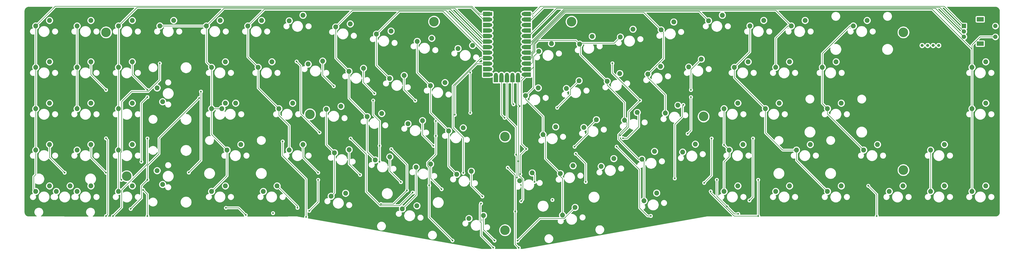
<source format=gbr>
%TF.GenerationSoftware,KiCad,Pcbnew,(5.1.10)-1*%
%TF.CreationDate,2021-09-04T11:57:45-07:00*%
%TF.ProjectId,V2,56322e6b-6963-4616-945f-706362585858,rev?*%
%TF.SameCoordinates,Original*%
%TF.FileFunction,Copper,L1,Top*%
%TF.FilePolarity,Positive*%
%FSLAX46Y46*%
G04 Gerber Fmt 4.6, Leading zero omitted, Abs format (unit mm)*
G04 Created by KiCad (PCBNEW (5.1.10)-1) date 2021-09-04 11:57:45*
%MOMM*%
%LPD*%
G01*
G04 APERTURE LIST*
%TA.AperFunction,ComponentPad*%
%ADD10C,1.397000*%
%TD*%
%TA.AperFunction,SMDPad,CuDef*%
%ADD11R,2.000000X3.250000*%
%TD*%
%TA.AperFunction,SMDPad,CuDef*%
%ADD12R,3.250000X2.000000*%
%TD*%
%TA.AperFunction,ComponentPad*%
%ADD13C,1.752600*%
%TD*%
%TA.AperFunction,ComponentPad*%
%ADD14R,1.752600X1.752600*%
%TD*%
%TA.AperFunction,ComponentPad*%
%ADD15C,2.250000*%
%TD*%
%TA.AperFunction,ComponentPad*%
%ADD16C,4.400000*%
%TD*%
%TA.AperFunction,ComponentPad*%
%ADD17C,2.000000*%
%TD*%
%TA.AperFunction,ComponentPad*%
%ADD18R,3.200000X2.000000*%
%TD*%
%TA.AperFunction,ComponentPad*%
%ADD19R,2.000000X2.000000*%
%TD*%
%TA.AperFunction,ViaPad*%
%ADD20C,0.800000*%
%TD*%
%TA.AperFunction,Conductor*%
%ADD21C,0.250000*%
%TD*%
%TA.AperFunction,NonConductor*%
%ADD22C,0.254000*%
%TD*%
%TA.AperFunction,NonConductor*%
%ADD23C,0.100000*%
%TD*%
G04 APERTURE END LIST*
D10*
%TO.P,OL1,4*%
%TO.N,GND*%
X404190200Y-6477000D03*
%TO.P,OL1,3*%
%TO.N,VCC*%
X406730200Y-6477000D03*
%TO.P,OL1,2*%
%TO.N,Data2*%
X409270200Y-6477000D03*
%TO.P,OL1,1*%
%TO.N,Data1*%
X411810200Y-6477000D03*
%TD*%
D11*
%TO.P,U1,29*%
%TO.N,Row3*%
X218211400Y-21793200D03*
%TO.P,U1,28*%
%TO.N,Row2*%
X215671400Y-21793200D03*
%TO.P,U1,27*%
%TO.N,Row4*%
X213131400Y-21793200D03*
%TO.P,U1,26*%
%TO.N,Row1*%
X210591400Y-21793200D03*
%TO.P,U1,25*%
%TO.N,Row0*%
X208051400Y-21793200D03*
D12*
%TO.P,U1,24*%
%TO.N,EN1*%
X222529400Y8051800D03*
%TO.P,U1,23*%
%TO.N,GND*%
X222529400Y5511800D03*
%TO.P,U1,22*%
%TO.N,Net-(U1-Pad22)*%
X222529400Y2971800D03*
%TO.P,U1,21*%
%TO.N,VCC*%
X222529400Y431800D03*
%TO.P,U1,20*%
%TO.N,EN2*%
X222529400Y-2108200D03*
%TO.P,U1,19*%
%TO.N,Col11*%
X222529400Y-4648200D03*
%TO.P,U1,18*%
%TO.N,Col10*%
X222529400Y-7188200D03*
%TO.P,U1,17*%
%TO.N,Col9*%
X222529400Y-9728200D03*
%TO.P,U1,16*%
%TO.N,Col8*%
X222529400Y-12268200D03*
%TO.P,U1,15*%
%TO.N,Col7*%
X222529400Y-14808200D03*
%TO.P,U1,14*%
%TO.N,Col6*%
X222529400Y-17348200D03*
%TO.P,U1,13*%
%TO.N,Row7*%
X222529400Y-19888200D03*
%TO.P,U1,12*%
%TO.N,Data2*%
X203733400Y-19888200D03*
%TO.P,U1,11*%
%TO.N,Data1*%
X203733400Y-17348200D03*
%TO.P,U1,10*%
%TO.N,Row6*%
X203733400Y-14808200D03*
%TO.P,U1,9*%
%TO.N,Row5*%
X203733400Y-12268200D03*
%TO.P,U1,8*%
%TO.N,Col5*%
X203733400Y-9728200D03*
%TO.P,U1,7*%
%TO.N,Col4*%
X203733400Y-7188200D03*
%TO.P,U1,6*%
%TO.N,Col3*%
X203733400Y-4648200D03*
%TO.P,U1,5*%
%TO.N,Col2*%
X203733400Y-2108200D03*
%TO.P,U1,4*%
%TO.N,Net-(U1-Pad4)*%
X203733400Y431800D03*
%TO.P,U1,3*%
%TO.N,Net-(U1-Pad3)*%
X203733400Y2971800D03*
%TO.P,U1,2*%
%TO.N,Col1*%
X203733400Y5511800D03*
%TO.P,U1,1*%
%TO.N,Col0*%
X203733400Y8051800D03*
D13*
%TO.P,U1,25*%
%TO.N,Row0*%
X208051400Y-19888200D03*
%TO.P,U1,26*%
%TO.N,Row1*%
X210591400Y-19888200D03*
%TO.P,U1,27*%
%TO.N,Row4*%
X213131400Y-19888200D03*
%TO.P,U1,28*%
%TO.N,Row2*%
X215671400Y-19888200D03*
%TO.P,U1,29*%
%TO.N,Row3*%
X218211400Y-19888200D03*
%TO.P,U1,24*%
%TO.N,EN1*%
X220751400Y8051800D03*
%TO.P,U1,12*%
%TO.N,Data2*%
X205740000Y-19888200D03*
%TO.P,U1,23*%
%TO.N,GND*%
X220751400Y5511800D03*
%TO.P,U1,22*%
%TO.N,Net-(U1-Pad22)*%
X220751400Y2971800D03*
%TO.P,U1,21*%
%TO.N,VCC*%
X220751400Y431800D03*
%TO.P,U1,20*%
%TO.N,EN2*%
X220751400Y-2108200D03*
%TO.P,U1,19*%
%TO.N,Col11*%
X220751400Y-4648200D03*
%TO.P,U1,18*%
%TO.N,Col10*%
X220751400Y-7188200D03*
%TO.P,U1,17*%
%TO.N,Col9*%
X220751400Y-9728200D03*
%TO.P,U1,16*%
%TO.N,Col8*%
X220751400Y-12268200D03*
%TO.P,U1,15*%
%TO.N,Col7*%
X220751400Y-14808200D03*
%TO.P,U1,14*%
%TO.N,Col6*%
X220751400Y-17348200D03*
%TO.P,U1,13*%
%TO.N,Row7*%
X220751400Y-19888200D03*
%TO.P,U1,11*%
%TO.N,Data1*%
X205511400Y-17348200D03*
%TO.P,U1,10*%
%TO.N,Row6*%
X205511400Y-14808200D03*
%TO.P,U1,9*%
%TO.N,Row5*%
X205511400Y-12268200D03*
%TO.P,U1,8*%
%TO.N,Col5*%
X205511400Y-9728200D03*
%TO.P,U1,7*%
%TO.N,Col4*%
X205511400Y-7188200D03*
%TO.P,U1,6*%
%TO.N,Col3*%
X205511400Y-4648200D03*
%TO.P,U1,5*%
%TO.N,Col2*%
X205511400Y-2108200D03*
%TO.P,U1,4*%
%TO.N,Net-(U1-Pad4)*%
X205511400Y431800D03*
%TO.P,U1,3*%
%TO.N,Net-(U1-Pad3)*%
X205511400Y2971800D03*
%TO.P,U1,2*%
%TO.N,Col1*%
X205511400Y5511800D03*
D14*
%TO.P,U1,1*%
%TO.N,Col0*%
X205511400Y8051800D03*
%TD*%
D15*
%TO.P,MX90,2*%
%TO.N,Net-(D22-Pad2)*%
X83502500Y-33020000D03*
%TO.P,MX90,1*%
%TO.N,Col2*%
X77152500Y-35560000D03*
%TD*%
D16*
%TO.P,H11,1*%
%TO.N,N/C*%
X395592300Y-431800D03*
%TD*%
%TO.P,H9,1*%
%TO.N,N/C*%
X179552600Y4508500D03*
%TD*%
%TO.P,H8,1*%
%TO.N,N/C*%
X395592300Y-63855600D03*
%TD*%
%TO.P,H7,1*%
%TO.N,N/C*%
X38100000Y-66675000D03*
%TD*%
%TO.P,H6,1*%
%TO.N,N/C*%
X28575000Y-431800D03*
%TD*%
%TO.P,H5,1*%
%TO.N,N/C*%
X212229700Y-91541600D03*
%TD*%
%TO.P,H4,1*%
%TO.N,N/C*%
X212229700Y-48450500D03*
%TD*%
%TO.P,H3,1*%
%TO.N,N/C*%
X303631600Y-39166800D03*
%TD*%
%TO.P,H2,1*%
%TO.N,N/C*%
X242824000Y4508500D03*
%TD*%
%TO.P,H1,1*%
%TO.N,N/C*%
X122440700Y-38163500D03*
%TD*%
D15*
%TO.P,MX23,2*%
%TO.N,Net-(D23-Pad2)*%
X83502500Y-13970000D03*
%TO.P,MX23,1*%
%TO.N,Col2*%
X77152500Y-16510000D03*
%TD*%
%TO.P,MX5,2*%
%TO.N,Net-(D5-Pad2)*%
X12065000Y-71120000D03*
%TO.P,MX5,1*%
%TO.N,Col0*%
X5715000Y-73660000D03*
%TD*%
%TO.P,MX78,2*%
%TO.N,Net-(D78-Pad2)*%
X352716543Y-52070000D03*
%TO.P,MX78,1*%
%TO.N,Col9*%
X346366543Y-54610000D03*
%TD*%
%TO.P,MX92,2*%
%TO.N,Net-(D92-Pad2)*%
X433489043Y-71120000D03*
%TO.P,MX92,1*%
%TO.N,Col11*%
X427139043Y-73660000D03*
%TD*%
%TO.P,MX91,2*%
%TO.N,Net-(D91-Pad2)*%
X433489043Y-33020000D03*
%TO.P,MX91,1*%
%TO.N,Col11*%
X427139043Y-35560000D03*
%TD*%
%TO.P,MX89,2*%
%TO.N,Net-(D89-Pad2)*%
X433489043Y-13970000D03*
%TO.P,MX89,1*%
%TO.N,Col11*%
X427139043Y-16510000D03*
%TD*%
%TO.P,MX88,2*%
%TO.N,Net-(D88-Pad2)*%
X414439043Y-71120000D03*
%TO.P,MX88,1*%
%TO.N,Col10*%
X408089043Y-73660000D03*
%TD*%
%TO.P,MX87,2*%
%TO.N,Net-(D87-Pad2)*%
X414439043Y-52070000D03*
%TO.P,MX87,1*%
%TO.N,Col10*%
X408089043Y-54610000D03*
%TD*%
%TO.P,MX86,2*%
%TO.N,Net-(D86-Pad2)*%
X383672793Y-52070000D03*
%TO.P,MX86,1*%
%TO.N,Col10*%
X377322793Y-54610000D03*
%TD*%
%TO.P,MX85,2*%
%TO.N,Net-(D85-Pad2)*%
X367004043Y-33020000D03*
%TO.P,MX85,1*%
%TO.N,Col10*%
X360654043Y-35560000D03*
%TD*%
%TO.P,MX84,2*%
%TO.N,Net-(D84-Pad2)*%
X364622793Y-13970000D03*
%TO.P,MX84,1*%
%TO.N,Col10*%
X358272793Y-16510000D03*
%TD*%
%TO.P,MX83,2*%
%TO.N,Net-(D83-Pad2)*%
X343191543Y-13970000D03*
%TO.P,MX83,1*%
%TO.N,Col10*%
X336841543Y-16510000D03*
%TD*%
%TO.P,MX82,2*%
%TO.N,Net-(D82-Pad2)*%
X378910293Y5080000D03*
%TO.P,MX82,1*%
%TO.N,Col10*%
X372560293Y2540000D03*
%TD*%
%TO.P,MX81,2*%
%TO.N,Net-(D81-Pad2)*%
X350335293Y5080000D03*
%TO.P,MX81,1*%
%TO.N,Col10*%
X343985293Y2540000D03*
%TD*%
%TO.P,MX80,2*%
%TO.N,Net-(D80-Pad2)*%
X395389043Y-71120000D03*
%TO.P,MX80,1*%
%TO.N,Col9*%
X389039043Y-73660000D03*
%TD*%
%TO.P,MX79,2*%
%TO.N,Net-(D79-Pad2)*%
X367004043Y-71120000D03*
%TO.P,MX79,1*%
%TO.N,Col9*%
X360654043Y-73660000D03*
%TD*%
%TO.P,MX77,2*%
%TO.N,Net-(D77-Pad2)*%
X338429043Y-33020000D03*
%TO.P,MX77,1*%
%TO.N,Col9*%
X332079043Y-35560000D03*
%TD*%
%TO.P,MX76,2*%
%TO.N,Net-(D76-Pad2)*%
X324141543Y-13970000D03*
%TO.P,MX76,1*%
%TO.N,Col9*%
X317791543Y-16510000D03*
%TD*%
%TO.P,MX75,2*%
%TO.N,Net-(D75-Pad2)*%
X302571612Y-12762841D03*
%TO.P,MX75,1*%
%TO.N,Col9*%
X296759149Y-16366919D03*
%TD*%
%TO.P,MX74,2*%
%TO.N,Net-(D74-Pad2)*%
X331285293Y5080000D03*
%TO.P,MX74,1*%
%TO.N,Col9*%
X324935293Y2540000D03*
%TD*%
%TO.P,MX73,2*%
%TO.N,Net-(D73-Pad2)*%
X312235293Y7461250D03*
%TO.P,MX73,1*%
%TO.N,Col9*%
X305885293Y4921250D03*
%TD*%
%TO.P,MX72,2*%
%TO.N,Net-(D72-Pad2)*%
X319379043Y-33020000D03*
%TO.P,MX72,1*%
%TO.N,Col8*%
X313029043Y-35560000D03*
%TD*%
%TO.P,MX71,2*%
%TO.N,Net-(D71-Pad2)*%
X321760293Y-52070000D03*
%TO.P,MX71,1*%
%TO.N,Col8*%
X315410293Y-54610000D03*
%TD*%
%TO.P,MX70,2*%
%TO.N,Net-(D70-Pad2)*%
X343191543Y-71120000D03*
%TO.P,MX70,1*%
%TO.N,Col8*%
X336841543Y-73660000D03*
%TD*%
%TO.P,MX69,2*%
%TO.N,Net-(D69-Pad2)*%
X319379043Y-71120000D03*
%TO.P,MX69,1*%
%TO.N,Col8*%
X313029043Y-73660000D03*
%TD*%
%TO.P,MX68,2*%
%TO.N,Net-(D68-Pad2)*%
X299807313Y-51938013D03*
%TO.P,MX68,1*%
%TO.N,Col8*%
X293994850Y-55542091D03*
%TD*%
%TO.P,MX67,2*%
%TO.N,Net-(D67-Pad2)*%
X291809169Y-34004426D03*
%TO.P,MX67,1*%
%TO.N,Col8*%
X285996706Y-37608504D03*
%TD*%
%TO.P,MX66,2*%
%TO.N,Net-(D66-Pad2)*%
X283811025Y-16070838D03*
%TO.P,MX66,1*%
%TO.N,Col8*%
X277998562Y-19674916D03*
%TD*%
%TO.P,MX65,2*%
%TO.N,Net-(D65-Pad2)*%
X289883322Y4343748D03*
%TO.P,MX65,1*%
%TO.N,Col8*%
X284070859Y739670D03*
%TD*%
%TO.P,MX64,2*%
%TO.N,Net-(D64-Pad2)*%
X281046726Y-55246010D03*
%TO.P,MX64,1*%
%TO.N,Col7*%
X275234263Y-58850088D03*
%TD*%
%TO.P,MX63,2*%
%TO.N,Net-(D63-Pad2)*%
X282009650Y-74420096D03*
%TO.P,MX63,1*%
%TO.N,Col7*%
X276197187Y-78024174D03*
%TD*%
%TO.P,MX62,2*%
%TO.N,Net-(D62-Pad2)*%
X262286139Y-58554007D03*
%TO.P,MX62,1*%
%TO.N,Col7*%
X256473676Y-62158085D03*
%TD*%
%TO.P,MX61,2*%
%TO.N,Net-(D61-Pad2)*%
X273048582Y-37312423D03*
%TO.P,MX61,1*%
%TO.N,Col7*%
X267236119Y-40916501D03*
%TD*%
%TO.P,MX60,2*%
%TO.N,Net-(D60-Pad2)*%
X265050438Y-19378835D03*
%TO.P,MX60,1*%
%TO.N,Col7*%
X259237975Y-22982913D03*
%TD*%
%TO.P,MX59,2*%
%TO.N,Net-(D59-Pad2)*%
X246289851Y-22686832D03*
%TO.P,MX59,1*%
%TO.N,Col7*%
X240477388Y-26290910D03*
%TD*%
%TO.P,MX58,2*%
%TO.N,Net-(D58-Pad2)*%
X271122735Y1035751D03*
%TO.P,MX58,1*%
%TO.N,Col7*%
X265310272Y-2568327D03*
%TD*%
%TO.P,MX57,2*%
%TO.N,Net-(D57-Pad2)*%
X252362148Y-2272246D03*
%TO.P,MX57,1*%
%TO.N,Col7*%
X246549685Y-5876324D03*
%TD*%
%TO.P,MX56,2*%
%TO.N,Net-(D56-Pad2)*%
X254287995Y-40620420D03*
%TO.P,MX56,1*%
%TO.N,Col6*%
X248475532Y-44224498D03*
%TD*%
%TO.P,MX55,2*%
%TO.N,Net-(D55-Pad2)*%
X243525552Y-61862004D03*
%TO.P,MX55,1*%
%TO.N,Col6*%
X237713089Y-65466082D03*
%TD*%
%TO.P,MX54,2*%
%TO.N,Net-(D54-Pad2)*%
X244488475Y-81036091D03*
%TO.P,MX54,1*%
%TO.N,Col6*%
X238676012Y-84640169D03*
%TD*%
%TO.P,MX53,2*%
%TO.N,Net-(D53-Pad2)*%
X202325412Y-84730023D03*
%TO.P,MX53,1*%
%TO.N,Col6*%
X195630817Y-86128769D03*
%TD*%
%TO.P,MX52,2*%
%TO.N,Net-(D52-Pad2)*%
X224764965Y-65170001D03*
%TO.P,MX52,1*%
%TO.N,Col6*%
X218952502Y-68774079D03*
%TD*%
%TO.P,MX51,2*%
%TO.N,Net-(D51-Pad2)*%
X235527408Y-43928417D03*
%TO.P,MX51,1*%
%TO.N,Col6*%
X229714945Y-47532495D03*
%TD*%
%TO.P,MX50,2*%
%TO.N,Net-(D50-Pad2)*%
X227529264Y-25994829D03*
%TO.P,MX50,1*%
%TO.N,Col6*%
X221716801Y-29598907D03*
%TD*%
%TO.P,MX49,2*%
%TO.N,Net-(D49-Pad2)*%
X233601561Y-5580243D03*
%TO.P,MX49,1*%
%TO.N,Col6*%
X227789098Y-9184321D03*
%TD*%
%TO.P,MX48,2*%
%TO.N,Net-(D48-Pad2)*%
X197265826Y-6462376D03*
%TO.P,MX48,1*%
%TO.N,Col5*%
X190571231Y-7861122D03*
%TD*%
%TO.P,MX47,2*%
%TO.N,Net-(D47-Pad2)*%
X184577536Y-23568965D03*
%TO.P,MX47,1*%
%TO.N,Col5*%
X177882941Y-24967711D03*
%TD*%
%TO.P,MX46,2*%
%TO.N,Net-(D46-Pad2)*%
X192994907Y-44397051D03*
%TO.P,MX46,1*%
%TO.N,Col5*%
X186300312Y-45795797D03*
%TD*%
%TO.P,MX45,2*%
%TO.N,Net-(D45-Pad2)*%
X196722129Y-64398136D03*
%TO.P,MX45,1*%
%TO.N,Col5*%
X190027534Y-65796882D03*
%TD*%
%TO.P,MX44,2*%
%TO.N,Net-(D44-Pad2)*%
X174234320Y-41089054D03*
%TO.P,MX44,1*%
%TO.N,Col5*%
X167539725Y-42487800D03*
%TD*%
%TO.P,MX43,2*%
%TO.N,Net-(D43-Pad2)*%
X165816949Y-20260968D03*
%TO.P,MX43,1*%
%TO.N,Col5*%
X159122354Y-21659714D03*
%TD*%
%TO.P,MX42,2*%
%TO.N,Net-(D42-Pad2)*%
X178505239Y-3154379D03*
%TO.P,MX42,1*%
%TO.N,Col5*%
X171810644Y-4553125D03*
%TD*%
%TO.P,MX41,2*%
%TO.N,Net-(D41-Pad2)*%
X159744652Y153618D03*
%TO.P,MX41,1*%
%TO.N,Col5*%
X153050057Y-1245128D03*
%TD*%
%TO.P,MX40,2*%
%TO.N,Net-(D40-Pad2)*%
X177961542Y-61090139D03*
%TO.P,MX40,1*%
%TO.N,Col4*%
X171266947Y-62488885D03*
%TD*%
%TO.P,MX39,2*%
%TO.N,Net-(D39-Pad2)*%
X171674057Y-80292556D03*
%TO.P,MX39,1*%
%TO.N,Col4*%
X164979462Y-81691302D03*
%TD*%
%TO.P,MX38,2*%
%TO.N,Net-(D38-Pad2)*%
X159200955Y-57782142D03*
%TO.P,MX38,1*%
%TO.N,Col4*%
X152506360Y-59180888D03*
%TD*%
%TO.P,MX37,2*%
%TO.N,Net-(D37-Pad2)*%
X155473733Y-37781057D03*
%TO.P,MX37,1*%
%TO.N,Col4*%
X148779138Y-39179803D03*
%TD*%
%TO.P,MX36,2*%
%TO.N,Net-(D36-Pad2)*%
X147056362Y-16952971D03*
%TO.P,MX36,1*%
%TO.N,Col4*%
X140361767Y-18351717D03*
%TD*%
%TO.P,MX35,2*%
%TO.N,Net-(D35-Pad2)*%
X128295775Y-13644974D03*
%TO.P,MX35,1*%
%TO.N,Col4*%
X121601180Y-15043720D03*
%TD*%
%TO.P,MX34,2*%
%TO.N,Net-(D34-Pad2)*%
X140984065Y3461615D03*
%TO.P,MX34,1*%
%TO.N,Col4*%
X134289470Y2062869D03*
%TD*%
%TO.P,MX33,2*%
%TO.N,Net-(D33-Pad2)*%
X119221250Y7461250D03*
%TO.P,MX33,1*%
%TO.N,Col4*%
X112871250Y4921250D03*
%TD*%
%TO.P,MX32,2*%
%TO.N,Net-(D32-Pad2)*%
X136713146Y-34473060D03*
%TO.P,MX32,1*%
%TO.N,Col3*%
X130018551Y-35871806D03*
%TD*%
%TO.P,MX31,2*%
%TO.N,Net-(D31-Pad2)*%
X140440368Y-54474145D03*
%TO.P,MX31,1*%
%TO.N,Col3*%
X133745773Y-55872891D03*
%TD*%
%TO.P,MX30,2*%
%TO.N,Net-(D30-Pad2)*%
X138843029Y-74503560D03*
%TO.P,MX30,1*%
%TO.N,Col3*%
X132148434Y-75902306D03*
%TD*%
%TO.P,MX29,2*%
%TO.N,Net-(D29-Pad2)*%
X107315000Y-71120000D03*
%TO.P,MX29,1*%
%TO.N,Col3*%
X100965000Y-73660000D03*
%TD*%
%TO.P,MX28,2*%
%TO.N,Net-(D28-Pad2)*%
X119221250Y-52070000D03*
%TO.P,MX28,1*%
%TO.N,Col3*%
X112871250Y-54610000D03*
%TD*%
%TO.P,MX27,2*%
%TO.N,Net-(D27-Pad2)*%
X114458750Y-33020000D03*
%TO.P,MX27,1*%
%TO.N,Col3*%
X108108750Y-35560000D03*
%TD*%
%TO.P,MX26,2*%
%TO.N,Net-(D26-Pad2)*%
X104933750Y-13970000D03*
%TO.P,MX26,1*%
%TO.N,Col3*%
X98583750Y-16510000D03*
%TD*%
%TO.P,MX25,2*%
%TO.N,Net-(D25-Pad2)*%
X100171250Y5080000D03*
%TO.P,MX25,1*%
%TO.N,Col3*%
X93821250Y2540000D03*
%TD*%
%TO.P,MX24,2*%
%TO.N,Net-(D24-Pad2)*%
X81121250Y5080000D03*
%TO.P,MX24,1*%
%TO.N,Col2*%
X74771250Y2540000D03*
%TD*%
%TO.P,MX22,1*%
%TO.N,Col2*%
X81915000Y-35560000D03*
%TO.P,MX22,2*%
%TO.N,Net-(D22-Pad2)*%
X88265000Y-33020000D03*
%TD*%
%TO.P,MX21,2*%
%TO.N,Net-(D21-Pad2)*%
X90646250Y-52070000D03*
%TO.P,MX21,1*%
%TO.N,Col2*%
X84296250Y-54610000D03*
%TD*%
%TO.P,MX20,2*%
%TO.N,Net-(D20-Pad2)*%
X83502500Y-71120000D03*
%TO.P,MX20,1*%
%TO.N,Col2*%
X77152500Y-73660000D03*
%TD*%
%TO.P,MX19,2*%
%TO.N,Net-(D19-Pad2)*%
X52070000Y-26035000D03*
%TO.P,MX19,1*%
%TO.N,Col2*%
X54610000Y-32385000D03*
%TD*%
%TO.P,MX18,2*%
%TO.N,Net-(D18-Pad2)*%
X52070000Y-64135000D03*
%TO.P,MX18,1*%
%TO.N,Col2*%
X54610000Y-70485000D03*
%TD*%
%TO.P,MX17,2*%
%TO.N,Net-(D17-Pad2)*%
X59690000Y5080000D03*
%TO.P,MX17,1*%
%TO.N,Col2*%
X53340000Y2540000D03*
%TD*%
%TO.P,MX16,2*%
%TO.N,Net-(D16-Pad2)*%
X40640000Y-71120000D03*
%TO.P,MX16,1*%
%TO.N,Col1*%
X34290000Y-73660000D03*
%TD*%
%TO.P,MX15,2*%
%TO.N,Net-(D15-Pad2)*%
X40640000Y-52070000D03*
%TO.P,MX15,1*%
%TO.N,Col1*%
X34290000Y-54610000D03*
%TD*%
%TO.P,MX14,2*%
%TO.N,Net-(D14-Pad2)*%
X40640000Y-33020000D03*
%TO.P,MX14,1*%
%TO.N,Col1*%
X34290000Y-35560000D03*
%TD*%
%TO.P,MX13,2*%
%TO.N,Net-(D13-Pad2)*%
X21590000Y-33020000D03*
%TO.P,MX13,1*%
%TO.N,Col1*%
X15240000Y-35560000D03*
%TD*%
%TO.P,MX12,2*%
%TO.N,Net-(D12-Pad2)*%
X40640000Y-13970000D03*
%TO.P,MX12,1*%
%TO.N,Col1*%
X34290000Y-16510000D03*
%TD*%
%TO.P,MX11,2*%
%TO.N,Net-(D11-Pad2)*%
X21590000Y-13970000D03*
%TO.P,MX11,1*%
%TO.N,Col1*%
X15240000Y-16510000D03*
%TD*%
%TO.P,MX10,2*%
%TO.N,Net-(D10-Pad2)*%
X40640000Y5080000D03*
%TO.P,MX10,1*%
%TO.N,Col1*%
X34290000Y2540000D03*
%TD*%
%TO.P,MX9,2*%
%TO.N,Net-(D9-Pad2)*%
X21590000Y5080000D03*
%TO.P,MX9,1*%
%TO.N,Col1*%
X15240000Y2540000D03*
%TD*%
%TO.P,MX8,2*%
%TO.N,Net-(D8-Pad2)*%
X21590000Y-52070000D03*
%TO.P,MX8,1*%
%TO.N,Col0*%
X15240000Y-54610000D03*
%TD*%
%TO.P,MX7,2*%
%TO.N,Net-(D7-Pad2)*%
X2540000Y-71120000D03*
%TO.P,MX7,1*%
%TO.N,Col0*%
X-3810000Y-73660000D03*
%TD*%
%TO.P,MX6,2*%
%TO.N,Net-(D6-Pad2)*%
X21590000Y-71120000D03*
%TO.P,MX6,1*%
%TO.N,Col0*%
X15240000Y-73660000D03*
%TD*%
%TO.P,MX4,2*%
%TO.N,Net-(D4-Pad2)*%
X2540000Y-52070000D03*
%TO.P,MX4,1*%
%TO.N,Col0*%
X-3810000Y-54610000D03*
%TD*%
%TO.P,MX3,2*%
%TO.N,Net-(D3-Pad2)*%
X2540000Y-33020000D03*
%TO.P,MX3,1*%
%TO.N,Col0*%
X-3810000Y-35560000D03*
%TD*%
%TO.P,MX2,2*%
%TO.N,Net-(D2-Pad2)*%
X2540000Y-13970000D03*
%TO.P,MX2,1*%
%TO.N,Col0*%
X-3810000Y-16510000D03*
%TD*%
%TO.P,MX1,2*%
%TO.N,Net-(D1-Pad2)*%
X2540000Y5080000D03*
%TO.P,MX1,1*%
%TO.N,Col0*%
X-3810000Y2540000D03*
%TD*%
D17*
%TO.P,SW1,S1*%
%TO.N,Col11*%
X437949043Y-2500000D03*
%TO.P,SW1,S2*%
%TO.N,Net-(D90-Pad2)*%
X437949043Y2500000D03*
D18*
%TO.P,SW1,MP*%
%TO.N,N/C*%
X430949043Y-5600000D03*
X430949043Y5600000D03*
D17*
%TO.P,SW1,B*%
%TO.N,EN2*%
X423449043Y-2500000D03*
%TO.P,SW1,C*%
%TO.N,GND*%
X423449043Y0D03*
D19*
%TO.P,SW1,A*%
%TO.N,EN1*%
X423449043Y2500000D03*
%TD*%
D20*
%TO.N,Row1*%
X66662300Y-64973200D03*
X261645400Y-14668500D03*
X274327119Y-31774733D03*
X212013800Y-39776400D03*
X265214100Y-47891700D03*
X196151500Y-18897600D03*
X196227700Y-37490400D03*
X72261699Y-27700001D03*
%TO.N,Row2*%
X216128600Y-33566100D03*
X296265600Y-47091600D03*
X297789043Y-30225000D03*
%TO.N,Net-(D4-Pad2)*%
X9525000Y-65025000D03*
%TO.N,Row3*%
X218982161Y-34404300D03*
X294284400Y-33807400D03*
X290329119Y-67690333D03*
X122097800Y-82613500D03*
X126206250Y-68325000D03*
X219621100Y-78193900D03*
X218392862Y-59804300D03*
X154470100Y-60045600D03*
X151529281Y-31800133D03*
X44843700Y-59994800D03*
X47625000Y-30225000D03*
X83731100Y-81254600D03*
X92868750Y-84517500D03*
X154470100Y-52654200D03*
%TO.N,Row4*%
X28549600Y-49237900D03*
X201168000Y-79235300D03*
X217347800Y-56705500D03*
X324713600Y-77838300D03*
X326364043Y-49275000D03*
X279311100Y-84950300D03*
X263570219Y-53047233D03*
X206812381Y-99567333D03*
X217667862Y-67360800D03*
X167068500Y-73215500D03*
X159858178Y-54194178D03*
X155117800Y-79489300D03*
X105410999Y-83692001D03*
X28575000Y-84993750D03*
%TO.N,Net-(D8-Pad2)*%
X28575000Y-65025000D03*
%TO.N,Net-(D11-Pad2)*%
X28575000Y-26925000D03*
%TO.N,Net-(D12-Pad2)*%
X47625000Y-26925000D03*
%TO.N,Net-(D28-Pad2)*%
X126206250Y-65025000D03*
%TO.N,Net-(D29-Pad2)*%
X116681250Y-81217500D03*
%TO.N,Net-(D31-Pad2)*%
X145485619Y-66053367D03*
%TO.N,Net-(D35-Pad2)*%
X133357119Y-25222867D03*
%TO.N,Net-(D36-Pad2)*%
X152102319Y-28550267D03*
%TO.N,Net-(D38-Pad2)*%
X164256219Y-69368067D03*
%TO.N,Net-(D40-Pad2)*%
X183014119Y-72657367D03*
%TO.N,Net-(D43-Pad2)*%
X170872919Y-31839567D03*
%TO.N,Net-(D44-Pad2)*%
X179280319Y-52680267D03*
%TO.N,Net-(D45-Pad2)*%
X201772019Y-75997467D03*
%TO.N,Net-(D52-Pad2)*%
X225806000Y-69265800D03*
%TO.N,Net-(D53-Pad2)*%
X207385419Y-96317467D03*
%TO.N,Net-(D54-Pad2)*%
X218013781Y-96380967D03*
%TO.N,Net-(D56-Pad2)*%
X244226581Y-53086667D03*
%TO.N,Net-(D59-Pad2)*%
X236225581Y-35128867D03*
%TO.N,Net-(D61-Pad2)*%
X266522200Y-49187100D03*
%TO.N,Net-(D75-Pad2)*%
X297789043Y-26925000D03*
%TO.N,Col8*%
X313029043Y-52228750D03*
%TO.N,Row5*%
X31762700Y-84988400D03*
X218541600Y-99631500D03*
X328739500Y-68326000D03*
X328745293Y-84993750D03*
X213461600Y-62725300D03*
X306882800Y-73647300D03*
X216942862Y-82916838D03*
X47625000Y-49275000D03*
X120675400Y-85420200D03*
X109867700Y-50660300D03*
X193026562Y-65162962D03*
%TO.N,Row6*%
X319549353Y-84027853D03*
X309695293Y-68325000D03*
X314363820Y-80580780D03*
X234042719Y-77583633D03*
X177330100Y-70878700D03*
X188029081Y-96265333D03*
X180352700Y-41275000D03*
X39928800Y-81724500D03*
X47625000Y-68325000D03*
X180352700Y-48094900D03*
X189070481Y-38378733D03*
X71475600Y-30645100D03*
%TO.N,Row7*%
X221983300Y-54102000D03*
X383324043Y-84993750D03*
X303872900Y-69748400D03*
X307314043Y-49275000D03*
X379425200Y-71094600D03*
X219214700Y-65760600D03*
X249377200Y-69303900D03*
X244799619Y-56336533D03*
X116268500Y-13855700D03*
X126822200Y-46532800D03*
X45643800Y-72961500D03*
X47625000Y-84993750D03*
X53314600Y-14706600D03*
X35660600Y-68325000D03*
X141178781Y-49326133D03*
X169710100Y-74206100D03*
%TD*%
D21*
%TO.N,Row0*%
X208051400Y-21793200D02*
X208051400Y-19888200D01*
%TO.N,Row1*%
X210591400Y-21793200D02*
X210591400Y-19888200D01*
X261645400Y-19093014D02*
X274327119Y-31774733D01*
X261645400Y-14668500D02*
X261645400Y-19093014D01*
X210591400Y-38354000D02*
X210591400Y-21793200D01*
X212013800Y-39776400D02*
X210591400Y-38354000D01*
X269110402Y-36991450D02*
X274327119Y-31774733D01*
X269110402Y-43995398D02*
X269110402Y-36991450D01*
X265214100Y-47891700D02*
X269110402Y-43995398D01*
X196151500Y-37414200D02*
X196227700Y-37490400D01*
X196151500Y-18897600D02*
X196151500Y-37414200D01*
X72261699Y-59373801D02*
X72261699Y-27700001D01*
X66662300Y-64973200D02*
X72261699Y-59373801D01*
%TO.N,Row2*%
X215671400Y-21793200D02*
X215671400Y-19888200D01*
X215671400Y-33108900D02*
X215671400Y-21793200D01*
X216128600Y-33566100D02*
X215671400Y-33108900D01*
X297789043Y-45568157D02*
X297789043Y-30225000D01*
X296265600Y-47091600D02*
X297789043Y-45568157D01*
%TO.N,Net-(D4-Pad2)*%
X2540000Y-58040000D02*
X9525000Y-65025000D01*
X2540000Y-52070000D02*
X2540000Y-58040000D01*
%TO.N,Row3*%
X218211400Y-21793200D02*
X218211400Y-19888200D01*
X218211400Y-33633539D02*
X218982161Y-34404300D01*
X218211400Y-21793200D02*
X218211400Y-33633539D01*
X290329119Y-42805777D02*
X290329119Y-67690333D01*
X293884401Y-39250495D02*
X290329119Y-42805777D01*
X293884401Y-34207399D02*
X293884401Y-39250495D01*
X294284400Y-33807400D02*
X293884401Y-34207399D01*
X126206250Y-78505050D02*
X126206250Y-68325000D01*
X122097800Y-82613500D02*
X126206250Y-78505050D01*
X220402503Y-77412497D02*
X219621100Y-78193900D01*
X220402503Y-68078078D02*
X220402503Y-77412497D01*
X218489699Y-66165274D02*
X220402503Y-68078078D01*
X218489699Y-34896762D02*
X218489699Y-66165274D01*
X218982161Y-34404300D02*
X218489699Y-34896762D01*
X151529281Y-38349932D02*
X151529281Y-31800133D01*
X154470100Y-41290751D02*
X151529281Y-38349932D01*
X44843700Y-33006300D02*
X47625000Y-30225000D01*
X44843700Y-59994800D02*
X44843700Y-33006300D01*
X89605850Y-81254600D02*
X92868750Y-84517500D01*
X83731100Y-81254600D02*
X89605850Y-81254600D01*
X154470100Y-52654200D02*
X154470100Y-41290751D01*
X154470100Y-60045600D02*
X154470100Y-52654200D01*
%TO.N,Row4*%
X213131400Y-21793200D02*
X213131400Y-19888200D01*
X213131400Y-39820998D02*
X213131400Y-21793200D01*
X217347800Y-44037398D02*
X213131400Y-39820998D01*
X217347800Y-56705500D02*
X217347800Y-44037398D01*
X326364043Y-76187857D02*
X326364043Y-49275000D01*
X324713600Y-77838300D02*
X326364043Y-76187857D01*
X274187547Y-63664561D02*
X263570219Y-53047233D01*
X274187547Y-81322120D02*
X274187547Y-63664561D01*
X277815727Y-84950300D02*
X274187547Y-81322120D01*
X279311100Y-84950300D02*
X277815727Y-84950300D01*
X201260769Y-94015721D02*
X206812381Y-99567333D01*
X201260769Y-88178707D02*
X201260769Y-94015721D01*
X200768001Y-87685939D02*
X201260769Y-88178707D01*
X200768001Y-79635299D02*
X200768001Y-87685939D01*
X201168000Y-79235300D02*
X200768001Y-79635299D01*
X217667862Y-57025562D02*
X217347800Y-56705500D01*
X217667862Y-67360800D02*
X217667862Y-57025562D01*
X167068500Y-61404500D02*
X159858178Y-54194178D01*
X167068500Y-73215500D02*
X167068500Y-61404500D01*
X160794700Y-79489300D02*
X167068500Y-73215500D01*
X155117800Y-79489300D02*
X160794700Y-79489300D01*
X29300001Y-84268749D02*
X28575000Y-84993750D01*
X29300001Y-49988301D02*
X29300001Y-84268749D01*
X28549600Y-49237900D02*
X29300001Y-49988301D01*
%TO.N,Net-(D8-Pad2)*%
X21590000Y-58040000D02*
X28575000Y-65025000D01*
X21590000Y-52070000D02*
X21590000Y-58040000D01*
%TO.N,Net-(D11-Pad2)*%
X21590000Y-19940000D02*
X28575000Y-26925000D01*
X21590000Y-13970000D02*
X21590000Y-19940000D01*
%TO.N,Net-(D12-Pad2)*%
X40640000Y-19940000D02*
X47625000Y-26925000D01*
X40640000Y-13970000D02*
X40640000Y-19940000D01*
%TO.N,Net-(D28-Pad2)*%
X119221250Y-58040000D02*
X126206250Y-65025000D01*
X119221250Y-52070000D02*
X119221250Y-58040000D01*
%TO.N,Net-(D29-Pad2)*%
X116681250Y-80486250D02*
X116681250Y-81217500D01*
X107315000Y-71120000D02*
X116681250Y-80486250D01*
%TO.N,Net-(D31-Pad2)*%
X140440368Y-61008116D02*
X145485619Y-66053367D01*
X140440368Y-54474145D02*
X140440368Y-61008116D01*
%TO.N,Net-(D35-Pad2)*%
X128295775Y-20161523D02*
X133357119Y-25222867D01*
X128295775Y-13644974D02*
X128295775Y-20161523D01*
%TO.N,Net-(D36-Pad2)*%
X147056362Y-23504310D02*
X152102319Y-28550267D01*
X147056362Y-16952971D02*
X147056362Y-23504310D01*
%TO.N,Net-(D38-Pad2)*%
X159200955Y-64312803D02*
X164256219Y-69368067D01*
X159200955Y-57782142D02*
X159200955Y-64312803D01*
%TO.N,Net-(D40-Pad2)*%
X177961542Y-67604790D02*
X183014119Y-72657367D01*
X177961542Y-61090139D02*
X177961542Y-67604790D01*
%TO.N,Net-(D43-Pad2)*%
X165816949Y-26783597D02*
X170872919Y-31839567D01*
X165816949Y-20260968D02*
X165816949Y-26783597D01*
%TO.N,Net-(D44-Pad2)*%
X174234320Y-47634268D02*
X179280319Y-52680267D01*
X174234320Y-41089054D02*
X174234320Y-47634268D01*
%TO.N,Net-(D45-Pad2)*%
X196722129Y-70947577D02*
X201772019Y-75997467D01*
X196722129Y-64398136D02*
X196722129Y-70947577D01*
%TO.N,Net-(D52-Pad2)*%
X225806000Y-66211036D02*
X224764965Y-65170001D01*
X225806000Y-69265800D02*
X225806000Y-66211036D01*
%TO.N,Net-(D53-Pad2)*%
X202325412Y-91257460D02*
X207385419Y-96317467D01*
X202325412Y-84730023D02*
X202325412Y-91257460D01*
%TO.N,Net-(D54-Pad2)*%
X228304578Y-86090170D02*
X218013781Y-96380967D01*
X239434396Y-86090170D02*
X228304578Y-86090170D01*
X244488475Y-81036091D02*
X239434396Y-86090170D01*
%TO.N,Net-(D56-Pad2)*%
X250349815Y-46963433D02*
X244226581Y-53086667D01*
X250349815Y-44558600D02*
X250349815Y-46963433D01*
X254287995Y-40620420D02*
X250349815Y-44558600D01*
%TO.N,Net-(D59-Pad2)*%
X242351671Y-29002777D02*
X236225581Y-35128867D01*
X242351671Y-26625012D02*
X242351671Y-29002777D01*
X246289851Y-22686832D02*
X242351671Y-26625012D01*
%TO.N,Net-(D61-Pad2)*%
X273748204Y-38012045D02*
X273048582Y-37312423D01*
X273748204Y-43869386D02*
X273748204Y-38012045D01*
X268430490Y-49187100D02*
X273748204Y-43869386D01*
X266522200Y-49187100D02*
X268430490Y-49187100D01*
%TO.N,Net-(D75-Pad2)*%
X297789043Y-17545410D02*
X297789043Y-26925000D01*
X302571612Y-12762841D02*
X297789043Y-17545410D01*
%TO.N,Col0*%
X203733400Y8051800D02*
X200433946Y8051800D01*
X5196846Y11546846D02*
X-3810000Y2540000D01*
X196938900Y11546846D02*
X5196846Y11546846D01*
X200433946Y8051800D02*
X196938900Y11546846D01*
X203733400Y8051800D02*
X205511400Y8051800D01*
X-3810000Y2540000D02*
X-3810000Y-16510000D01*
X-3810000Y-16510000D02*
X-3810000Y-35560000D01*
X-3810000Y-35560000D02*
X-3810000Y-54610000D01*
X-4700151Y-72769849D02*
X-3810000Y-73660000D01*
X-4700151Y-66831927D02*
X-4700151Y-72769849D01*
X-3810000Y-65941776D02*
X-4700151Y-66831927D01*
X-3810000Y-54610000D02*
X-3810000Y-65941776D01*
%TO.N,Col1*%
X203733400Y5511800D02*
X202276854Y5511800D01*
X202276854Y5511800D02*
X196691818Y11096836D01*
X42846836Y11096836D02*
X34290000Y2540000D01*
X196691818Y11096836D02*
X42846836Y11096836D01*
X203733400Y5511800D02*
X205511400Y5511800D01*
X15240000Y-35560000D02*
X15240000Y-16510000D01*
X34290000Y-19556002D02*
X34290000Y-35560000D01*
X34290000Y-16510000D02*
X34290000Y-19556002D01*
X34290000Y-35560000D02*
X34290000Y-54610000D01*
X34290000Y-54610000D02*
X34290000Y-73660000D01*
X34290000Y2540000D02*
X34290000Y-16510000D01*
X15240000Y2540000D02*
X15240000Y-16510000D01*
%TO.N,Col2*%
X201858400Y-2108200D02*
X189103374Y10646826D01*
X203733400Y-2108200D02*
X201858400Y-2108200D01*
X82878076Y10646826D02*
X74771250Y2540000D01*
X189103374Y10646826D02*
X82878076Y10646826D01*
X203733400Y-2108200D02*
X205511400Y-2108200D01*
X53340000Y2540000D02*
X74771250Y2540000D01*
X74771250Y-14128750D02*
X77152500Y-16510000D01*
X74771250Y2540000D02*
X74771250Y-14128750D01*
X79533750Y-35560000D02*
X81915000Y-35560000D01*
X77063749Y-47377499D02*
X84296250Y-54610000D01*
X77063749Y-36439011D02*
X77063749Y-47377499D01*
X77942760Y-35560000D02*
X77063749Y-36439011D01*
X79533750Y-35560000D02*
X77942760Y-35560000D01*
X84296250Y-66516250D02*
X77152500Y-73660000D01*
X84296250Y-54610000D02*
X84296250Y-66516250D01*
X77152500Y-33178750D02*
X77152500Y-35560000D01*
X77152500Y-16510000D02*
X77152500Y-33178750D01*
%TO.N,Col3*%
X201858400Y-4648200D02*
X187013384Y10196816D01*
X203733400Y-4648200D02*
X201858400Y-4648200D01*
X101478066Y10196816D02*
X93821250Y2540000D01*
X187013384Y10196816D02*
X101478066Y10196816D01*
X203733400Y-4648200D02*
X205511400Y-4648200D01*
X93821250Y-11747500D02*
X98583750Y-16510000D01*
X93821250Y2540000D02*
X93821250Y-11747500D01*
X98583750Y-26035000D02*
X108108750Y-35560000D01*
X98583750Y-16510000D02*
X98583750Y-26035000D01*
X112871250Y-43368502D02*
X112871250Y-54610000D01*
X108108750Y-38606002D02*
X112871250Y-43368502D01*
X108108750Y-35560000D02*
X108108750Y-38606002D01*
X130018551Y-52145669D02*
X133745773Y-55872891D01*
X130018551Y-35871806D02*
X130018551Y-52145669D01*
X133745773Y-74304967D02*
X132148434Y-75902306D01*
X133745773Y-55872891D02*
X133745773Y-74304967D01*
%TO.N,Col4*%
X201858400Y-7188200D02*
X184923394Y9746806D01*
X203733400Y-7188200D02*
X201858400Y-7188200D01*
X141973407Y9746806D02*
X134289470Y2062869D01*
X184923394Y9746806D02*
X141973407Y9746806D01*
X203733400Y-7188200D02*
X205511400Y-7188200D01*
X148779138Y-55453666D02*
X152506360Y-59180888D01*
X148779138Y-39179803D02*
X148779138Y-55453666D01*
X140361767Y-30762432D02*
X148779138Y-39179803D01*
X140361767Y-18351717D02*
X140361767Y-30762432D01*
X134289470Y-12279420D02*
X140361767Y-18351717D01*
X134289470Y2062869D02*
X134289470Y-12279420D01*
X171266947Y-75403817D02*
X164979462Y-81691302D01*
X171266947Y-62488885D02*
X171266947Y-75403817D01*
%TO.N,Col5*%
X202677652Y-9728200D02*
X183652656Y9296796D01*
X203733400Y-9728200D02*
X202677652Y-9728200D01*
X163591981Y9296796D02*
X153050057Y-1245128D01*
X183652656Y9296796D02*
X163591981Y9296796D01*
X203733400Y-9728200D02*
X205511400Y-9728200D01*
X186300312Y-62069660D02*
X190027534Y-65796882D01*
X186300312Y-45795797D02*
X186300312Y-62069660D01*
X177882941Y-37378426D02*
X186300312Y-45795797D01*
X177882941Y-24967711D02*
X177882941Y-37378426D01*
X171810644Y-18895414D02*
X177882941Y-24967711D01*
X171810644Y-4553125D02*
X171810644Y-18895414D01*
X153050057Y-15587417D02*
X159122354Y-21659714D01*
X153050057Y-1245128D02*
X153050057Y-15587417D01*
%TO.N,Col6*%
X222529400Y-17348200D02*
X220751400Y-17348200D01*
X225412300Y-11561119D02*
X227789098Y-9184321D01*
X224404400Y-17348200D02*
X225412300Y-16340300D01*
X222529400Y-17348200D02*
X224404400Y-17348200D01*
X229714945Y-39188041D02*
X229714945Y-47532495D01*
X221716801Y-31189897D02*
X229714945Y-39188041D01*
X221716801Y-29598907D02*
X221716801Y-31189897D01*
X230839944Y-58592937D02*
X237713089Y-65466082D01*
X230839944Y-48657494D02*
X230839944Y-58592937D01*
X229714945Y-47532495D02*
X230839944Y-48657494D01*
X225412300Y-25903408D02*
X225412300Y-16141700D01*
X221716801Y-29598907D02*
X225412300Y-25903408D01*
X225412300Y-16141700D02*
X225412300Y-11561119D01*
X225412300Y-16340300D02*
X225412300Y-16141700D01*
X238676012Y-67681534D02*
X238676012Y-84640169D01*
X237713089Y-66718611D02*
X238676012Y-67681534D01*
X237713089Y-65466082D02*
X237713089Y-66718611D01*
%TO.N,Col7*%
X222529400Y-14808200D02*
X220751400Y-14808200D01*
X224929411Y-14283189D02*
X224929411Y-10476009D01*
X224404400Y-14808200D02*
X224929411Y-14283189D01*
X222529400Y-14808200D02*
X224404400Y-14808200D01*
X224929411Y-10476009D02*
X225987630Y-9417790D01*
X225987630Y-9417790D02*
X225987630Y-5687180D01*
X244803603Y-4130242D02*
X246549685Y-5876324D01*
X227544568Y-4130242D02*
X244803603Y-4130242D01*
X225987630Y-5687180D02*
X227544568Y-4130242D01*
X267236119Y-32736639D02*
X267236119Y-40916501D01*
X259237975Y-24738495D02*
X267236119Y-32736639D01*
X259237975Y-22982913D02*
X259237975Y-24738495D01*
X246940047Y-10684985D02*
X259237975Y-22982913D01*
X246940047Y-6266686D02*
X246940047Y-10684985D01*
X246549685Y-5876324D02*
X246940047Y-6266686D01*
X247028774Y-5397235D02*
X246549685Y-5876324D01*
X262481364Y-5397235D02*
X247028774Y-5397235D01*
X265310272Y-2568327D02*
X262481364Y-5397235D01*
X264489099Y-49695914D02*
X273643273Y-58850088D01*
X264489099Y-47543699D02*
X264489099Y-49695914D01*
X268361118Y-43671680D02*
X264489099Y-47543699D01*
X273643273Y-58850088D02*
X275234263Y-58850088D01*
X268361118Y-42041500D02*
X268361118Y-43671680D01*
X267236119Y-40916501D02*
X268361118Y-42041500D01*
X276197187Y-59813012D02*
X275234263Y-58850088D01*
X276197187Y-78024174D02*
X276197187Y-59813012D01*
%TO.N,Col8*%
X222529400Y-12268200D02*
X220751400Y-12268200D01*
X224404400Y-12268200D02*
X224479401Y-12193199D01*
X222529400Y-12268200D02*
X224404400Y-12268200D01*
X224479401Y-12193199D02*
X224479401Y-10178210D01*
X224590801Y-10178209D02*
X225537620Y-9231390D01*
X224479401Y-10178210D02*
X224590801Y-10178209D01*
X225537620Y-5500780D02*
X239852200Y8813800D01*
X225537620Y-9231390D02*
X225537620Y-5500780D01*
X275996729Y8813800D02*
X284070859Y739670D01*
X239852200Y8813800D02*
X275996729Y8813800D01*
X313029043Y-52228750D02*
X315410293Y-54610000D01*
X313029043Y-35560000D02*
X313029043Y-52228750D01*
X285996706Y-29264050D02*
X285996706Y-37608504D01*
X277998562Y-21265906D02*
X285996706Y-29264050D01*
X277998562Y-19674916D02*
X277998562Y-21265906D01*
X285195858Y-12477620D02*
X277998562Y-19674916D01*
X285195858Y-385329D02*
X285195858Y-12477620D01*
X284070859Y739670D02*
X285195858Y-385329D01*
X313029043Y-60037252D02*
X313029043Y-73660000D01*
X315410293Y-57656002D02*
X313029043Y-60037252D01*
X315410293Y-54610000D02*
X315410293Y-57656002D01*
%TO.N,Col9*%
X222529400Y-9728200D02*
X220751400Y-9728200D01*
X339978771Y-54610000D02*
X346366543Y-54610000D01*
X332079043Y-46710272D02*
X339978771Y-54610000D01*
X332079043Y-35560000D02*
X332079043Y-46710272D01*
X346366543Y-59372500D02*
X360654043Y-73660000D01*
X346366543Y-54610000D02*
X346366543Y-59372500D01*
X239619500Y9265490D02*
X301541053Y9265490D01*
X225087610Y-5266400D02*
X239619500Y9265490D01*
X225087610Y-9044990D02*
X225087610Y-5266400D01*
X301541053Y9265490D02*
X305885293Y4921250D01*
X224404400Y-9728200D02*
X225087610Y-9044990D01*
X222529400Y-9728200D02*
X224404400Y-9728200D01*
X324865294Y2470001D02*
X324935293Y2540000D01*
X324865294Y-9436249D02*
X324865294Y2470001D01*
X317791543Y-16510000D02*
X324865294Y-9436249D01*
X317791543Y-21272500D02*
X332079043Y-35560000D01*
X317791543Y-16510000D02*
X317791543Y-21272500D01*
%TO.N,Col10*%
X222529400Y-7188200D02*
X220751400Y-7188200D01*
X223199402Y-7188200D02*
X224637600Y-5750002D01*
X222529400Y-7188200D02*
X223199402Y-7188200D01*
X224637600Y-5080000D02*
X239433100Y9715500D01*
X224637600Y-5750002D02*
X224637600Y-5080000D01*
X336809793Y9715500D02*
X343985293Y2540000D01*
X239433100Y9715500D02*
X336809793Y9715500D01*
X408089043Y-54610000D02*
X408089043Y-73660000D01*
X360654043Y-37941250D02*
X377322793Y-54610000D01*
X360654043Y-35560000D02*
X360654043Y-37941250D01*
X336841543Y-3012760D02*
X336841543Y-16510000D01*
X342394303Y2540000D02*
X336841543Y-3012760D01*
X343985293Y2540000D02*
X342394303Y2540000D01*
X358272793Y-33178750D02*
X360654043Y-35560000D01*
X358272793Y-16510000D02*
X358272793Y-33178750D01*
X358272793Y-10156510D02*
X358272793Y-16510000D01*
X370969303Y2540000D02*
X358272793Y-10156510D01*
X372560293Y2540000D02*
X370969303Y2540000D01*
%TO.N,Col11*%
X222529400Y-4648200D02*
X220751400Y-4648200D01*
X224404400Y-4648200D02*
X239249416Y10196816D01*
X222529400Y-4648200D02*
X224404400Y-4648200D01*
X427139043Y-8151002D02*
X427139043Y-16510000D01*
X408791225Y10196816D02*
X427139043Y-8151002D01*
X239249416Y10196816D02*
X408791225Y10196816D01*
X427139043Y-6224998D02*
X427139043Y-8151002D01*
X430864041Y-2500000D02*
X427139043Y-6224998D01*
X437949043Y-2500000D02*
X430864041Y-2500000D01*
X427139043Y-16510000D02*
X427139043Y-35560000D01*
X427139043Y-73660000D02*
X427139043Y-35560000D01*
%TO.N,Net-(U1-Pad22)*%
X222529400Y2971800D02*
X220751400Y2971800D01*
%TO.N,Net-(U1-Pad4)*%
X203733400Y431800D02*
X205511400Y431800D01*
%TO.N,Net-(U1-Pad3)*%
X203733400Y2971800D02*
X205511400Y2971800D01*
%TO.N,Row5*%
X203733400Y-12268200D02*
X205511400Y-12268200D01*
X328739500Y-84987957D02*
X328745293Y-84993750D01*
X328739500Y-68326000D02*
X328739500Y-84987957D01*
X216942862Y-66206562D02*
X213461600Y-62725300D01*
X218541600Y-99631500D02*
X216942862Y-98032762D01*
X317663565Y-84993750D02*
X328745293Y-84993750D01*
X306882800Y-74212985D02*
X317663565Y-84993750D01*
X306882800Y-73647300D02*
X306882800Y-74212985D01*
X216942862Y-82916838D02*
X216942862Y-66206562D01*
X216942862Y-98032762D02*
X216942862Y-82916838D01*
X35740001Y-72963999D02*
X47625000Y-61079000D01*
X35740001Y-81011099D02*
X35740001Y-72963999D01*
X47625000Y-61079000D02*
X47625000Y-49275000D01*
X31762700Y-84988400D02*
X35740001Y-81011099D01*
X109867700Y-57192452D02*
X109867700Y-50660300D01*
X120675400Y-68000152D02*
X109867700Y-57192452D01*
X120675400Y-85420200D02*
X120675400Y-68000152D01*
X193026562Y-48942033D02*
X193026562Y-65162962D01*
X201071488Y-12268200D02*
X188345480Y-24994208D01*
X188345480Y-24994208D02*
X188345480Y-44260951D01*
X203733400Y-12268200D02*
X201071488Y-12268200D01*
X188345480Y-44260951D02*
X193026562Y-48942033D01*
%TO.N,Row6*%
X203733400Y-14808200D02*
X205511400Y-14808200D01*
X309695293Y-75912252D02*
X309695293Y-68325000D01*
X319549353Y-84027853D02*
X317810894Y-84027853D01*
X314363820Y-80580780D02*
X309695293Y-75912252D01*
X317810894Y-84027853D02*
X314363820Y-80580780D01*
X177330100Y-85566352D02*
X188029081Y-96265333D01*
X177330100Y-70878700D02*
X177330100Y-85566352D01*
X176511541Y-60394138D02*
X180352700Y-56552979D01*
X176511541Y-61786140D02*
X176511541Y-60394138D01*
X177330100Y-62604699D02*
X176511541Y-61786140D01*
X177330100Y-70878700D02*
X177330100Y-62604699D01*
X44918799Y-71031201D02*
X47625000Y-68325000D01*
X44918799Y-76734501D02*
X44918799Y-71031201D01*
X39928800Y-81724500D02*
X44918799Y-76734501D01*
X180352700Y-48094900D02*
X180352700Y-41275000D01*
X180352700Y-56552979D02*
X180352700Y-48094900D01*
X189070481Y-24905617D02*
X189070481Y-38378733D01*
X199167898Y-14808200D02*
X189070481Y-24905617D01*
X203733400Y-14808200D02*
X199167898Y-14808200D01*
X47625000Y-61715410D02*
X52933600Y-56406810D01*
X47625000Y-68325000D02*
X47625000Y-61715410D01*
X52933600Y-49187100D02*
X71475600Y-30645100D01*
X52933600Y-56406810D02*
X52933600Y-49187100D01*
%TO.N,Row7*%
X222529400Y-19888200D02*
X220751400Y-19888200D01*
X219707161Y-51825861D02*
X221983300Y-54102000D01*
X219707161Y-22710439D02*
X219707161Y-51825861D01*
X222529400Y-19888200D02*
X219707161Y-22710439D01*
X307314043Y-66307257D02*
X307314043Y-49275000D01*
X303872900Y-69748400D02*
X307314043Y-66307257D01*
X383324043Y-74993443D02*
X383324043Y-84993750D01*
X379425200Y-71094600D02*
X383324043Y-74993443D01*
X219214700Y-56870600D02*
X221983300Y-54102000D01*
X219214700Y-65760600D02*
X219214700Y-56870600D01*
X249377200Y-60914114D02*
X244799619Y-56336533D01*
X249377200Y-69303900D02*
X249377200Y-60914114D01*
X118198751Y-37909351D02*
X126822200Y-46532800D01*
X118198751Y-15785951D02*
X118198751Y-37909351D01*
X116268500Y-13855700D02*
X118198751Y-15785951D01*
X47625000Y-74942700D02*
X47625000Y-84993750D01*
X45643800Y-72961500D02*
X47625000Y-74942700D01*
X35740001Y-68245599D02*
X35660600Y-68325000D01*
X40371199Y-27650001D02*
X35740001Y-32281199D01*
X47973001Y-27650001D02*
X40371199Y-27650001D01*
X53314600Y-22308402D02*
X47973001Y-27650001D01*
X53314600Y-14706600D02*
X53314600Y-22308402D01*
X163701899Y-80214301D02*
X169710100Y-74206100D01*
X148329128Y-73773630D02*
X154769799Y-80214301D01*
X154769799Y-80214301D02*
X163701899Y-80214301D01*
X148329128Y-56476480D02*
X148329128Y-73773630D01*
X141178781Y-49326133D02*
X148329128Y-56476480D01*
X35740001Y-55306001D02*
X35740001Y-32281199D01*
X35260601Y-55785401D02*
X35740001Y-55306001D01*
X35260601Y-67925001D02*
X35260601Y-55785401D01*
X35660600Y-68325000D02*
X35260601Y-67925001D01*
%TO.N,EN2*%
X222529400Y-2108200D02*
X220751400Y-2108200D01*
X423449043Y-2500000D02*
X410302217Y10646826D01*
X223199402Y-2108200D02*
X222529400Y-2108200D01*
X235954428Y10646826D02*
X223199402Y-2108200D01*
X410302217Y10646826D02*
X235954428Y10646826D01*
%TO.N,GND*%
X222529400Y5511800D02*
X220751400Y5511800D01*
X423449043Y0D02*
X412352207Y11096836D01*
X224404400Y5511800D02*
X222529400Y5511800D01*
X229989436Y11096836D02*
X224404400Y5511800D01*
X412352207Y11096836D02*
X229989436Y11096836D01*
%TO.N,EN1*%
X222529400Y8051800D02*
X220751400Y8051800D01*
X222529400Y8051800D02*
X225054154Y8051800D01*
X225054154Y8051800D02*
X228549200Y11546846D01*
X414402197Y11546846D02*
X423449043Y2500000D01*
X228549200Y11546846D02*
X414402197Y11546846D01*
%TO.N,VCC*%
X222529400Y431800D02*
X220751400Y431800D01*
%TO.N,Data2*%
X203733400Y-19888200D02*
X205740000Y-19888200D01*
%TO.N,Data1*%
X203733400Y-17348200D02*
X205511400Y-17348200D01*
%TD*%
D22*
X134876516Y3724717D02*
X134802843Y3755233D01*
X134462815Y3822869D01*
X134116125Y3822869D01*
X133776097Y3755233D01*
X133455797Y3622561D01*
X133167535Y3429950D01*
X132922389Y3184804D01*
X132729778Y2896542D01*
X132597106Y2576242D01*
X132529470Y2236214D01*
X132529470Y1889524D01*
X132597106Y1549496D01*
X132703768Y1291991D01*
X132448976Y1291991D01*
X132157247Y1233962D01*
X131882445Y1120135D01*
X131635129Y954884D01*
X131424805Y744560D01*
X131259554Y497244D01*
X131145727Y222442D01*
X131087698Y-69287D01*
X131087698Y-366731D01*
X131145727Y-658460D01*
X131259554Y-933262D01*
X131424805Y-1180578D01*
X131635129Y-1390902D01*
X131882445Y-1556153D01*
X132157247Y-1669980D01*
X132448976Y-1728009D01*
X132746420Y-1728009D01*
X133038149Y-1669980D01*
X133312951Y-1556153D01*
X133529470Y-1411480D01*
X133529471Y-12242088D01*
X133525794Y-12279420D01*
X133529471Y-12316753D01*
X133538686Y-12410308D01*
X133540468Y-12428405D01*
X133583924Y-12571666D01*
X133654496Y-12703696D01*
X133658874Y-12709030D01*
X133749470Y-12819421D01*
X133778468Y-12843219D01*
X138699919Y-17764671D01*
X138669403Y-17838344D01*
X138601767Y-18178372D01*
X138601767Y-18525062D01*
X138669403Y-18865090D01*
X138776065Y-19122595D01*
X138521273Y-19122595D01*
X138229544Y-19180624D01*
X137954742Y-19294451D01*
X137707426Y-19459702D01*
X137497102Y-19670026D01*
X137331851Y-19917342D01*
X137218024Y-20192144D01*
X137159995Y-20483873D01*
X137159995Y-20781317D01*
X137218024Y-21073046D01*
X137331851Y-21347848D01*
X137497102Y-21595164D01*
X137707426Y-21805488D01*
X137954742Y-21970739D01*
X138229544Y-22084566D01*
X138521273Y-22142595D01*
X138818717Y-22142595D01*
X139110446Y-22084566D01*
X139385248Y-21970739D01*
X139601767Y-21826066D01*
X139601768Y-30725100D01*
X139598091Y-30762432D01*
X139601768Y-30799765D01*
X139612104Y-30904701D01*
X139612765Y-30911417D01*
X139656221Y-31054678D01*
X139726793Y-31186708D01*
X139790004Y-31263730D01*
X139821767Y-31302433D01*
X139850765Y-31326231D01*
X147117290Y-38592757D01*
X147086774Y-38666430D01*
X147019138Y-39006458D01*
X147019138Y-39353148D01*
X147086774Y-39693176D01*
X147193436Y-39950681D01*
X146938644Y-39950681D01*
X146646915Y-40008710D01*
X146372113Y-40122537D01*
X146124797Y-40287788D01*
X145914473Y-40498112D01*
X145749222Y-40745428D01*
X145635395Y-41020230D01*
X145577366Y-41311959D01*
X145577366Y-41609403D01*
X145635395Y-41901132D01*
X145749222Y-42175934D01*
X145914473Y-42423250D01*
X146124797Y-42633574D01*
X146372113Y-42798825D01*
X146646915Y-42912652D01*
X146938644Y-42970681D01*
X147236088Y-42970681D01*
X147527817Y-42912652D01*
X147802619Y-42798825D01*
X148019138Y-42654152D01*
X148019139Y-55091689D01*
X142213781Y-49286332D01*
X142213781Y-49224194D01*
X142174007Y-49024235D01*
X142095986Y-48835877D01*
X141982718Y-48666359D01*
X141838555Y-48522196D01*
X141669037Y-48408928D01*
X141480679Y-48330907D01*
X141280720Y-48291133D01*
X141076842Y-48291133D01*
X140876883Y-48330907D01*
X140688525Y-48408928D01*
X140519007Y-48522196D01*
X140374844Y-48666359D01*
X140261576Y-48835877D01*
X140183555Y-49024235D01*
X140143781Y-49224194D01*
X140143781Y-49428072D01*
X140183555Y-49628031D01*
X140261576Y-49816389D01*
X140374844Y-49985907D01*
X140519007Y-50130070D01*
X140688525Y-50243338D01*
X140876883Y-50321359D01*
X141076842Y-50361133D01*
X141138980Y-50361133D01*
X147569128Y-56791282D01*
X147569129Y-73736297D01*
X147565452Y-73773630D01*
X147569129Y-73810963D01*
X147580126Y-73922616D01*
X147589114Y-73952246D01*
X147623582Y-74065876D01*
X147694154Y-74197906D01*
X147765329Y-74284632D01*
X147789128Y-74313631D01*
X147818126Y-74337429D01*
X154206000Y-80725304D01*
X154229798Y-80754302D01*
X154345523Y-80849275D01*
X154477552Y-80919847D01*
X154620813Y-80963304D01*
X154732466Y-80974301D01*
X154732475Y-80974301D01*
X154769798Y-80977977D01*
X154807121Y-80974301D01*
X163371443Y-80974301D01*
X163287098Y-81177929D01*
X163219462Y-81517957D01*
X163219462Y-81864647D01*
X163287098Y-82204675D01*
X163393760Y-82462180D01*
X163138968Y-82462180D01*
X162847239Y-82520209D01*
X162572437Y-82634036D01*
X162325121Y-82799287D01*
X162114797Y-83009611D01*
X161949546Y-83256927D01*
X161835719Y-83531729D01*
X161777690Y-83823458D01*
X161777690Y-84120902D01*
X161835719Y-84412631D01*
X161949546Y-84687433D01*
X162114797Y-84934749D01*
X162325121Y-85145073D01*
X162572437Y-85310324D01*
X162847239Y-85424151D01*
X163138968Y-85482180D01*
X163436412Y-85482180D01*
X163728141Y-85424151D01*
X164002943Y-85310324D01*
X164250259Y-85145073D01*
X164460583Y-84934749D01*
X164625834Y-84687433D01*
X164663959Y-84595389D01*
X165661613Y-84595389D01*
X165661613Y-85113237D01*
X165762640Y-85621135D01*
X165960812Y-86099564D01*
X166248513Y-86530139D01*
X166614687Y-86896313D01*
X167045262Y-87184014D01*
X167523691Y-87382186D01*
X168031589Y-87483213D01*
X168549437Y-87483213D01*
X169057335Y-87382186D01*
X169535764Y-87184014D01*
X169966339Y-86896313D01*
X170332513Y-86530139D01*
X170620214Y-86099564D01*
X170818386Y-85621135D01*
X170825031Y-85587724D01*
X171783336Y-85587724D01*
X171783336Y-85885168D01*
X171841365Y-86176897D01*
X171955192Y-86451699D01*
X172120443Y-86699015D01*
X172330767Y-86909339D01*
X172578083Y-87074590D01*
X172852885Y-87188417D01*
X173144614Y-87246446D01*
X173442058Y-87246446D01*
X173733787Y-87188417D01*
X174008589Y-87074590D01*
X174255905Y-86909339D01*
X174466229Y-86699015D01*
X174631480Y-86451699D01*
X174745307Y-86176897D01*
X174803336Y-85885168D01*
X174803336Y-85587724D01*
X174745307Y-85295995D01*
X174631480Y-85021193D01*
X174466229Y-84773877D01*
X174255905Y-84563553D01*
X174008589Y-84398302D01*
X173733787Y-84284475D01*
X173442058Y-84226446D01*
X173144614Y-84226446D01*
X172852885Y-84284475D01*
X172578083Y-84398302D01*
X172330767Y-84563553D01*
X172120443Y-84773877D01*
X171955192Y-85021193D01*
X171841365Y-85295995D01*
X171783336Y-85587724D01*
X170825031Y-85587724D01*
X170919413Y-85113237D01*
X170919413Y-84595389D01*
X170818386Y-84087491D01*
X170620214Y-83609062D01*
X170332513Y-83178487D01*
X169966339Y-82812313D01*
X169535764Y-82524612D01*
X169057335Y-82326440D01*
X168549437Y-82225413D01*
X168031589Y-82225413D01*
X167523691Y-82326440D01*
X167045262Y-82524612D01*
X166614687Y-82812313D01*
X166248513Y-83178487D01*
X165960812Y-83609062D01*
X165762640Y-84087491D01*
X165661613Y-84595389D01*
X164663959Y-84595389D01*
X164739661Y-84412631D01*
X164797690Y-84120902D01*
X164797690Y-83823458D01*
X164739661Y-83531729D01*
X164697389Y-83429674D01*
X164806117Y-83451302D01*
X165152807Y-83451302D01*
X165492835Y-83383666D01*
X165813135Y-83250994D01*
X166101397Y-83058383D01*
X166346543Y-82813237D01*
X166539154Y-82524975D01*
X166671826Y-82204675D01*
X166739462Y-81864647D01*
X166739462Y-81517957D01*
X166671826Y-81177929D01*
X166641310Y-81104256D01*
X167626355Y-80119211D01*
X169914057Y-80119211D01*
X169914057Y-80465901D01*
X169981693Y-80805929D01*
X170114365Y-81126229D01*
X170306976Y-81414491D01*
X170552122Y-81659637D01*
X170840384Y-81852248D01*
X171160684Y-81984920D01*
X171500712Y-82052556D01*
X171847402Y-82052556D01*
X172187430Y-81984920D01*
X172507730Y-81852248D01*
X172795992Y-81659637D01*
X173041138Y-81414491D01*
X173233749Y-81126229D01*
X173366421Y-80805929D01*
X173434057Y-80465901D01*
X173434057Y-80119211D01*
X173366421Y-79779183D01*
X173233749Y-79458883D01*
X173041138Y-79170621D01*
X172795992Y-78925475D01*
X172507730Y-78732864D01*
X172187430Y-78600192D01*
X171847402Y-78532556D01*
X171500712Y-78532556D01*
X171160684Y-78600192D01*
X170840384Y-78732864D01*
X170552122Y-78925475D01*
X170306976Y-79170621D01*
X170114365Y-79458883D01*
X169981693Y-79779183D01*
X169914057Y-80119211D01*
X167626355Y-80119211D01*
X171777950Y-75967616D01*
X171806948Y-75943818D01*
X171901921Y-75828093D01*
X171972493Y-75696064D01*
X172015950Y-75552803D01*
X172026947Y-75441150D01*
X172030624Y-75403817D01*
X172026947Y-75366484D01*
X172026947Y-66302194D01*
X172050125Y-66418718D01*
X172248297Y-66897147D01*
X172535998Y-67327722D01*
X172902172Y-67693896D01*
X173332747Y-67981597D01*
X173811176Y-68179769D01*
X174319074Y-68280796D01*
X174836922Y-68280796D01*
X175344820Y-68179769D01*
X175823249Y-67981597D01*
X176253824Y-67693896D01*
X176570100Y-67377620D01*
X176570100Y-70174989D01*
X176526163Y-70218926D01*
X176412895Y-70388444D01*
X176334874Y-70576802D01*
X176295100Y-70776761D01*
X176295100Y-70980639D01*
X176334874Y-71180598D01*
X176412895Y-71368956D01*
X176526163Y-71538474D01*
X176570100Y-71582411D01*
X176570101Y-85529020D01*
X176566424Y-85566352D01*
X176570101Y-85603685D01*
X176581098Y-85715338D01*
X176588176Y-85738671D01*
X176624554Y-85858598D01*
X176695126Y-85990628D01*
X176766301Y-86077354D01*
X176790100Y-86106353D01*
X176819098Y-86130151D01*
X186994081Y-96305135D01*
X186994081Y-96367272D01*
X187033855Y-96567231D01*
X187111876Y-96755589D01*
X187225144Y-96925107D01*
X187369307Y-97069270D01*
X187538825Y-97182538D01*
X187727183Y-97260559D01*
X187927142Y-97300333D01*
X188131020Y-97300333D01*
X188330979Y-97260559D01*
X188519337Y-97182538D01*
X188688855Y-97069270D01*
X188833018Y-96925107D01*
X188946286Y-96755589D01*
X189024307Y-96567231D01*
X189064081Y-96367272D01*
X189064081Y-96163394D01*
X189024307Y-95963435D01*
X188946286Y-95775077D01*
X188833018Y-95605559D01*
X188688855Y-95461396D01*
X188519337Y-95348128D01*
X188330979Y-95270107D01*
X188131020Y-95230333D01*
X188068883Y-95230333D01*
X181099475Y-88260925D01*
X192429045Y-88260925D01*
X192429045Y-88558369D01*
X192487074Y-88850098D01*
X192600901Y-89124900D01*
X192766152Y-89372216D01*
X192976476Y-89582540D01*
X193223792Y-89747791D01*
X193498594Y-89861618D01*
X193790323Y-89919647D01*
X194087767Y-89919647D01*
X194379496Y-89861618D01*
X194654298Y-89747791D01*
X194901614Y-89582540D01*
X195111938Y-89372216D01*
X195277189Y-89124900D01*
X195391016Y-88850098D01*
X195449045Y-88558369D01*
X195449045Y-88260925D01*
X195391016Y-87969196D01*
X195348744Y-87867141D01*
X195457472Y-87888769D01*
X195804162Y-87888769D01*
X196144190Y-87821133D01*
X196464490Y-87688461D01*
X196752752Y-87495850D01*
X196997898Y-87250704D01*
X197190509Y-86962442D01*
X197323181Y-86642142D01*
X197390817Y-86302114D01*
X197390817Y-85955424D01*
X197323181Y-85615396D01*
X197190509Y-85295096D01*
X196997898Y-85006834D01*
X196752752Y-84761688D01*
X196464490Y-84569077D01*
X196144190Y-84436405D01*
X195804162Y-84368769D01*
X195457472Y-84368769D01*
X195117444Y-84436405D01*
X194797144Y-84569077D01*
X194508882Y-84761688D01*
X194263736Y-85006834D01*
X194071125Y-85295096D01*
X193938453Y-85615396D01*
X193870817Y-85955424D01*
X193870817Y-86302114D01*
X193938453Y-86642142D01*
X194045115Y-86899647D01*
X193790323Y-86899647D01*
X193498594Y-86957676D01*
X193223792Y-87071503D01*
X192976476Y-87236754D01*
X192766152Y-87447078D01*
X192600901Y-87694394D01*
X192487074Y-87969196D01*
X192429045Y-88260925D01*
X181099475Y-88260925D01*
X178090100Y-85251551D01*
X178090100Y-78533300D01*
X178820446Y-78533300D01*
X178820446Y-79051148D01*
X178921473Y-79559046D01*
X179119645Y-80037475D01*
X179407346Y-80468050D01*
X179773520Y-80834224D01*
X180204095Y-81121925D01*
X180682524Y-81320097D01*
X181190422Y-81421124D01*
X181708270Y-81421124D01*
X182216168Y-81320097D01*
X182694597Y-81121925D01*
X183125172Y-80834224D01*
X183491346Y-80468050D01*
X183779047Y-80037475D01*
X183977219Y-79559046D01*
X184078246Y-79051148D01*
X184078246Y-78533300D01*
X183977219Y-78025402D01*
X183779047Y-77546973D01*
X183491346Y-77116398D01*
X183125172Y-76750224D01*
X182694597Y-76462523D01*
X182216168Y-76264351D01*
X181708270Y-76163324D01*
X181190422Y-76163324D01*
X180682524Y-76264351D01*
X180204095Y-76462523D01*
X179773520Y-76750224D01*
X179407346Y-77116398D01*
X179119645Y-77546973D01*
X178921473Y-78025402D01*
X178820446Y-78533300D01*
X178090100Y-78533300D01*
X178090100Y-71582411D01*
X178134037Y-71538474D01*
X178247305Y-71368956D01*
X178325326Y-71180598D01*
X178365100Y-70980639D01*
X178365100Y-70776761D01*
X178325326Y-70576802D01*
X178247305Y-70388444D01*
X178134037Y-70218926D01*
X178090100Y-70174989D01*
X178090100Y-68808149D01*
X181979119Y-72697169D01*
X181979119Y-72759306D01*
X182018893Y-72959265D01*
X182096914Y-73147623D01*
X182210182Y-73317141D01*
X182354345Y-73461304D01*
X182523863Y-73574572D01*
X182712221Y-73652593D01*
X182912180Y-73692367D01*
X183116058Y-73692367D01*
X183316017Y-73652593D01*
X183504375Y-73574572D01*
X183673893Y-73461304D01*
X183818056Y-73317141D01*
X183931324Y-73147623D01*
X184009345Y-72959265D01*
X184049119Y-72759306D01*
X184049119Y-72555428D01*
X184009345Y-72355469D01*
X183931324Y-72167111D01*
X183818056Y-71997593D01*
X183673893Y-71853430D01*
X183504375Y-71740162D01*
X183316017Y-71662141D01*
X183116058Y-71622367D01*
X183053921Y-71622367D01*
X179475582Y-68044029D01*
X179729543Y-68044029D01*
X180021272Y-67986000D01*
X180296074Y-67872173D01*
X180543390Y-67706922D01*
X180753714Y-67496598D01*
X180918965Y-67249282D01*
X181032792Y-66974480D01*
X181090821Y-66682751D01*
X181090821Y-66385307D01*
X181032792Y-66093578D01*
X180918965Y-65818776D01*
X180753714Y-65571460D01*
X180543390Y-65361136D01*
X180296074Y-65195885D01*
X180021272Y-65082058D01*
X179729543Y-65024029D01*
X179432099Y-65024029D01*
X179140370Y-65082058D01*
X178865568Y-65195885D01*
X178721542Y-65292120D01*
X178721542Y-62680347D01*
X178795215Y-62649831D01*
X179083477Y-62457220D01*
X179328623Y-62212074D01*
X179521234Y-61923812D01*
X179653906Y-61603512D01*
X179721542Y-61263484D01*
X179721542Y-60916794D01*
X179653906Y-60576766D01*
X179521234Y-60256466D01*
X179328623Y-59968204D01*
X179083477Y-59723058D01*
X178795215Y-59530447D01*
X178551134Y-59429346D01*
X180863704Y-57116777D01*
X180892701Y-57092980D01*
X180933335Y-57043467D01*
X180987674Y-56977256D01*
X181058246Y-56845226D01*
X181062535Y-56831086D01*
X181101703Y-56701965D01*
X181112700Y-56590312D01*
X181112700Y-56590303D01*
X181116376Y-56552980D01*
X181112700Y-56515657D01*
X181112700Y-48798611D01*
X181156637Y-48754674D01*
X181269905Y-48585156D01*
X181347926Y-48396798D01*
X181387700Y-48196839D01*
X181387700Y-47992961D01*
X181347926Y-47793002D01*
X181269905Y-47604644D01*
X181156637Y-47435126D01*
X181112700Y-47391189D01*
X181112700Y-41978711D01*
X181156637Y-41934774D01*
X181239890Y-41810177D01*
X184638464Y-45208751D01*
X184607948Y-45282424D01*
X184540312Y-45622452D01*
X184540312Y-45969142D01*
X184607948Y-46309170D01*
X184714610Y-46566675D01*
X184459818Y-46566675D01*
X184168089Y-46624704D01*
X183893287Y-46738531D01*
X183645971Y-46903782D01*
X183435647Y-47114106D01*
X183270396Y-47361422D01*
X183156569Y-47636224D01*
X183098540Y-47927953D01*
X183098540Y-48225397D01*
X183156569Y-48517126D01*
X183270396Y-48791928D01*
X183435647Y-49039244D01*
X183645971Y-49249568D01*
X183893287Y-49414819D01*
X184168089Y-49528646D01*
X184459818Y-49586675D01*
X184757262Y-49586675D01*
X185048991Y-49528646D01*
X185323793Y-49414819D01*
X185540312Y-49270146D01*
X185540313Y-62032327D01*
X185536636Y-62069660D01*
X185540313Y-62106993D01*
X185549143Y-62196639D01*
X185551310Y-62218645D01*
X185594766Y-62361906D01*
X185665338Y-62493936D01*
X185736513Y-62580662D01*
X185760312Y-62609661D01*
X185789310Y-62633459D01*
X188365686Y-65209836D01*
X188335170Y-65283509D01*
X188267534Y-65623537D01*
X188267534Y-65970227D01*
X188335170Y-66310255D01*
X188441832Y-66567760D01*
X188187040Y-66567760D01*
X187895311Y-66625789D01*
X187620509Y-66739616D01*
X187373193Y-66904867D01*
X187162869Y-67115191D01*
X186997618Y-67362507D01*
X186883791Y-67637309D01*
X186825762Y-67929038D01*
X186825762Y-68226482D01*
X186883791Y-68518211D01*
X186997618Y-68793013D01*
X187162869Y-69040329D01*
X187373193Y-69250653D01*
X187620509Y-69415904D01*
X187895311Y-69529731D01*
X188187040Y-69587760D01*
X188484484Y-69587760D01*
X188776213Y-69529731D01*
X189051015Y-69415904D01*
X189298331Y-69250653D01*
X189508655Y-69040329D01*
X189673906Y-68793013D01*
X189712031Y-68700969D01*
X190709685Y-68700969D01*
X190709685Y-69218817D01*
X190810712Y-69726715D01*
X191008884Y-70205144D01*
X191296585Y-70635719D01*
X191662759Y-71001893D01*
X192093334Y-71289594D01*
X192571763Y-71487766D01*
X193079661Y-71588793D01*
X193597509Y-71588793D01*
X194105407Y-71487766D01*
X194583836Y-71289594D01*
X195014411Y-71001893D01*
X195380585Y-70635719D01*
X195668286Y-70205144D01*
X195866458Y-69726715D01*
X195962130Y-69245740D01*
X195962130Y-70910245D01*
X195958453Y-70947577D01*
X195962130Y-70984910D01*
X195973127Y-71096563D01*
X195986309Y-71140019D01*
X196016583Y-71239823D01*
X196087155Y-71371853D01*
X196125603Y-71418701D01*
X196182129Y-71487578D01*
X196211127Y-71511376D01*
X200737019Y-76037269D01*
X200737019Y-76099406D01*
X200776793Y-76299365D01*
X200854814Y-76487723D01*
X200968082Y-76657241D01*
X201112245Y-76801404D01*
X201281763Y-76914672D01*
X201470121Y-76992693D01*
X201670080Y-77032467D01*
X201873958Y-77032467D01*
X202073917Y-76992693D01*
X202262275Y-76914672D01*
X202431793Y-76801404D01*
X202575956Y-76657241D01*
X202689224Y-76487723D01*
X202767245Y-76299365D01*
X202807019Y-76099406D01*
X202807019Y-75895528D01*
X202767245Y-75695569D01*
X202689224Y-75507211D01*
X202575956Y-75337693D01*
X202431793Y-75193530D01*
X202262275Y-75080262D01*
X202073917Y-75002241D01*
X201873958Y-74962467D01*
X201811821Y-74962467D01*
X198201379Y-71352026D01*
X198490130Y-71352026D01*
X198781859Y-71293997D01*
X199056661Y-71180170D01*
X199303977Y-71014919D01*
X199514301Y-70804595D01*
X199679552Y-70557279D01*
X199793379Y-70282477D01*
X199851408Y-69990748D01*
X199851408Y-69693304D01*
X199793379Y-69401575D01*
X199679552Y-69126773D01*
X199514301Y-68879457D01*
X199303977Y-68669133D01*
X199056661Y-68503882D01*
X198781859Y-68390055D01*
X198490130Y-68332026D01*
X198192686Y-68332026D01*
X197900957Y-68390055D01*
X197626155Y-68503882D01*
X197482129Y-68600117D01*
X197482129Y-65988344D01*
X197555802Y-65957828D01*
X197844064Y-65765217D01*
X198089210Y-65520071D01*
X198281821Y-65231809D01*
X198414493Y-64911509D01*
X198482129Y-64571481D01*
X198482129Y-64224791D01*
X198414493Y-63884763D01*
X198281821Y-63564463D01*
X198089210Y-63276201D01*
X197844064Y-63031055D01*
X197555802Y-62838444D01*
X197235502Y-62705772D01*
X196895474Y-62638136D01*
X196548784Y-62638136D01*
X196208756Y-62705772D01*
X195888456Y-62838444D01*
X195600194Y-63031055D01*
X195355048Y-63276201D01*
X195162437Y-63564463D01*
X195029765Y-63884763D01*
X194962129Y-64224791D01*
X194962129Y-64571481D01*
X195029765Y-64911509D01*
X195162437Y-65231809D01*
X195355048Y-65520071D01*
X195600194Y-65765217D01*
X195888456Y-65957828D01*
X195962129Y-65988344D01*
X195962130Y-68674046D01*
X195866458Y-68193071D01*
X195668286Y-67714642D01*
X195380585Y-67284067D01*
X195014411Y-66917893D01*
X194583836Y-66630192D01*
X194105407Y-66432020D01*
X193597509Y-66330993D01*
X193079661Y-66330993D01*
X192571763Y-66432020D01*
X192093334Y-66630192D01*
X191662759Y-66917893D01*
X191296585Y-67284067D01*
X191008884Y-67714642D01*
X190810712Y-68193071D01*
X190709685Y-68700969D01*
X189712031Y-68700969D01*
X189787733Y-68518211D01*
X189845762Y-68226482D01*
X189845762Y-67929038D01*
X189787733Y-67637309D01*
X189745461Y-67535254D01*
X189854189Y-67556882D01*
X190200879Y-67556882D01*
X190540907Y-67489246D01*
X190861207Y-67356574D01*
X191149469Y-67163963D01*
X191394615Y-66918817D01*
X191587226Y-66630555D01*
X191719898Y-66310255D01*
X191787534Y-65970227D01*
X191787534Y-65623537D01*
X191719898Y-65283509D01*
X191587226Y-64963209D01*
X191394615Y-64674947D01*
X191149469Y-64429801D01*
X190861207Y-64237190D01*
X190540907Y-64104518D01*
X190200879Y-64036882D01*
X189854189Y-64036882D01*
X189514161Y-64104518D01*
X189440488Y-64135034D01*
X187060312Y-61754859D01*
X187060312Y-49609106D01*
X187083490Y-49725630D01*
X187281662Y-50204059D01*
X187569363Y-50634634D01*
X187935537Y-51000808D01*
X188366112Y-51288509D01*
X188844541Y-51486681D01*
X189352439Y-51587708D01*
X189870287Y-51587708D01*
X190378185Y-51486681D01*
X190856614Y-51288509D01*
X191287189Y-51000808D01*
X191653363Y-50634634D01*
X191941064Y-50204059D01*
X192139236Y-49725630D01*
X192238139Y-49228412D01*
X192266562Y-49256835D01*
X192266563Y-64459250D01*
X192222625Y-64503188D01*
X192109357Y-64672706D01*
X192031336Y-64861064D01*
X191991562Y-65061023D01*
X191991562Y-65264901D01*
X192031336Y-65464860D01*
X192109357Y-65653218D01*
X192222625Y-65822736D01*
X192366788Y-65966899D01*
X192536306Y-66080167D01*
X192724664Y-66158188D01*
X192924623Y-66197962D01*
X193128501Y-66197962D01*
X193328460Y-66158188D01*
X193516818Y-66080167D01*
X193686336Y-65966899D01*
X193830499Y-65822736D01*
X193943767Y-65653218D01*
X194021788Y-65464860D01*
X194061562Y-65264901D01*
X194061562Y-65061023D01*
X194021788Y-64861064D01*
X193943767Y-64672706D01*
X193830499Y-64503188D01*
X193786562Y-64459251D01*
X193786562Y-51104001D01*
X193898933Y-51179085D01*
X194173735Y-51292912D01*
X194465464Y-51350941D01*
X194762908Y-51350941D01*
X195054637Y-51292912D01*
X195329439Y-51179085D01*
X195576755Y-51013834D01*
X195787079Y-50803510D01*
X195952330Y-50556194D01*
X196066157Y-50281392D01*
X196124186Y-49989663D01*
X196124186Y-49692219D01*
X196066157Y-49400490D01*
X195952330Y-49125688D01*
X195787079Y-48878372D01*
X195576755Y-48668048D01*
X195329439Y-48502797D01*
X195054637Y-48388970D01*
X194762908Y-48330941D01*
X194465464Y-48330941D01*
X194173735Y-48388970D01*
X193898933Y-48502797D01*
X193718118Y-48623613D01*
X193661536Y-48517757D01*
X193566563Y-48402032D01*
X193537566Y-48378235D01*
X193330608Y-48171277D01*
X209394700Y-48171277D01*
X209394700Y-48729723D01*
X209503648Y-49277439D01*
X209717356Y-49793376D01*
X210027612Y-50257707D01*
X210422493Y-50652588D01*
X210886824Y-50962844D01*
X211402761Y-51176552D01*
X211950477Y-51285500D01*
X212508923Y-51285500D01*
X213056639Y-51176552D01*
X213572576Y-50962844D01*
X214036907Y-50652588D01*
X214431788Y-50257707D01*
X214742044Y-49793376D01*
X214955752Y-49277439D01*
X215064700Y-48729723D01*
X215064700Y-48171277D01*
X214955752Y-47623561D01*
X214742044Y-47107624D01*
X214431788Y-46643293D01*
X214036907Y-46248412D01*
X213572576Y-45938156D01*
X213056639Y-45724448D01*
X212508923Y-45615500D01*
X211950477Y-45615500D01*
X211402761Y-45724448D01*
X210886824Y-45938156D01*
X210422493Y-46248412D01*
X210027612Y-46643293D01*
X209717356Y-47107624D01*
X209503648Y-47623561D01*
X209394700Y-48171277D01*
X193330608Y-48171277D01*
X189383037Y-44223706D01*
X191234907Y-44223706D01*
X191234907Y-44570396D01*
X191302543Y-44910424D01*
X191435215Y-45230724D01*
X191627826Y-45518986D01*
X191872972Y-45764132D01*
X192161234Y-45956743D01*
X192481534Y-46089415D01*
X192821562Y-46157051D01*
X193168252Y-46157051D01*
X193508280Y-46089415D01*
X193828580Y-45956743D01*
X194116842Y-45764132D01*
X194361988Y-45518986D01*
X194554599Y-45230724D01*
X194687271Y-44910424D01*
X194754907Y-44570396D01*
X194754907Y-44223706D01*
X194687271Y-43883678D01*
X194554599Y-43563378D01*
X194361988Y-43275116D01*
X194116842Y-43029970D01*
X193828580Y-42837359D01*
X193508280Y-42704687D01*
X193168252Y-42637051D01*
X192821562Y-42637051D01*
X192481534Y-42704687D01*
X192161234Y-42837359D01*
X191872972Y-43029970D01*
X191627826Y-43275116D01*
X191435215Y-43563378D01*
X191302543Y-43883678D01*
X191234907Y-44223706D01*
X189383037Y-44223706D01*
X189105480Y-43946150D01*
X189105480Y-39413733D01*
X189172420Y-39413733D01*
X189372379Y-39373959D01*
X189560737Y-39295938D01*
X189730255Y-39182670D01*
X189874418Y-39038507D01*
X189987686Y-38868989D01*
X190065707Y-38680631D01*
X190105481Y-38480672D01*
X190105481Y-38276794D01*
X190065707Y-38076835D01*
X189987686Y-37888477D01*
X189874418Y-37718959D01*
X189830481Y-37675022D01*
X189830481Y-25220418D01*
X195391500Y-19659400D01*
X195391501Y-36878910D01*
X195310495Y-37000144D01*
X195232474Y-37188502D01*
X195192700Y-37388461D01*
X195192700Y-37592339D01*
X195232474Y-37792298D01*
X195310495Y-37980656D01*
X195423763Y-38150174D01*
X195567926Y-38294337D01*
X195737444Y-38407605D01*
X195925802Y-38485626D01*
X196125761Y-38525400D01*
X196329639Y-38525400D01*
X196529598Y-38485626D01*
X196717956Y-38407605D01*
X196887474Y-38294337D01*
X197031637Y-38150174D01*
X197144905Y-37980656D01*
X197222926Y-37792298D01*
X197262700Y-37592339D01*
X197262700Y-37388461D01*
X197222926Y-37188502D01*
X197144905Y-37000144D01*
X197031637Y-36830626D01*
X196911500Y-36710489D01*
X196911500Y-19601311D01*
X196955437Y-19557374D01*
X197068705Y-19387856D01*
X197146726Y-19199498D01*
X197186500Y-18999539D01*
X197186500Y-18795661D01*
X197146726Y-18595702D01*
X197068705Y-18407344D01*
X196955437Y-18237826D01*
X196884255Y-18166644D01*
X199482700Y-15568200D01*
X201470328Y-15568200D01*
X201470328Y-15808200D01*
X201482588Y-15932682D01*
X201518898Y-16052380D01*
X201532699Y-16078200D01*
X201518898Y-16104020D01*
X201482588Y-16223718D01*
X201470328Y-16348200D01*
X201470328Y-18348200D01*
X201482588Y-18472682D01*
X201518898Y-18592380D01*
X201532699Y-18618200D01*
X201518898Y-18644020D01*
X201482588Y-18763718D01*
X201470328Y-18888200D01*
X201470328Y-20888200D01*
X201482588Y-21012682D01*
X201518898Y-21132380D01*
X201577863Y-21242694D01*
X201657215Y-21339385D01*
X201753906Y-21418737D01*
X201864220Y-21477702D01*
X201983918Y-21514012D01*
X202108400Y-21526272D01*
X205358400Y-21526272D01*
X205482882Y-21514012D01*
X205602580Y-21477702D01*
X205712894Y-21418737D01*
X205736334Y-21399500D01*
X205888850Y-21399500D01*
X206180830Y-21341422D01*
X206413328Y-21245118D01*
X206413328Y-23418200D01*
X206425588Y-23542682D01*
X206461898Y-23662380D01*
X206520863Y-23772694D01*
X206600215Y-23869385D01*
X206696906Y-23948737D01*
X206807220Y-24007702D01*
X206926918Y-24044012D01*
X207051400Y-24056272D01*
X209051400Y-24056272D01*
X209175882Y-24044012D01*
X209295580Y-24007702D01*
X209321400Y-23993901D01*
X209347220Y-24007702D01*
X209466918Y-24044012D01*
X209591400Y-24056272D01*
X209831401Y-24056272D01*
X209831400Y-38316678D01*
X209827724Y-38354000D01*
X209831400Y-38391322D01*
X209831400Y-38391332D01*
X209842397Y-38502985D01*
X209876294Y-38614730D01*
X209885854Y-38646246D01*
X209956426Y-38778276D01*
X209978706Y-38805424D01*
X210051399Y-38894001D01*
X210080403Y-38917804D01*
X210978800Y-39816202D01*
X210978800Y-39878339D01*
X211018574Y-40078298D01*
X211096595Y-40266656D01*
X211209863Y-40436174D01*
X211354026Y-40580337D01*
X211523544Y-40693605D01*
X211711902Y-40771626D01*
X211911861Y-40811400D01*
X212115739Y-40811400D01*
X212315698Y-40771626D01*
X212504056Y-40693605D01*
X212673574Y-40580337D01*
X212744756Y-40509155D01*
X216587801Y-44352201D01*
X216587800Y-56001789D01*
X216543863Y-56045726D01*
X216430595Y-56215244D01*
X216352574Y-56403602D01*
X216312800Y-56603561D01*
X216312800Y-56807439D01*
X216352574Y-57007398D01*
X216430595Y-57195756D01*
X216543863Y-57365274D01*
X216688026Y-57509437D01*
X216857544Y-57622705D01*
X216907863Y-57643548D01*
X216907862Y-65096760D01*
X214496600Y-62685499D01*
X214496600Y-62623361D01*
X214456826Y-62423402D01*
X214378805Y-62235044D01*
X214265537Y-62065526D01*
X214121374Y-61921363D01*
X213951856Y-61808095D01*
X213763498Y-61730074D01*
X213563539Y-61690300D01*
X213359661Y-61690300D01*
X213159702Y-61730074D01*
X212971344Y-61808095D01*
X212801826Y-61921363D01*
X212657663Y-62065526D01*
X212544395Y-62235044D01*
X212466374Y-62423402D01*
X212426600Y-62623361D01*
X212426600Y-62827239D01*
X212466374Y-63027198D01*
X212544395Y-63215556D01*
X212657663Y-63385074D01*
X212801826Y-63529237D01*
X212971344Y-63642505D01*
X213159702Y-63720526D01*
X213359661Y-63760300D01*
X213421799Y-63760300D01*
X216182863Y-66521365D01*
X216182862Y-82213127D01*
X216138925Y-82257064D01*
X216025657Y-82426582D01*
X215947636Y-82614940D01*
X215907862Y-82814899D01*
X215907862Y-83018777D01*
X215947636Y-83218736D01*
X216025657Y-83407094D01*
X216138925Y-83576612D01*
X216182863Y-83620550D01*
X216182862Y-97995440D01*
X216179186Y-98032762D01*
X216182862Y-98070084D01*
X216182862Y-98070094D01*
X216193859Y-98181747D01*
X216237316Y-98325008D01*
X216307888Y-98457038D01*
X216347733Y-98505588D01*
X216402861Y-98572763D01*
X216431865Y-98596566D01*
X217506600Y-99671302D01*
X217506600Y-99733439D01*
X217546374Y-99933398D01*
X217595087Y-100051000D01*
X207732315Y-100051000D01*
X207807607Y-99869231D01*
X207847381Y-99669272D01*
X207847381Y-99465394D01*
X207807607Y-99265435D01*
X207729586Y-99077077D01*
X207616318Y-98907559D01*
X207472155Y-98763396D01*
X207302637Y-98650128D01*
X207114279Y-98572107D01*
X206914320Y-98532333D01*
X206852183Y-98532333D01*
X202020769Y-93700920D01*
X202020769Y-92027618D01*
X206350419Y-96357269D01*
X206350419Y-96419406D01*
X206390193Y-96619365D01*
X206468214Y-96807723D01*
X206581482Y-96977241D01*
X206725645Y-97121404D01*
X206895163Y-97234672D01*
X207083521Y-97312693D01*
X207283480Y-97352467D01*
X207487358Y-97352467D01*
X207687317Y-97312693D01*
X207875675Y-97234672D01*
X208045193Y-97121404D01*
X208189356Y-96977241D01*
X208302624Y-96807723D01*
X208380645Y-96619365D01*
X208420419Y-96419406D01*
X208420419Y-96215528D01*
X208380645Y-96015569D01*
X208302624Y-95827211D01*
X208189356Y-95657693D01*
X208045193Y-95513530D01*
X207875675Y-95400262D01*
X207687317Y-95322241D01*
X207487358Y-95282467D01*
X207425221Y-95282467D01*
X203826666Y-91683913D01*
X204093413Y-91683913D01*
X204385142Y-91625884D01*
X204659944Y-91512057D01*
X204907260Y-91346806D01*
X204991689Y-91262377D01*
X209394700Y-91262377D01*
X209394700Y-91820823D01*
X209503648Y-92368539D01*
X209717356Y-92884476D01*
X210027612Y-93348807D01*
X210422493Y-93743688D01*
X210886824Y-94053944D01*
X211402761Y-94267652D01*
X211950477Y-94376600D01*
X212508923Y-94376600D01*
X213056639Y-94267652D01*
X213572576Y-94053944D01*
X214036907Y-93743688D01*
X214431788Y-93348807D01*
X214742044Y-92884476D01*
X214955752Y-92368539D01*
X215064700Y-91820823D01*
X215064700Y-91262377D01*
X214955752Y-90714661D01*
X214742044Y-90198724D01*
X214431788Y-89734393D01*
X214036907Y-89339512D01*
X213572576Y-89029256D01*
X213056639Y-88815548D01*
X212508923Y-88706600D01*
X211950477Y-88706600D01*
X211402761Y-88815548D01*
X210886824Y-89029256D01*
X210422493Y-89339512D01*
X210027612Y-89734393D01*
X209717356Y-90198724D01*
X209503648Y-90714661D01*
X209394700Y-91262377D01*
X204991689Y-91262377D01*
X205117584Y-91136482D01*
X205282835Y-90889166D01*
X205396662Y-90614364D01*
X205454691Y-90322635D01*
X205454691Y-90025191D01*
X205396662Y-89733462D01*
X205282835Y-89458660D01*
X205117584Y-89211344D01*
X204907260Y-89001020D01*
X204659944Y-88835769D01*
X204385142Y-88721942D01*
X204093413Y-88663913D01*
X203795969Y-88663913D01*
X203504240Y-88721942D01*
X203229438Y-88835769D01*
X203085412Y-88932004D01*
X203085412Y-86320231D01*
X203159085Y-86289715D01*
X203447347Y-86097104D01*
X203692493Y-85851958D01*
X203885104Y-85563696D01*
X204017776Y-85243396D01*
X204085412Y-84903368D01*
X204085412Y-84556678D01*
X204017776Y-84216650D01*
X203885104Y-83896350D01*
X203692493Y-83608088D01*
X203447347Y-83362942D01*
X203159085Y-83170331D01*
X202838785Y-83037659D01*
X202498757Y-82970023D01*
X202152067Y-82970023D01*
X201812039Y-83037659D01*
X201528001Y-83155311D01*
X201528001Y-80206459D01*
X201658256Y-80152505D01*
X201827774Y-80039237D01*
X201971937Y-79895074D01*
X202085205Y-79725556D01*
X202163226Y-79537198D01*
X202203000Y-79337239D01*
X202203000Y-79133361D01*
X202163226Y-78933402D01*
X202085205Y-78745044D01*
X201971937Y-78575526D01*
X201827774Y-78431363D01*
X201658256Y-78318095D01*
X201469898Y-78240074D01*
X201269939Y-78200300D01*
X201066061Y-78200300D01*
X200866102Y-78240074D01*
X200677744Y-78318095D01*
X200508226Y-78431363D01*
X200364063Y-78575526D01*
X200250795Y-78745044D01*
X200172774Y-78933402D01*
X200133000Y-79133361D01*
X200133000Y-79211074D01*
X200072510Y-79324241D01*
X200062455Y-79343053D01*
X200018998Y-79486314D01*
X200008001Y-79597967D01*
X200008001Y-79597977D01*
X200004325Y-79635299D01*
X200008001Y-79672621D01*
X200008002Y-86887886D01*
X199708690Y-86763907D01*
X199200792Y-86662880D01*
X198682944Y-86662880D01*
X198175046Y-86763907D01*
X197696617Y-86962079D01*
X197266042Y-87249780D01*
X196899868Y-87615954D01*
X196612167Y-88046529D01*
X196413995Y-88524958D01*
X196312968Y-89032856D01*
X196312968Y-89550704D01*
X196413995Y-90058602D01*
X196612167Y-90537031D01*
X196899868Y-90967606D01*
X197266042Y-91333780D01*
X197696617Y-91621481D01*
X198175046Y-91819653D01*
X198682944Y-91920680D01*
X199200792Y-91920680D01*
X199708690Y-91819653D01*
X200187119Y-91621481D01*
X200500770Y-91411906D01*
X200500770Y-93978389D01*
X200497093Y-94015721D01*
X200511767Y-94164706D01*
X200555223Y-94307967D01*
X200625795Y-94439997D01*
X200696970Y-94526723D01*
X200720769Y-94555722D01*
X200749767Y-94579520D01*
X205777381Y-99607135D01*
X205777381Y-99669272D01*
X205817155Y-99869231D01*
X205892447Y-100051000D01*
X201403748Y-100051000D01*
X164882608Y-93588051D01*
X176643948Y-93588051D01*
X176643948Y-94013337D01*
X176726918Y-94430451D01*
X176889667Y-94823364D01*
X177125944Y-95176976D01*
X177426666Y-95477698D01*
X177780278Y-95713975D01*
X178173191Y-95876724D01*
X178590305Y-95959694D01*
X179015591Y-95959694D01*
X179432705Y-95876724D01*
X179825618Y-95713975D01*
X180179230Y-95477698D01*
X180479952Y-95176976D01*
X180716229Y-94823364D01*
X180878978Y-94430451D01*
X180961948Y-94013337D01*
X180961948Y-93588051D01*
X180878978Y-93170937D01*
X180716229Y-92778024D01*
X180479952Y-92424412D01*
X180179230Y-92123690D01*
X179825618Y-91887413D01*
X179432705Y-91724664D01*
X179015591Y-91641694D01*
X178590305Y-91641694D01*
X178173191Y-91724664D01*
X177780278Y-91887413D01*
X177426666Y-92123690D01*
X177125944Y-92424412D01*
X176889667Y-92778024D01*
X176726918Y-93170937D01*
X176643948Y-93588051D01*
X164882608Y-93588051D01*
X141516369Y-89453054D01*
X153193213Y-89453054D01*
X153193213Y-89878340D01*
X153276183Y-90295454D01*
X153438932Y-90688367D01*
X153675209Y-91041979D01*
X153975931Y-91342701D01*
X154329543Y-91578978D01*
X154722456Y-91741727D01*
X155139570Y-91824697D01*
X155564856Y-91824697D01*
X155981970Y-91741727D01*
X156374883Y-91578978D01*
X156728495Y-91342701D01*
X157029217Y-91041979D01*
X157265494Y-90688367D01*
X157428243Y-90295454D01*
X157511213Y-89878340D01*
X157511213Y-89453054D01*
X157428243Y-89035940D01*
X157265494Y-88643027D01*
X157029217Y-88289415D01*
X156728495Y-87988693D01*
X156374883Y-87752416D01*
X155981970Y-87589667D01*
X155564856Y-87506697D01*
X155139570Y-87506697D01*
X154722456Y-87589667D01*
X154329543Y-87752416D01*
X153975931Y-87988693D01*
X153675209Y-88289415D01*
X153438932Y-88643027D01*
X153276183Y-89035940D01*
X153193213Y-89453054D01*
X141516369Y-89453054D01*
X121582568Y-85925477D01*
X121592605Y-85910456D01*
X121670626Y-85722098D01*
X121710400Y-85522139D01*
X121710400Y-85318261D01*
X121670626Y-85118302D01*
X121592605Y-84929944D01*
X121479337Y-84760426D01*
X121435400Y-84716489D01*
X121435400Y-83414811D01*
X121438026Y-83417437D01*
X121607544Y-83530705D01*
X121795902Y-83608726D01*
X121995861Y-83648500D01*
X122199739Y-83648500D01*
X122399698Y-83608726D01*
X122588056Y-83530705D01*
X122757574Y-83417437D01*
X122901737Y-83273274D01*
X123015005Y-83103756D01*
X123093026Y-82915398D01*
X123132800Y-82715439D01*
X123132800Y-82653301D01*
X126717254Y-79068848D01*
X126746251Y-79045051D01*
X126841224Y-78929326D01*
X126911796Y-78797297D01*
X126955253Y-78654036D01*
X126966250Y-78542383D01*
X126966250Y-78542375D01*
X126969926Y-78505050D01*
X126966250Y-78467725D01*
X126966250Y-69028711D01*
X127010187Y-68984774D01*
X127123455Y-68815256D01*
X127201476Y-68626898D01*
X127241250Y-68426939D01*
X127241250Y-68223061D01*
X127201476Y-68023102D01*
X127123455Y-67834744D01*
X127010187Y-67665226D01*
X126866024Y-67521063D01*
X126696506Y-67407795D01*
X126508148Y-67329774D01*
X126308189Y-67290000D01*
X126104311Y-67290000D01*
X125904352Y-67329774D01*
X125715994Y-67407795D01*
X125546476Y-67521063D01*
X125402313Y-67665226D01*
X125289045Y-67834744D01*
X125211024Y-68023102D01*
X125171250Y-68223061D01*
X125171250Y-68426939D01*
X125211024Y-68626898D01*
X125289045Y-68815256D01*
X125402313Y-68984774D01*
X125446251Y-69028712D01*
X125446250Y-78190248D01*
X122057999Y-81578500D01*
X121995861Y-81578500D01*
X121795902Y-81618274D01*
X121607544Y-81696295D01*
X121438026Y-81809563D01*
X121435400Y-81812189D01*
X121435400Y-68037475D01*
X121439076Y-68000152D01*
X121435400Y-67962829D01*
X121435400Y-67962819D01*
X121424403Y-67851166D01*
X121380946Y-67707905D01*
X121356782Y-67662698D01*
X121310374Y-67575875D01*
X121239199Y-67489149D01*
X121215401Y-67460151D01*
X121186403Y-67436353D01*
X112261130Y-58511080D01*
X112316503Y-58488144D01*
X112563819Y-58322893D01*
X112774143Y-58112569D01*
X112939394Y-57865253D01*
X113053221Y-57590451D01*
X113111250Y-57298722D01*
X113111250Y-57001278D01*
X113089330Y-56891076D01*
X114052350Y-56891076D01*
X114052350Y-57408924D01*
X114153377Y-57916822D01*
X114351549Y-58395251D01*
X114639250Y-58825826D01*
X115005424Y-59192000D01*
X115435999Y-59479701D01*
X115914428Y-59677873D01*
X116422326Y-59778900D01*
X116940174Y-59778900D01*
X117448072Y-59677873D01*
X117926501Y-59479701D01*
X118357076Y-59192000D01*
X118723250Y-58825826D01*
X118806974Y-58700525D01*
X125171250Y-65064802D01*
X125171250Y-65126939D01*
X125211024Y-65326898D01*
X125289045Y-65515256D01*
X125402313Y-65684774D01*
X125546476Y-65828937D01*
X125715994Y-65942205D01*
X125904352Y-66020226D01*
X126104311Y-66060000D01*
X126308189Y-66060000D01*
X126508148Y-66020226D01*
X126696506Y-65942205D01*
X126866024Y-65828937D01*
X127010187Y-65684774D01*
X127123455Y-65515256D01*
X127201476Y-65326898D01*
X127241250Y-65126939D01*
X127241250Y-64923061D01*
X127201476Y-64723102D01*
X127123455Y-64534744D01*
X127010187Y-64365226D01*
X126866024Y-64221063D01*
X126696506Y-64107795D01*
X126508148Y-64029774D01*
X126308189Y-63990000D01*
X126246052Y-63990000D01*
X119981250Y-57725199D01*
X119981250Y-57001278D01*
X120251250Y-57001278D01*
X120251250Y-57298722D01*
X120309279Y-57590451D01*
X120423106Y-57865253D01*
X120588357Y-58112569D01*
X120798681Y-58322893D01*
X121045997Y-58488144D01*
X121320799Y-58601971D01*
X121612528Y-58660000D01*
X121909972Y-58660000D01*
X122201701Y-58601971D01*
X122476503Y-58488144D01*
X122723819Y-58322893D01*
X122934143Y-58112569D01*
X123099394Y-57865253D01*
X123213221Y-57590451D01*
X123271250Y-57298722D01*
X123271250Y-57001278D01*
X123213221Y-56709549D01*
X123099394Y-56434747D01*
X122934143Y-56187431D01*
X122723819Y-55977107D01*
X122476503Y-55811856D01*
X122201701Y-55698029D01*
X121909972Y-55640000D01*
X121612528Y-55640000D01*
X121320799Y-55698029D01*
X121045997Y-55811856D01*
X120798681Y-55977107D01*
X120588357Y-56187431D01*
X120423106Y-56434747D01*
X120309279Y-56709549D01*
X120251250Y-57001278D01*
X119981250Y-57001278D01*
X119981250Y-53660208D01*
X120054923Y-53629692D01*
X120343185Y-53437081D01*
X120588331Y-53191935D01*
X120780942Y-52903673D01*
X120913614Y-52583373D01*
X120981250Y-52243345D01*
X120981250Y-51896655D01*
X120913614Y-51556627D01*
X120780942Y-51236327D01*
X120588331Y-50948065D01*
X120343185Y-50702919D01*
X120054923Y-50510308D01*
X119734623Y-50377636D01*
X119394595Y-50310000D01*
X119047905Y-50310000D01*
X118707877Y-50377636D01*
X118387577Y-50510308D01*
X118099315Y-50702919D01*
X117854169Y-50948065D01*
X117661558Y-51236327D01*
X117528886Y-51556627D01*
X117461250Y-51896655D01*
X117461250Y-52243345D01*
X117528886Y-52583373D01*
X117661558Y-52903673D01*
X117854169Y-53191935D01*
X118099315Y-53437081D01*
X118387577Y-53629692D01*
X118461250Y-53660208D01*
X118461251Y-55212175D01*
X118357076Y-55108000D01*
X117926501Y-54820299D01*
X117448072Y-54622127D01*
X116940174Y-54521100D01*
X116422326Y-54521100D01*
X115914428Y-54622127D01*
X115435999Y-54820299D01*
X115005424Y-55108000D01*
X114639250Y-55474174D01*
X114351549Y-55904749D01*
X114153377Y-56383178D01*
X114052350Y-56891076D01*
X113089330Y-56891076D01*
X113053221Y-56709549D01*
X112939394Y-56434747D01*
X112896132Y-56370000D01*
X113044595Y-56370000D01*
X113384623Y-56302364D01*
X113704923Y-56169692D01*
X113993185Y-55977081D01*
X114238331Y-55731935D01*
X114430942Y-55443673D01*
X114563614Y-55123373D01*
X114631250Y-54783345D01*
X114631250Y-54436655D01*
X114563614Y-54096627D01*
X114430942Y-53776327D01*
X114238331Y-53488065D01*
X113993185Y-53242919D01*
X113704923Y-53050308D01*
X113631250Y-53019792D01*
X113631250Y-43405824D01*
X113634926Y-43368501D01*
X113631250Y-43331178D01*
X113631250Y-43331169D01*
X113620253Y-43219516D01*
X113576796Y-43076255D01*
X113540913Y-43009123D01*
X113506224Y-42944225D01*
X113435049Y-42857499D01*
X113411251Y-42828501D01*
X113382254Y-42804704D01*
X111218705Y-40641156D01*
X111659826Y-40728900D01*
X112177674Y-40728900D01*
X112685572Y-40627873D01*
X113164001Y-40429701D01*
X113594576Y-40142000D01*
X113960750Y-39775826D01*
X114248451Y-39345251D01*
X114446623Y-38866822D01*
X114547650Y-38358924D01*
X114547650Y-37841076D01*
X114446623Y-37333178D01*
X114248451Y-36854749D01*
X113960750Y-36424174D01*
X113594576Y-36058000D01*
X113164001Y-35770299D01*
X112685572Y-35572127D01*
X112177674Y-35471100D01*
X111659826Y-35471100D01*
X111151928Y-35572127D01*
X110673499Y-35770299D01*
X110242924Y-36058000D01*
X109876750Y-36424174D01*
X109589049Y-36854749D01*
X109390877Y-37333178D01*
X109289850Y-37841076D01*
X109289850Y-38358924D01*
X109377594Y-38800045D01*
X108868750Y-38291201D01*
X108868750Y-37150208D01*
X108942423Y-37119692D01*
X109230685Y-36927081D01*
X109475831Y-36681935D01*
X109668442Y-36393673D01*
X109801114Y-36073373D01*
X109868750Y-35733345D01*
X109868750Y-35386655D01*
X109801114Y-35046627D01*
X109668442Y-34726327D01*
X109475831Y-34438065D01*
X109230685Y-34192919D01*
X108942423Y-34000308D01*
X108622123Y-33867636D01*
X108282095Y-33800000D01*
X107935405Y-33800000D01*
X107595377Y-33867636D01*
X107521704Y-33898152D01*
X106470207Y-32846655D01*
X112698750Y-32846655D01*
X112698750Y-33193345D01*
X112766386Y-33533373D01*
X112899058Y-33853673D01*
X113091669Y-34141935D01*
X113336815Y-34387081D01*
X113625077Y-34579692D01*
X113945377Y-34712364D01*
X114285405Y-34780000D01*
X114632095Y-34780000D01*
X114972123Y-34712364D01*
X115292423Y-34579692D01*
X115580685Y-34387081D01*
X115825831Y-34141935D01*
X116018442Y-33853673D01*
X116151114Y-33533373D01*
X116218750Y-33193345D01*
X116218750Y-32846655D01*
X116151114Y-32506627D01*
X116018442Y-32186327D01*
X115825831Y-31898065D01*
X115580685Y-31652919D01*
X115292423Y-31460308D01*
X114972123Y-31327636D01*
X114632095Y-31260000D01*
X114285405Y-31260000D01*
X113945377Y-31327636D01*
X113625077Y-31460308D01*
X113336815Y-31652919D01*
X113091669Y-31898065D01*
X112899058Y-32186327D01*
X112766386Y-32506627D01*
X112698750Y-32846655D01*
X106470207Y-32846655D01*
X99343750Y-25720199D01*
X99343750Y-18791076D01*
X99764850Y-18791076D01*
X99764850Y-19308924D01*
X99865877Y-19816822D01*
X100064049Y-20295251D01*
X100351750Y-20725826D01*
X100717924Y-21092000D01*
X101148499Y-21379701D01*
X101626928Y-21577873D01*
X102134826Y-21678900D01*
X102652674Y-21678900D01*
X103160572Y-21577873D01*
X103639001Y-21379701D01*
X104069576Y-21092000D01*
X104435750Y-20725826D01*
X104723451Y-20295251D01*
X104921623Y-19816822D01*
X105022650Y-19308924D01*
X105022650Y-18901278D01*
X105963750Y-18901278D01*
X105963750Y-19198722D01*
X106021779Y-19490451D01*
X106135606Y-19765253D01*
X106300857Y-20012569D01*
X106511181Y-20222893D01*
X106758497Y-20388144D01*
X107033299Y-20501971D01*
X107325028Y-20560000D01*
X107622472Y-20560000D01*
X107914201Y-20501971D01*
X108189003Y-20388144D01*
X108436319Y-20222893D01*
X108646643Y-20012569D01*
X108811894Y-19765253D01*
X108925721Y-19490451D01*
X108983750Y-19198722D01*
X108983750Y-18901278D01*
X108925721Y-18609549D01*
X108811894Y-18334747D01*
X108646643Y-18087431D01*
X108436319Y-17877107D01*
X108189003Y-17711856D01*
X107914201Y-17598029D01*
X107622472Y-17540000D01*
X107325028Y-17540000D01*
X107033299Y-17598029D01*
X106758497Y-17711856D01*
X106511181Y-17877107D01*
X106300857Y-18087431D01*
X106135606Y-18334747D01*
X106021779Y-18609549D01*
X105963750Y-18901278D01*
X105022650Y-18901278D01*
X105022650Y-18791076D01*
X104921623Y-18283178D01*
X104723451Y-17804749D01*
X104435750Y-17374174D01*
X104069576Y-17008000D01*
X103639001Y-16720299D01*
X103160572Y-16522127D01*
X102652674Y-16421100D01*
X102134826Y-16421100D01*
X101626928Y-16522127D01*
X101148499Y-16720299D01*
X100717924Y-17008000D01*
X100351750Y-17374174D01*
X100064049Y-17804749D01*
X99865877Y-18283178D01*
X99764850Y-18791076D01*
X99343750Y-18791076D01*
X99343750Y-18100208D01*
X99417423Y-18069692D01*
X99705685Y-17877081D01*
X99950831Y-17631935D01*
X100143442Y-17343673D01*
X100276114Y-17023373D01*
X100343750Y-16683345D01*
X100343750Y-16336655D01*
X100276114Y-15996627D01*
X100143442Y-15676327D01*
X99950831Y-15388065D01*
X99705685Y-15142919D01*
X99417423Y-14950308D01*
X99097123Y-14817636D01*
X98757095Y-14750000D01*
X98410405Y-14750000D01*
X98070377Y-14817636D01*
X97996704Y-14848152D01*
X96945207Y-13796655D01*
X103173750Y-13796655D01*
X103173750Y-14143345D01*
X103241386Y-14483373D01*
X103374058Y-14803673D01*
X103566669Y-15091935D01*
X103811815Y-15337081D01*
X104100077Y-15529692D01*
X104420377Y-15662364D01*
X104760405Y-15730000D01*
X105107095Y-15730000D01*
X105447123Y-15662364D01*
X105767423Y-15529692D01*
X106055685Y-15337081D01*
X106300831Y-15091935D01*
X106493442Y-14803673D01*
X106626114Y-14483373D01*
X106693750Y-14143345D01*
X106693750Y-13796655D01*
X106685218Y-13753761D01*
X115233500Y-13753761D01*
X115233500Y-13957639D01*
X115273274Y-14157598D01*
X115351295Y-14345956D01*
X115464563Y-14515474D01*
X115608726Y-14659637D01*
X115778244Y-14772905D01*
X115966602Y-14850926D01*
X116166561Y-14890700D01*
X116228699Y-14890700D01*
X117438751Y-16100753D01*
X117438752Y-36647940D01*
X117147472Y-36590000D01*
X116850028Y-36590000D01*
X116558299Y-36648029D01*
X116283497Y-36761856D01*
X116036181Y-36927107D01*
X115825857Y-37137431D01*
X115660606Y-37384747D01*
X115546779Y-37659549D01*
X115488750Y-37951278D01*
X115488750Y-38248722D01*
X115546779Y-38540451D01*
X115660606Y-38815253D01*
X115825857Y-39062569D01*
X116036181Y-39272893D01*
X116283497Y-39438144D01*
X116558299Y-39551971D01*
X116850028Y-39610000D01*
X117147472Y-39610000D01*
X117439201Y-39551971D01*
X117714003Y-39438144D01*
X117961319Y-39272893D01*
X118171643Y-39062569D01*
X118213910Y-38999311D01*
X125787200Y-46572602D01*
X125787200Y-46634739D01*
X125826974Y-46834698D01*
X125904995Y-47023056D01*
X126018263Y-47192574D01*
X126162426Y-47336737D01*
X126331944Y-47450005D01*
X126520302Y-47528026D01*
X126720261Y-47567800D01*
X126924139Y-47567800D01*
X127124098Y-47528026D01*
X127312456Y-47450005D01*
X127481974Y-47336737D01*
X127626137Y-47192574D01*
X127739405Y-47023056D01*
X127817426Y-46834698D01*
X127857200Y-46634739D01*
X127857200Y-46430861D01*
X127817426Y-46230902D01*
X127739405Y-46042544D01*
X127626137Y-45873026D01*
X127481974Y-45728863D01*
X127312456Y-45615595D01*
X127124098Y-45537574D01*
X126924139Y-45497800D01*
X126862002Y-45497800D01*
X122362701Y-40998500D01*
X122719923Y-40998500D01*
X123267639Y-40889552D01*
X123783576Y-40675844D01*
X124247907Y-40365588D01*
X124642788Y-39970707D01*
X124953044Y-39506376D01*
X125166752Y-38990439D01*
X125275700Y-38442723D01*
X125275700Y-38003962D01*
X126816779Y-38003962D01*
X126816779Y-38301406D01*
X126874808Y-38593135D01*
X126988635Y-38867937D01*
X127153886Y-39115253D01*
X127364210Y-39325577D01*
X127611526Y-39490828D01*
X127886328Y-39604655D01*
X128178057Y-39662684D01*
X128475501Y-39662684D01*
X128767230Y-39604655D01*
X129042032Y-39490828D01*
X129258551Y-39346155D01*
X129258552Y-52108336D01*
X129254875Y-52145669D01*
X129258552Y-52183002D01*
X129268375Y-52282730D01*
X129269549Y-52294654D01*
X129313005Y-52437915D01*
X129383577Y-52569945D01*
X129451761Y-52653026D01*
X129478551Y-52685670D01*
X129507549Y-52709468D01*
X132083925Y-55285845D01*
X132053409Y-55359518D01*
X131985773Y-55699546D01*
X131985773Y-56046236D01*
X132053409Y-56386264D01*
X132160071Y-56643769D01*
X131905279Y-56643769D01*
X131613550Y-56701798D01*
X131338748Y-56815625D01*
X131091432Y-56980876D01*
X130881108Y-57191200D01*
X130715857Y-57438516D01*
X130602030Y-57713318D01*
X130544001Y-58005047D01*
X130544001Y-58302491D01*
X130602030Y-58594220D01*
X130715857Y-58869022D01*
X130881108Y-59116338D01*
X131091432Y-59326662D01*
X131338748Y-59491913D01*
X131613550Y-59605740D01*
X131905279Y-59663769D01*
X132202723Y-59663769D01*
X132494452Y-59605740D01*
X132769254Y-59491913D01*
X132985773Y-59347240D01*
X132985774Y-73990163D01*
X132735480Y-74240458D01*
X132661807Y-74209942D01*
X132321779Y-74142306D01*
X131975089Y-74142306D01*
X131635061Y-74209942D01*
X131314761Y-74342614D01*
X131026499Y-74535225D01*
X130781353Y-74780371D01*
X130588742Y-75068633D01*
X130456070Y-75388933D01*
X130388434Y-75728961D01*
X130388434Y-76075651D01*
X130456070Y-76415679D01*
X130562732Y-76673184D01*
X130307940Y-76673184D01*
X130016211Y-76731213D01*
X129741409Y-76845040D01*
X129494093Y-77010291D01*
X129283769Y-77220615D01*
X129118518Y-77467931D01*
X129004691Y-77742733D01*
X128946662Y-78034462D01*
X128946662Y-78331906D01*
X129004691Y-78623635D01*
X129118518Y-78898437D01*
X129283769Y-79145753D01*
X129494093Y-79356077D01*
X129741409Y-79521328D01*
X130016211Y-79635155D01*
X130307940Y-79693184D01*
X130605384Y-79693184D01*
X130897113Y-79635155D01*
X131171915Y-79521328D01*
X131419231Y-79356077D01*
X131629555Y-79145753D01*
X131794806Y-78898437D01*
X131832931Y-78806393D01*
X132830585Y-78806393D01*
X132830585Y-79324241D01*
X132931612Y-79832139D01*
X133129784Y-80310568D01*
X133417485Y-80741143D01*
X133783659Y-81107317D01*
X134214234Y-81395018D01*
X134692663Y-81593190D01*
X135200561Y-81694217D01*
X135718409Y-81694217D01*
X136226307Y-81593190D01*
X136704736Y-81395018D01*
X137135311Y-81107317D01*
X137501485Y-80741143D01*
X137789186Y-80310568D01*
X137987358Y-79832139D01*
X137994003Y-79798728D01*
X138952308Y-79798728D01*
X138952308Y-80096172D01*
X139010337Y-80387901D01*
X139124164Y-80662703D01*
X139289415Y-80910019D01*
X139499739Y-81120343D01*
X139747055Y-81285594D01*
X140021857Y-81399421D01*
X140313586Y-81457450D01*
X140611030Y-81457450D01*
X140902759Y-81399421D01*
X141177561Y-81285594D01*
X141424877Y-81120343D01*
X141635201Y-80910019D01*
X141800452Y-80662703D01*
X141914279Y-80387901D01*
X141972308Y-80096172D01*
X141972308Y-79798728D01*
X141914279Y-79506999D01*
X141800452Y-79232197D01*
X141635201Y-78984881D01*
X141424877Y-78774557D01*
X141177561Y-78609306D01*
X140902759Y-78495479D01*
X140611030Y-78437450D01*
X140313586Y-78437450D01*
X140021857Y-78495479D01*
X139747055Y-78609306D01*
X139499739Y-78774557D01*
X139289415Y-78984881D01*
X139124164Y-79232197D01*
X139010337Y-79506999D01*
X138952308Y-79798728D01*
X137994003Y-79798728D01*
X138088385Y-79324241D01*
X138088385Y-78806393D01*
X137987358Y-78298495D01*
X137789186Y-77820066D01*
X137501485Y-77389491D01*
X137135311Y-77023317D01*
X136704736Y-76735616D01*
X136226307Y-76537444D01*
X135718409Y-76436417D01*
X135200561Y-76436417D01*
X134692663Y-76537444D01*
X134214234Y-76735616D01*
X133783659Y-77023317D01*
X133417485Y-77389491D01*
X133129784Y-77820066D01*
X132931612Y-78298495D01*
X132830585Y-78806393D01*
X131832931Y-78806393D01*
X131908633Y-78623635D01*
X131966662Y-78331906D01*
X131966662Y-78034462D01*
X131908633Y-77742733D01*
X131866361Y-77640678D01*
X131975089Y-77662306D01*
X132321779Y-77662306D01*
X132661807Y-77594670D01*
X132982107Y-77461998D01*
X133270369Y-77269387D01*
X133515515Y-77024241D01*
X133708126Y-76735979D01*
X133840798Y-76415679D01*
X133908434Y-76075651D01*
X133908434Y-75728961D01*
X133840798Y-75388933D01*
X133810282Y-75315260D01*
X134256781Y-74868762D01*
X134285774Y-74844968D01*
X134309568Y-74815975D01*
X134309572Y-74815971D01*
X134380746Y-74729244D01*
X134395738Y-74701197D01*
X134451319Y-74597214D01*
X134494776Y-74453953D01*
X134505773Y-74342300D01*
X134505773Y-74342291D01*
X134506962Y-74330215D01*
X137083029Y-74330215D01*
X137083029Y-74676905D01*
X137150665Y-75016933D01*
X137283337Y-75337233D01*
X137475948Y-75625495D01*
X137721094Y-75870641D01*
X138009356Y-76063252D01*
X138329656Y-76195924D01*
X138669684Y-76263560D01*
X139016374Y-76263560D01*
X139356402Y-76195924D01*
X139676702Y-76063252D01*
X139964964Y-75870641D01*
X140210110Y-75625495D01*
X140402721Y-75337233D01*
X140535393Y-75016933D01*
X140603029Y-74676905D01*
X140603029Y-74330215D01*
X140535393Y-73990187D01*
X140402721Y-73669887D01*
X140210110Y-73381625D01*
X139964964Y-73136479D01*
X139676702Y-72943868D01*
X139356402Y-72811196D01*
X139016374Y-72743560D01*
X138669684Y-72743560D01*
X138329656Y-72811196D01*
X138009356Y-72943868D01*
X137721094Y-73136479D01*
X137475948Y-73381625D01*
X137283337Y-73669887D01*
X137150665Y-73990187D01*
X137083029Y-74330215D01*
X134506962Y-74330215D01*
X134509449Y-74304968D01*
X134505773Y-74267645D01*
X134505773Y-59686200D01*
X134528951Y-59802724D01*
X134727123Y-60281153D01*
X135014824Y-60711728D01*
X135380998Y-61077902D01*
X135811573Y-61365603D01*
X136290002Y-61563775D01*
X136797900Y-61664802D01*
X137315748Y-61664802D01*
X137823646Y-61563775D01*
X138302075Y-61365603D01*
X138732650Y-61077902D01*
X139098824Y-60711728D01*
X139386525Y-60281153D01*
X139584697Y-59802724D01*
X139680369Y-59321749D01*
X139680369Y-60970784D01*
X139676692Y-61008116D01*
X139680369Y-61045449D01*
X139688853Y-61131582D01*
X139691366Y-61157101D01*
X139734822Y-61300362D01*
X139805394Y-61432392D01*
X139842753Y-61477913D01*
X139900368Y-61548117D01*
X139929366Y-61571915D01*
X144450619Y-66093170D01*
X144450619Y-66155306D01*
X144490393Y-66355265D01*
X144568414Y-66543623D01*
X144681682Y-66713141D01*
X144825845Y-66857304D01*
X144995363Y-66970572D01*
X145183721Y-67048593D01*
X145383680Y-67088367D01*
X145587558Y-67088367D01*
X145787517Y-67048593D01*
X145975875Y-66970572D01*
X146145393Y-66857304D01*
X146289556Y-66713141D01*
X146402824Y-66543623D01*
X146480845Y-66355265D01*
X146520619Y-66155306D01*
X146520619Y-65951428D01*
X146480845Y-65751469D01*
X146402824Y-65563111D01*
X146289556Y-65393593D01*
X146145393Y-65249430D01*
X145975875Y-65136162D01*
X145787517Y-65058141D01*
X145587558Y-65018367D01*
X145525422Y-65018367D01*
X141935088Y-61428035D01*
X142208369Y-61428035D01*
X142500098Y-61370006D01*
X142774900Y-61256179D01*
X143022216Y-61090928D01*
X143232540Y-60880604D01*
X143397791Y-60633288D01*
X143511618Y-60358486D01*
X143569647Y-60066757D01*
X143569647Y-59769313D01*
X143511618Y-59477584D01*
X143397791Y-59202782D01*
X143232540Y-58955466D01*
X143022216Y-58745142D01*
X142774900Y-58579891D01*
X142500098Y-58466064D01*
X142208369Y-58408035D01*
X141910925Y-58408035D01*
X141619196Y-58466064D01*
X141344394Y-58579891D01*
X141200368Y-58676126D01*
X141200368Y-56064353D01*
X141274041Y-56033837D01*
X141562303Y-55841226D01*
X141807449Y-55596080D01*
X142000060Y-55307818D01*
X142132732Y-54987518D01*
X142200368Y-54647490D01*
X142200368Y-54300800D01*
X142132732Y-53960772D01*
X142000060Y-53640472D01*
X141807449Y-53352210D01*
X141562303Y-53107064D01*
X141274041Y-52914453D01*
X140953741Y-52781781D01*
X140613713Y-52714145D01*
X140267023Y-52714145D01*
X139926995Y-52781781D01*
X139606695Y-52914453D01*
X139318433Y-53107064D01*
X139073287Y-53352210D01*
X138880676Y-53640472D01*
X138748004Y-53960772D01*
X138680368Y-54300800D01*
X138680368Y-54647490D01*
X138748004Y-54987518D01*
X138880676Y-55307818D01*
X139073287Y-55596080D01*
X139318433Y-55841226D01*
X139606695Y-56033837D01*
X139680368Y-56064353D01*
X139680369Y-58750055D01*
X139584697Y-58269080D01*
X139386525Y-57790651D01*
X139098824Y-57360076D01*
X138732650Y-56993902D01*
X138302075Y-56706201D01*
X137823646Y-56508029D01*
X137315748Y-56407002D01*
X136797900Y-56407002D01*
X136290002Y-56508029D01*
X135811573Y-56706201D01*
X135380998Y-56993902D01*
X135014824Y-57360076D01*
X134727123Y-57790651D01*
X134528951Y-58269080D01*
X134505773Y-58385604D01*
X134505773Y-57463099D01*
X134579446Y-57432583D01*
X134867708Y-57239972D01*
X135112854Y-56994826D01*
X135305465Y-56706564D01*
X135438137Y-56386264D01*
X135505773Y-56046236D01*
X135505773Y-55699546D01*
X135438137Y-55359518D01*
X135305465Y-55039218D01*
X135112854Y-54750956D01*
X134867708Y-54505810D01*
X134579446Y-54313199D01*
X134259146Y-54180527D01*
X133919118Y-54112891D01*
X133572428Y-54112891D01*
X133232400Y-54180527D01*
X133158727Y-54211043D01*
X130778551Y-51830868D01*
X130778551Y-39685115D01*
X130801729Y-39801639D01*
X130999901Y-40280068D01*
X131287602Y-40710643D01*
X131653776Y-41076817D01*
X132084351Y-41364518D01*
X132562780Y-41562690D01*
X133070678Y-41663717D01*
X133588526Y-41663717D01*
X134096424Y-41562690D01*
X134574853Y-41364518D01*
X135005428Y-41076817D01*
X135371602Y-40710643D01*
X135659303Y-40280068D01*
X135857475Y-39801639D01*
X135864120Y-39768228D01*
X136822425Y-39768228D01*
X136822425Y-40065672D01*
X136880454Y-40357401D01*
X136994281Y-40632203D01*
X137159532Y-40879519D01*
X137369856Y-41089843D01*
X137617172Y-41255094D01*
X137891974Y-41368921D01*
X138183703Y-41426950D01*
X138481147Y-41426950D01*
X138772876Y-41368921D01*
X139047678Y-41255094D01*
X139294994Y-41089843D01*
X139505318Y-40879519D01*
X139670569Y-40632203D01*
X139784396Y-40357401D01*
X139842425Y-40065672D01*
X139842425Y-39768228D01*
X139784396Y-39476499D01*
X139670569Y-39201697D01*
X139505318Y-38954381D01*
X139294994Y-38744057D01*
X139047678Y-38578806D01*
X138772876Y-38464979D01*
X138481147Y-38406950D01*
X138183703Y-38406950D01*
X137891974Y-38464979D01*
X137617172Y-38578806D01*
X137369856Y-38744057D01*
X137159532Y-38954381D01*
X136994281Y-39201697D01*
X136880454Y-39476499D01*
X136822425Y-39768228D01*
X135864120Y-39768228D01*
X135958502Y-39293741D01*
X135958502Y-38775893D01*
X135857475Y-38267995D01*
X135659303Y-37789566D01*
X135371602Y-37358991D01*
X135005428Y-36992817D01*
X134574853Y-36705116D01*
X134096424Y-36506944D01*
X133588526Y-36405917D01*
X133070678Y-36405917D01*
X132562780Y-36506944D01*
X132084351Y-36705116D01*
X131653776Y-36992817D01*
X131287602Y-37358991D01*
X130999901Y-37789566D01*
X130801729Y-38267995D01*
X130778551Y-38384519D01*
X130778551Y-37462014D01*
X130852224Y-37431498D01*
X131140486Y-37238887D01*
X131385632Y-36993741D01*
X131578243Y-36705479D01*
X131710915Y-36385179D01*
X131778551Y-36045151D01*
X131778551Y-35698461D01*
X131710915Y-35358433D01*
X131578243Y-35038133D01*
X131385632Y-34749871D01*
X131140486Y-34504725D01*
X130852224Y-34312114D01*
X130822291Y-34299715D01*
X134953146Y-34299715D01*
X134953146Y-34646405D01*
X135020782Y-34986433D01*
X135153454Y-35306733D01*
X135346065Y-35594995D01*
X135591211Y-35840141D01*
X135879473Y-36032752D01*
X136199773Y-36165424D01*
X136539801Y-36233060D01*
X136886491Y-36233060D01*
X137226519Y-36165424D01*
X137546819Y-36032752D01*
X137835081Y-35840141D01*
X138080227Y-35594995D01*
X138272838Y-35306733D01*
X138405510Y-34986433D01*
X138473146Y-34646405D01*
X138473146Y-34299715D01*
X138405510Y-33959687D01*
X138272838Y-33639387D01*
X138080227Y-33351125D01*
X137835081Y-33105979D01*
X137546819Y-32913368D01*
X137226519Y-32780696D01*
X136886491Y-32713060D01*
X136539801Y-32713060D01*
X136199773Y-32780696D01*
X135879473Y-32913368D01*
X135591211Y-33105979D01*
X135346065Y-33351125D01*
X135153454Y-33639387D01*
X135020782Y-33959687D01*
X134953146Y-34299715D01*
X130822291Y-34299715D01*
X130531924Y-34179442D01*
X130191896Y-34111806D01*
X129845206Y-34111806D01*
X129505178Y-34179442D01*
X129184878Y-34312114D01*
X128896616Y-34504725D01*
X128651470Y-34749871D01*
X128458859Y-35038133D01*
X128326187Y-35358433D01*
X128258551Y-35698461D01*
X128258551Y-36045151D01*
X128326187Y-36385179D01*
X128432849Y-36642684D01*
X128178057Y-36642684D01*
X127886328Y-36700713D01*
X127611526Y-36814540D01*
X127364210Y-36979791D01*
X127153886Y-37190115D01*
X126988635Y-37437431D01*
X126874808Y-37712233D01*
X126816779Y-38003962D01*
X125275700Y-38003962D01*
X125275700Y-37884277D01*
X125166752Y-37336561D01*
X124953044Y-36820624D01*
X124642788Y-36356293D01*
X124247907Y-35961412D01*
X123783576Y-35651156D01*
X123267639Y-35437448D01*
X122719923Y-35328500D01*
X122161477Y-35328500D01*
X121613761Y-35437448D01*
X121097824Y-35651156D01*
X120633493Y-35961412D01*
X120238612Y-36356293D01*
X119928356Y-36820624D01*
X119714648Y-37336561D01*
X119605700Y-37884277D01*
X119605700Y-38241499D01*
X118958751Y-37594550D01*
X118958751Y-18505450D01*
X119194155Y-18662742D01*
X119468957Y-18776569D01*
X119760686Y-18834598D01*
X120058130Y-18834598D01*
X120349859Y-18776569D01*
X120624661Y-18662742D01*
X120871977Y-18497491D01*
X121082301Y-18287167D01*
X121247552Y-18039851D01*
X121285677Y-17947807D01*
X122283331Y-17947807D01*
X122283331Y-18465655D01*
X122384358Y-18973553D01*
X122582530Y-19451982D01*
X122870231Y-19882557D01*
X123236405Y-20248731D01*
X123666980Y-20536432D01*
X124145409Y-20734604D01*
X124653307Y-20835631D01*
X125171155Y-20835631D01*
X125679053Y-20734604D01*
X126157482Y-20536432D01*
X126588057Y-20248731D01*
X126954231Y-19882557D01*
X127241932Y-19451982D01*
X127440104Y-18973553D01*
X127535776Y-18492578D01*
X127535776Y-20124191D01*
X127532099Y-20161523D01*
X127535776Y-20198856D01*
X127538144Y-20222893D01*
X127546773Y-20310508D01*
X127590229Y-20453769D01*
X127660801Y-20585799D01*
X127702988Y-20637203D01*
X127755775Y-20701524D01*
X127784773Y-20725322D01*
X132322119Y-25262669D01*
X132322119Y-25324806D01*
X132361893Y-25524765D01*
X132439914Y-25713123D01*
X132553182Y-25882641D01*
X132697345Y-26026804D01*
X132866863Y-26140072D01*
X133055221Y-26218093D01*
X133255180Y-26257867D01*
X133459058Y-26257867D01*
X133659017Y-26218093D01*
X133847375Y-26140072D01*
X134016893Y-26026804D01*
X134161056Y-25882641D01*
X134274324Y-25713123D01*
X134352345Y-25524765D01*
X134392119Y-25324806D01*
X134392119Y-25120928D01*
X134352345Y-24920969D01*
X134274324Y-24732611D01*
X134161056Y-24563093D01*
X134016893Y-24418930D01*
X133847375Y-24305662D01*
X133659017Y-24227641D01*
X133459058Y-24187867D01*
X133396921Y-24187867D01*
X129807917Y-20598864D01*
X130063776Y-20598864D01*
X130355505Y-20540835D01*
X130630307Y-20427008D01*
X130877623Y-20261757D01*
X131087947Y-20051433D01*
X131253198Y-19804117D01*
X131367025Y-19529315D01*
X131425054Y-19237586D01*
X131425054Y-18940142D01*
X131367025Y-18648413D01*
X131253198Y-18373611D01*
X131087947Y-18126295D01*
X130877623Y-17915971D01*
X130630307Y-17750720D01*
X130355505Y-17636893D01*
X130063776Y-17578864D01*
X129766332Y-17578864D01*
X129474603Y-17636893D01*
X129199801Y-17750720D01*
X129055775Y-17846955D01*
X129055775Y-15235182D01*
X129129448Y-15204666D01*
X129417710Y-15012055D01*
X129662856Y-14766909D01*
X129855467Y-14478647D01*
X129988139Y-14158347D01*
X130055775Y-13818319D01*
X130055775Y-13471629D01*
X129988139Y-13131601D01*
X129855467Y-12811301D01*
X129662856Y-12523039D01*
X129417710Y-12277893D01*
X129129448Y-12085282D01*
X128809148Y-11952610D01*
X128469120Y-11884974D01*
X128122430Y-11884974D01*
X127782402Y-11952610D01*
X127462102Y-12085282D01*
X127173840Y-12277893D01*
X126928694Y-12523039D01*
X126736083Y-12811301D01*
X126603411Y-13131601D01*
X126535775Y-13471629D01*
X126535775Y-13818319D01*
X126603411Y-14158347D01*
X126736083Y-14478647D01*
X126928694Y-14766909D01*
X127173840Y-15012055D01*
X127462102Y-15204666D01*
X127535775Y-15235182D01*
X127535776Y-17920884D01*
X127440104Y-17439909D01*
X127241932Y-16961480D01*
X126954231Y-16530905D01*
X126588057Y-16164731D01*
X126157482Y-15877030D01*
X125679053Y-15678858D01*
X125171155Y-15577831D01*
X124653307Y-15577831D01*
X124145409Y-15678858D01*
X123666980Y-15877030D01*
X123236405Y-16164731D01*
X122870231Y-16530905D01*
X122582530Y-16961480D01*
X122384358Y-17439909D01*
X122283331Y-17947807D01*
X121285677Y-17947807D01*
X121361379Y-17765049D01*
X121419408Y-17473320D01*
X121419408Y-17175876D01*
X121361379Y-16884147D01*
X121319107Y-16782092D01*
X121427835Y-16803720D01*
X121774525Y-16803720D01*
X122114553Y-16736084D01*
X122434853Y-16603412D01*
X122723115Y-16410801D01*
X122968261Y-16165655D01*
X123160872Y-15877393D01*
X123293544Y-15557093D01*
X123361180Y-15217065D01*
X123361180Y-14870375D01*
X123293544Y-14530347D01*
X123160872Y-14210047D01*
X122968261Y-13921785D01*
X122723115Y-13676639D01*
X122434853Y-13484028D01*
X122114553Y-13351356D01*
X121774525Y-13283720D01*
X121427835Y-13283720D01*
X121087807Y-13351356D01*
X120767507Y-13484028D01*
X120479245Y-13676639D01*
X120234099Y-13921785D01*
X120041488Y-14210047D01*
X119908816Y-14530347D01*
X119841180Y-14870375D01*
X119841180Y-15217065D01*
X119908816Y-15557093D01*
X120015478Y-15814598D01*
X119760686Y-15814598D01*
X119468957Y-15872627D01*
X119194155Y-15986454D01*
X118958751Y-16143746D01*
X118958751Y-15823273D01*
X118962427Y-15785950D01*
X118958751Y-15748627D01*
X118958751Y-15748618D01*
X118947754Y-15636965D01*
X118904297Y-15493704D01*
X118874753Y-15438432D01*
X118833725Y-15361674D01*
X118762550Y-15274948D01*
X118738752Y-15245950D01*
X118709755Y-15222153D01*
X117303500Y-13815899D01*
X117303500Y-13753761D01*
X117263726Y-13553802D01*
X117185705Y-13365444D01*
X117072437Y-13195926D01*
X116928274Y-13051763D01*
X116758756Y-12938495D01*
X116570398Y-12860474D01*
X116370439Y-12820700D01*
X116166561Y-12820700D01*
X115966602Y-12860474D01*
X115778244Y-12938495D01*
X115608726Y-13051763D01*
X115464563Y-13195926D01*
X115351295Y-13365444D01*
X115273274Y-13553802D01*
X115233500Y-13753761D01*
X106685218Y-13753761D01*
X106626114Y-13456627D01*
X106493442Y-13136327D01*
X106300831Y-12848065D01*
X106055685Y-12602919D01*
X105767423Y-12410308D01*
X105447123Y-12277636D01*
X105107095Y-12210000D01*
X104760405Y-12210000D01*
X104420377Y-12277636D01*
X104100077Y-12410308D01*
X103811815Y-12602919D01*
X103566669Y-12848065D01*
X103374058Y-13136327D01*
X103241386Y-13456627D01*
X103173750Y-13796655D01*
X96945207Y-13796655D01*
X94581250Y-11432699D01*
X94581250Y258924D01*
X95002350Y258924D01*
X95002350Y-258924D01*
X95103377Y-766822D01*
X95301549Y-1245251D01*
X95589250Y-1675826D01*
X95955424Y-2042000D01*
X96385999Y-2329701D01*
X96864428Y-2527873D01*
X97372326Y-2628900D01*
X97890174Y-2628900D01*
X98398072Y-2527873D01*
X98876501Y-2329701D01*
X99307076Y-2042000D01*
X99673250Y-1675826D01*
X99960951Y-1245251D01*
X100159123Y-766822D01*
X100260150Y-258924D01*
X100260150Y148722D01*
X101201250Y148722D01*
X101201250Y-148722D01*
X101259279Y-440451D01*
X101373106Y-715253D01*
X101538357Y-962569D01*
X101748681Y-1172893D01*
X101995997Y-1338144D01*
X102270799Y-1451971D01*
X102562528Y-1510000D01*
X102859972Y-1510000D01*
X103151701Y-1451971D01*
X103426503Y-1338144D01*
X103673819Y-1172893D01*
X103884143Y-962569D01*
X104049394Y-715253D01*
X104163221Y-440451D01*
X104221250Y-148722D01*
X104221250Y148722D01*
X104163221Y440451D01*
X104049394Y715253D01*
X103884143Y962569D01*
X103673819Y1172893D01*
X103426503Y1338144D01*
X103151701Y1451971D01*
X102859972Y1510000D01*
X102562528Y1510000D01*
X102270799Y1451971D01*
X101995997Y1338144D01*
X101748681Y1172893D01*
X101538357Y962569D01*
X101373106Y715253D01*
X101259279Y440451D01*
X101201250Y148722D01*
X100260150Y148722D01*
X100260150Y258924D01*
X100159123Y766822D01*
X99960951Y1245251D01*
X99673250Y1675826D01*
X99307076Y2042000D01*
X98876501Y2329701D01*
X98398072Y2527873D01*
X98387520Y2529972D01*
X110091250Y2529972D01*
X110091250Y2232528D01*
X110149279Y1940799D01*
X110263106Y1665997D01*
X110428357Y1418681D01*
X110638681Y1208357D01*
X110885997Y1043106D01*
X111160799Y929279D01*
X111452528Y871250D01*
X111749972Y871250D01*
X112041701Y929279D01*
X112316503Y1043106D01*
X112563819Y1208357D01*
X112774143Y1418681D01*
X112939394Y1665997D01*
X113053221Y1940799D01*
X113111250Y2232528D01*
X113111250Y2529972D01*
X113089330Y2640174D01*
X114052350Y2640174D01*
X114052350Y2122326D01*
X114153377Y1614428D01*
X114351549Y1135999D01*
X114639250Y705424D01*
X115005424Y339250D01*
X115435999Y51549D01*
X115914428Y-146623D01*
X116422326Y-247650D01*
X116940174Y-247650D01*
X117448072Y-146623D01*
X117926501Y51549D01*
X118357076Y339250D01*
X118723250Y705424D01*
X119010951Y1135999D01*
X119209123Y1614428D01*
X119310150Y2122326D01*
X119310150Y2529972D01*
X120251250Y2529972D01*
X120251250Y2232528D01*
X120309279Y1940799D01*
X120423106Y1665997D01*
X120588357Y1418681D01*
X120798681Y1208357D01*
X121045997Y1043106D01*
X121320799Y929279D01*
X121612528Y871250D01*
X121909972Y871250D01*
X122201701Y929279D01*
X122476503Y1043106D01*
X122723819Y1208357D01*
X122934143Y1418681D01*
X123099394Y1665997D01*
X123213221Y1940799D01*
X123271250Y2232528D01*
X123271250Y2529972D01*
X123213221Y2821701D01*
X123099394Y3096503D01*
X122934143Y3343819D01*
X122723819Y3554143D01*
X122476503Y3719394D01*
X122201701Y3833221D01*
X121909972Y3891250D01*
X121612528Y3891250D01*
X121320799Y3833221D01*
X121045997Y3719394D01*
X120798681Y3554143D01*
X120588357Y3343819D01*
X120423106Y3096503D01*
X120309279Y2821701D01*
X120251250Y2529972D01*
X119310150Y2529972D01*
X119310150Y2640174D01*
X119209123Y3148072D01*
X119010951Y3626501D01*
X118723250Y4057076D01*
X118357076Y4423250D01*
X117926501Y4710951D01*
X117448072Y4909123D01*
X116940174Y5010150D01*
X116422326Y5010150D01*
X115914428Y4909123D01*
X115435999Y4710951D01*
X115005424Y4423250D01*
X114639250Y4057076D01*
X114351549Y3626501D01*
X114153377Y3148072D01*
X114052350Y2640174D01*
X113089330Y2640174D01*
X113053221Y2821701D01*
X112939394Y3096503D01*
X112896132Y3161250D01*
X113044595Y3161250D01*
X113384623Y3228886D01*
X113704923Y3361558D01*
X113993185Y3554169D01*
X114238331Y3799315D01*
X114430942Y4087577D01*
X114563614Y4407877D01*
X114631250Y4747905D01*
X114631250Y5094595D01*
X114563614Y5434623D01*
X114430942Y5754923D01*
X114238331Y6043185D01*
X113993185Y6288331D01*
X113704923Y6480942D01*
X113384623Y6613614D01*
X113044595Y6681250D01*
X112697905Y6681250D01*
X112357877Y6613614D01*
X112037577Y6480942D01*
X111749315Y6288331D01*
X111504169Y6043185D01*
X111311558Y5754923D01*
X111178886Y5434623D01*
X111111250Y5094595D01*
X111111250Y4747905D01*
X111178886Y4407877D01*
X111311558Y4087577D01*
X111443888Y3889531D01*
X111160799Y3833221D01*
X110885997Y3719394D01*
X110638681Y3554143D01*
X110428357Y3343819D01*
X110263106Y3096503D01*
X110149279Y2821701D01*
X110091250Y2529972D01*
X98387520Y2529972D01*
X97890174Y2628900D01*
X97372326Y2628900D01*
X96864428Y2527873D01*
X96385999Y2329701D01*
X95955424Y2042000D01*
X95589250Y1675826D01*
X95301549Y1245251D01*
X95103377Y766822D01*
X95002350Y258924D01*
X94581250Y258924D01*
X94581250Y949792D01*
X94654923Y980308D01*
X94943185Y1172919D01*
X95188331Y1418065D01*
X95380942Y1706327D01*
X95513614Y2026627D01*
X95581250Y2366655D01*
X95581250Y2713345D01*
X95513614Y3053373D01*
X95483098Y3127046D01*
X97609397Y5253345D01*
X98411250Y5253345D01*
X98411250Y4906655D01*
X98478886Y4566627D01*
X98611558Y4246327D01*
X98804169Y3958065D01*
X99049315Y3712919D01*
X99337577Y3520308D01*
X99657877Y3387636D01*
X99997905Y3320000D01*
X100344595Y3320000D01*
X100684623Y3387636D01*
X101004923Y3520308D01*
X101293185Y3712919D01*
X101538331Y3958065D01*
X101730942Y4246327D01*
X101863614Y4566627D01*
X101931250Y4906655D01*
X101931250Y5253345D01*
X101863614Y5593373D01*
X101730942Y5913673D01*
X101538331Y6201935D01*
X101293185Y6447081D01*
X101004923Y6639692D01*
X100684623Y6772364D01*
X100344595Y6840000D01*
X99997905Y6840000D01*
X99657877Y6772364D01*
X99337577Y6639692D01*
X99049315Y6447081D01*
X98804169Y6201935D01*
X98611558Y5913673D01*
X98478886Y5593373D01*
X98411250Y5253345D01*
X97609397Y5253345D01*
X99990647Y7634595D01*
X117461250Y7634595D01*
X117461250Y7287905D01*
X117528886Y6947877D01*
X117661558Y6627577D01*
X117854169Y6339315D01*
X118099315Y6094169D01*
X118387577Y5901558D01*
X118707877Y5768886D01*
X119047905Y5701250D01*
X119394595Y5701250D01*
X119734623Y5768886D01*
X120054923Y5901558D01*
X120343185Y6094169D01*
X120588331Y6339315D01*
X120780942Y6627577D01*
X120913614Y6947877D01*
X120981250Y7287905D01*
X120981250Y7634595D01*
X120913614Y7974623D01*
X120780942Y8294923D01*
X120588331Y8583185D01*
X120343185Y8828331D01*
X120054923Y9020942D01*
X119734623Y9153614D01*
X119394595Y9221250D01*
X119047905Y9221250D01*
X118707877Y9153614D01*
X118387577Y9020942D01*
X118099315Y8828331D01*
X117854169Y8583185D01*
X117661558Y8294923D01*
X117528886Y7974623D01*
X117461250Y7634595D01*
X99990647Y7634595D01*
X101792868Y9436816D01*
X140588615Y9436816D01*
X134876516Y3724717D01*
%TA.AperFunction,NonConductor*%
D23*
G36*
X134876516Y3724717D02*
G01*
X134802843Y3755233D01*
X134462815Y3822869D01*
X134116125Y3822869D01*
X133776097Y3755233D01*
X133455797Y3622561D01*
X133167535Y3429950D01*
X132922389Y3184804D01*
X132729778Y2896542D01*
X132597106Y2576242D01*
X132529470Y2236214D01*
X132529470Y1889524D01*
X132597106Y1549496D01*
X132703768Y1291991D01*
X132448976Y1291991D01*
X132157247Y1233962D01*
X131882445Y1120135D01*
X131635129Y954884D01*
X131424805Y744560D01*
X131259554Y497244D01*
X131145727Y222442D01*
X131087698Y-69287D01*
X131087698Y-366731D01*
X131145727Y-658460D01*
X131259554Y-933262D01*
X131424805Y-1180578D01*
X131635129Y-1390902D01*
X131882445Y-1556153D01*
X132157247Y-1669980D01*
X132448976Y-1728009D01*
X132746420Y-1728009D01*
X133038149Y-1669980D01*
X133312951Y-1556153D01*
X133529470Y-1411480D01*
X133529471Y-12242088D01*
X133525794Y-12279420D01*
X133529471Y-12316753D01*
X133538686Y-12410308D01*
X133540468Y-12428405D01*
X133583924Y-12571666D01*
X133654496Y-12703696D01*
X133658874Y-12709030D01*
X133749470Y-12819421D01*
X133778468Y-12843219D01*
X138699919Y-17764671D01*
X138669403Y-17838344D01*
X138601767Y-18178372D01*
X138601767Y-18525062D01*
X138669403Y-18865090D01*
X138776065Y-19122595D01*
X138521273Y-19122595D01*
X138229544Y-19180624D01*
X137954742Y-19294451D01*
X137707426Y-19459702D01*
X137497102Y-19670026D01*
X137331851Y-19917342D01*
X137218024Y-20192144D01*
X137159995Y-20483873D01*
X137159995Y-20781317D01*
X137218024Y-21073046D01*
X137331851Y-21347848D01*
X137497102Y-21595164D01*
X137707426Y-21805488D01*
X137954742Y-21970739D01*
X138229544Y-22084566D01*
X138521273Y-22142595D01*
X138818717Y-22142595D01*
X139110446Y-22084566D01*
X139385248Y-21970739D01*
X139601767Y-21826066D01*
X139601768Y-30725100D01*
X139598091Y-30762432D01*
X139601768Y-30799765D01*
X139612104Y-30904701D01*
X139612765Y-30911417D01*
X139656221Y-31054678D01*
X139726793Y-31186708D01*
X139790004Y-31263730D01*
X139821767Y-31302433D01*
X139850765Y-31326231D01*
X147117290Y-38592757D01*
X147086774Y-38666430D01*
X147019138Y-39006458D01*
X147019138Y-39353148D01*
X147086774Y-39693176D01*
X147193436Y-39950681D01*
X146938644Y-39950681D01*
X146646915Y-40008710D01*
X146372113Y-40122537D01*
X146124797Y-40287788D01*
X145914473Y-40498112D01*
X145749222Y-40745428D01*
X145635395Y-41020230D01*
X145577366Y-41311959D01*
X145577366Y-41609403D01*
X145635395Y-41901132D01*
X145749222Y-42175934D01*
X145914473Y-42423250D01*
X146124797Y-42633574D01*
X146372113Y-42798825D01*
X146646915Y-42912652D01*
X146938644Y-42970681D01*
X147236088Y-42970681D01*
X147527817Y-42912652D01*
X147802619Y-42798825D01*
X148019138Y-42654152D01*
X148019139Y-55091689D01*
X142213781Y-49286332D01*
X142213781Y-49224194D01*
X142174007Y-49024235D01*
X142095986Y-48835877D01*
X141982718Y-48666359D01*
X141838555Y-48522196D01*
X141669037Y-48408928D01*
X141480679Y-48330907D01*
X141280720Y-48291133D01*
X141076842Y-48291133D01*
X140876883Y-48330907D01*
X140688525Y-48408928D01*
X140519007Y-48522196D01*
X140374844Y-48666359D01*
X140261576Y-48835877D01*
X140183555Y-49024235D01*
X140143781Y-49224194D01*
X140143781Y-49428072D01*
X140183555Y-49628031D01*
X140261576Y-49816389D01*
X140374844Y-49985907D01*
X140519007Y-50130070D01*
X140688525Y-50243338D01*
X140876883Y-50321359D01*
X141076842Y-50361133D01*
X141138980Y-50361133D01*
X147569128Y-56791282D01*
X147569129Y-73736297D01*
X147565452Y-73773630D01*
X147569129Y-73810963D01*
X147580126Y-73922616D01*
X147589114Y-73952246D01*
X147623582Y-74065876D01*
X147694154Y-74197906D01*
X147765329Y-74284632D01*
X147789128Y-74313631D01*
X147818126Y-74337429D01*
X154206000Y-80725304D01*
X154229798Y-80754302D01*
X154345523Y-80849275D01*
X154477552Y-80919847D01*
X154620813Y-80963304D01*
X154732466Y-80974301D01*
X154732475Y-80974301D01*
X154769798Y-80977977D01*
X154807121Y-80974301D01*
X163371443Y-80974301D01*
X163287098Y-81177929D01*
X163219462Y-81517957D01*
X163219462Y-81864647D01*
X163287098Y-82204675D01*
X163393760Y-82462180D01*
X163138968Y-82462180D01*
X162847239Y-82520209D01*
X162572437Y-82634036D01*
X162325121Y-82799287D01*
X162114797Y-83009611D01*
X161949546Y-83256927D01*
X161835719Y-83531729D01*
X161777690Y-83823458D01*
X161777690Y-84120902D01*
X161835719Y-84412631D01*
X161949546Y-84687433D01*
X162114797Y-84934749D01*
X162325121Y-85145073D01*
X162572437Y-85310324D01*
X162847239Y-85424151D01*
X163138968Y-85482180D01*
X163436412Y-85482180D01*
X163728141Y-85424151D01*
X164002943Y-85310324D01*
X164250259Y-85145073D01*
X164460583Y-84934749D01*
X164625834Y-84687433D01*
X164663959Y-84595389D01*
X165661613Y-84595389D01*
X165661613Y-85113237D01*
X165762640Y-85621135D01*
X165960812Y-86099564D01*
X166248513Y-86530139D01*
X166614687Y-86896313D01*
X167045262Y-87184014D01*
X167523691Y-87382186D01*
X168031589Y-87483213D01*
X168549437Y-87483213D01*
X169057335Y-87382186D01*
X169535764Y-87184014D01*
X169966339Y-86896313D01*
X170332513Y-86530139D01*
X170620214Y-86099564D01*
X170818386Y-85621135D01*
X170825031Y-85587724D01*
X171783336Y-85587724D01*
X171783336Y-85885168D01*
X171841365Y-86176897D01*
X171955192Y-86451699D01*
X172120443Y-86699015D01*
X172330767Y-86909339D01*
X172578083Y-87074590D01*
X172852885Y-87188417D01*
X173144614Y-87246446D01*
X173442058Y-87246446D01*
X173733787Y-87188417D01*
X174008589Y-87074590D01*
X174255905Y-86909339D01*
X174466229Y-86699015D01*
X174631480Y-86451699D01*
X174745307Y-86176897D01*
X174803336Y-85885168D01*
X174803336Y-85587724D01*
X174745307Y-85295995D01*
X174631480Y-85021193D01*
X174466229Y-84773877D01*
X174255905Y-84563553D01*
X174008589Y-84398302D01*
X173733787Y-84284475D01*
X173442058Y-84226446D01*
X173144614Y-84226446D01*
X172852885Y-84284475D01*
X172578083Y-84398302D01*
X172330767Y-84563553D01*
X172120443Y-84773877D01*
X171955192Y-85021193D01*
X171841365Y-85295995D01*
X171783336Y-85587724D01*
X170825031Y-85587724D01*
X170919413Y-85113237D01*
X170919413Y-84595389D01*
X170818386Y-84087491D01*
X170620214Y-83609062D01*
X170332513Y-83178487D01*
X169966339Y-82812313D01*
X169535764Y-82524612D01*
X169057335Y-82326440D01*
X168549437Y-82225413D01*
X168031589Y-82225413D01*
X167523691Y-82326440D01*
X167045262Y-82524612D01*
X166614687Y-82812313D01*
X166248513Y-83178487D01*
X165960812Y-83609062D01*
X165762640Y-84087491D01*
X165661613Y-84595389D01*
X164663959Y-84595389D01*
X164739661Y-84412631D01*
X164797690Y-84120902D01*
X164797690Y-83823458D01*
X164739661Y-83531729D01*
X164697389Y-83429674D01*
X164806117Y-83451302D01*
X165152807Y-83451302D01*
X165492835Y-83383666D01*
X165813135Y-83250994D01*
X166101397Y-83058383D01*
X166346543Y-82813237D01*
X166539154Y-82524975D01*
X166671826Y-82204675D01*
X166739462Y-81864647D01*
X166739462Y-81517957D01*
X166671826Y-81177929D01*
X166641310Y-81104256D01*
X167626355Y-80119211D01*
X169914057Y-80119211D01*
X169914057Y-80465901D01*
X169981693Y-80805929D01*
X170114365Y-81126229D01*
X170306976Y-81414491D01*
X170552122Y-81659637D01*
X170840384Y-81852248D01*
X171160684Y-81984920D01*
X171500712Y-82052556D01*
X171847402Y-82052556D01*
X172187430Y-81984920D01*
X172507730Y-81852248D01*
X172795992Y-81659637D01*
X173041138Y-81414491D01*
X173233749Y-81126229D01*
X173366421Y-80805929D01*
X173434057Y-80465901D01*
X173434057Y-80119211D01*
X173366421Y-79779183D01*
X173233749Y-79458883D01*
X173041138Y-79170621D01*
X172795992Y-78925475D01*
X172507730Y-78732864D01*
X172187430Y-78600192D01*
X171847402Y-78532556D01*
X171500712Y-78532556D01*
X171160684Y-78600192D01*
X170840384Y-78732864D01*
X170552122Y-78925475D01*
X170306976Y-79170621D01*
X170114365Y-79458883D01*
X169981693Y-79779183D01*
X169914057Y-80119211D01*
X167626355Y-80119211D01*
X171777950Y-75967616D01*
X171806948Y-75943818D01*
X171901921Y-75828093D01*
X171972493Y-75696064D01*
X172015950Y-75552803D01*
X172026947Y-75441150D01*
X172030624Y-75403817D01*
X172026947Y-75366484D01*
X172026947Y-66302194D01*
X172050125Y-66418718D01*
X172248297Y-66897147D01*
X172535998Y-67327722D01*
X172902172Y-67693896D01*
X173332747Y-67981597D01*
X173811176Y-68179769D01*
X174319074Y-68280796D01*
X174836922Y-68280796D01*
X175344820Y-68179769D01*
X175823249Y-67981597D01*
X176253824Y-67693896D01*
X176570100Y-67377620D01*
X176570100Y-70174989D01*
X176526163Y-70218926D01*
X176412895Y-70388444D01*
X176334874Y-70576802D01*
X176295100Y-70776761D01*
X176295100Y-70980639D01*
X176334874Y-71180598D01*
X176412895Y-71368956D01*
X176526163Y-71538474D01*
X176570100Y-71582411D01*
X176570101Y-85529020D01*
X176566424Y-85566352D01*
X176570101Y-85603685D01*
X176581098Y-85715338D01*
X176588176Y-85738671D01*
X176624554Y-85858598D01*
X176695126Y-85990628D01*
X176766301Y-86077354D01*
X176790100Y-86106353D01*
X176819098Y-86130151D01*
X186994081Y-96305135D01*
X186994081Y-96367272D01*
X187033855Y-96567231D01*
X187111876Y-96755589D01*
X187225144Y-96925107D01*
X187369307Y-97069270D01*
X187538825Y-97182538D01*
X187727183Y-97260559D01*
X187927142Y-97300333D01*
X188131020Y-97300333D01*
X188330979Y-97260559D01*
X188519337Y-97182538D01*
X188688855Y-97069270D01*
X188833018Y-96925107D01*
X188946286Y-96755589D01*
X189024307Y-96567231D01*
X189064081Y-96367272D01*
X189064081Y-96163394D01*
X189024307Y-95963435D01*
X188946286Y-95775077D01*
X188833018Y-95605559D01*
X188688855Y-95461396D01*
X188519337Y-95348128D01*
X188330979Y-95270107D01*
X188131020Y-95230333D01*
X188068883Y-95230333D01*
X181099475Y-88260925D01*
X192429045Y-88260925D01*
X192429045Y-88558369D01*
X192487074Y-88850098D01*
X192600901Y-89124900D01*
X192766152Y-89372216D01*
X192976476Y-89582540D01*
X193223792Y-89747791D01*
X193498594Y-89861618D01*
X193790323Y-89919647D01*
X194087767Y-89919647D01*
X194379496Y-89861618D01*
X194654298Y-89747791D01*
X194901614Y-89582540D01*
X195111938Y-89372216D01*
X195277189Y-89124900D01*
X195391016Y-88850098D01*
X195449045Y-88558369D01*
X195449045Y-88260925D01*
X195391016Y-87969196D01*
X195348744Y-87867141D01*
X195457472Y-87888769D01*
X195804162Y-87888769D01*
X196144190Y-87821133D01*
X196464490Y-87688461D01*
X196752752Y-87495850D01*
X196997898Y-87250704D01*
X197190509Y-86962442D01*
X197323181Y-86642142D01*
X197390817Y-86302114D01*
X197390817Y-85955424D01*
X197323181Y-85615396D01*
X197190509Y-85295096D01*
X196997898Y-85006834D01*
X196752752Y-84761688D01*
X196464490Y-84569077D01*
X196144190Y-84436405D01*
X195804162Y-84368769D01*
X195457472Y-84368769D01*
X195117444Y-84436405D01*
X194797144Y-84569077D01*
X194508882Y-84761688D01*
X194263736Y-85006834D01*
X194071125Y-85295096D01*
X193938453Y-85615396D01*
X193870817Y-85955424D01*
X193870817Y-86302114D01*
X193938453Y-86642142D01*
X194045115Y-86899647D01*
X193790323Y-86899647D01*
X193498594Y-86957676D01*
X193223792Y-87071503D01*
X192976476Y-87236754D01*
X192766152Y-87447078D01*
X192600901Y-87694394D01*
X192487074Y-87969196D01*
X192429045Y-88260925D01*
X181099475Y-88260925D01*
X178090100Y-85251551D01*
X178090100Y-78533300D01*
X178820446Y-78533300D01*
X178820446Y-79051148D01*
X178921473Y-79559046D01*
X179119645Y-80037475D01*
X179407346Y-80468050D01*
X179773520Y-80834224D01*
X180204095Y-81121925D01*
X180682524Y-81320097D01*
X181190422Y-81421124D01*
X181708270Y-81421124D01*
X182216168Y-81320097D01*
X182694597Y-81121925D01*
X183125172Y-80834224D01*
X183491346Y-80468050D01*
X183779047Y-80037475D01*
X183977219Y-79559046D01*
X184078246Y-79051148D01*
X184078246Y-78533300D01*
X183977219Y-78025402D01*
X183779047Y-77546973D01*
X183491346Y-77116398D01*
X183125172Y-76750224D01*
X182694597Y-76462523D01*
X182216168Y-76264351D01*
X181708270Y-76163324D01*
X181190422Y-76163324D01*
X180682524Y-76264351D01*
X180204095Y-76462523D01*
X179773520Y-76750224D01*
X179407346Y-77116398D01*
X179119645Y-77546973D01*
X178921473Y-78025402D01*
X178820446Y-78533300D01*
X178090100Y-78533300D01*
X178090100Y-71582411D01*
X178134037Y-71538474D01*
X178247305Y-71368956D01*
X178325326Y-71180598D01*
X178365100Y-70980639D01*
X178365100Y-70776761D01*
X178325326Y-70576802D01*
X178247305Y-70388444D01*
X178134037Y-70218926D01*
X178090100Y-70174989D01*
X178090100Y-68808149D01*
X181979119Y-72697169D01*
X181979119Y-72759306D01*
X182018893Y-72959265D01*
X182096914Y-73147623D01*
X182210182Y-73317141D01*
X182354345Y-73461304D01*
X182523863Y-73574572D01*
X182712221Y-73652593D01*
X182912180Y-73692367D01*
X183116058Y-73692367D01*
X183316017Y-73652593D01*
X183504375Y-73574572D01*
X183673893Y-73461304D01*
X183818056Y-73317141D01*
X183931324Y-73147623D01*
X184009345Y-72959265D01*
X184049119Y-72759306D01*
X184049119Y-72555428D01*
X184009345Y-72355469D01*
X183931324Y-72167111D01*
X183818056Y-71997593D01*
X183673893Y-71853430D01*
X183504375Y-71740162D01*
X183316017Y-71662141D01*
X183116058Y-71622367D01*
X183053921Y-71622367D01*
X179475582Y-68044029D01*
X179729543Y-68044029D01*
X180021272Y-67986000D01*
X180296074Y-67872173D01*
X180543390Y-67706922D01*
X180753714Y-67496598D01*
X180918965Y-67249282D01*
X181032792Y-66974480D01*
X181090821Y-66682751D01*
X181090821Y-66385307D01*
X181032792Y-66093578D01*
X180918965Y-65818776D01*
X180753714Y-65571460D01*
X180543390Y-65361136D01*
X180296074Y-65195885D01*
X180021272Y-65082058D01*
X179729543Y-65024029D01*
X179432099Y-65024029D01*
X179140370Y-65082058D01*
X178865568Y-65195885D01*
X178721542Y-65292120D01*
X178721542Y-62680347D01*
X178795215Y-62649831D01*
X179083477Y-62457220D01*
X179328623Y-62212074D01*
X179521234Y-61923812D01*
X179653906Y-61603512D01*
X179721542Y-61263484D01*
X179721542Y-60916794D01*
X179653906Y-60576766D01*
X179521234Y-60256466D01*
X179328623Y-59968204D01*
X179083477Y-59723058D01*
X178795215Y-59530447D01*
X178551134Y-59429346D01*
X180863704Y-57116777D01*
X180892701Y-57092980D01*
X180933335Y-57043467D01*
X180987674Y-56977256D01*
X181058246Y-56845226D01*
X181062535Y-56831086D01*
X181101703Y-56701965D01*
X181112700Y-56590312D01*
X181112700Y-56590303D01*
X181116376Y-56552980D01*
X181112700Y-56515657D01*
X181112700Y-48798611D01*
X181156637Y-48754674D01*
X181269905Y-48585156D01*
X181347926Y-48396798D01*
X181387700Y-48196839D01*
X181387700Y-47992961D01*
X181347926Y-47793002D01*
X181269905Y-47604644D01*
X181156637Y-47435126D01*
X181112700Y-47391189D01*
X181112700Y-41978711D01*
X181156637Y-41934774D01*
X181239890Y-41810177D01*
X184638464Y-45208751D01*
X184607948Y-45282424D01*
X184540312Y-45622452D01*
X184540312Y-45969142D01*
X184607948Y-46309170D01*
X184714610Y-46566675D01*
X184459818Y-46566675D01*
X184168089Y-46624704D01*
X183893287Y-46738531D01*
X183645971Y-46903782D01*
X183435647Y-47114106D01*
X183270396Y-47361422D01*
X183156569Y-47636224D01*
X183098540Y-47927953D01*
X183098540Y-48225397D01*
X183156569Y-48517126D01*
X183270396Y-48791928D01*
X183435647Y-49039244D01*
X183645971Y-49249568D01*
X183893287Y-49414819D01*
X184168089Y-49528646D01*
X184459818Y-49586675D01*
X184757262Y-49586675D01*
X185048991Y-49528646D01*
X185323793Y-49414819D01*
X185540312Y-49270146D01*
X185540313Y-62032327D01*
X185536636Y-62069660D01*
X185540313Y-62106993D01*
X185549143Y-62196639D01*
X185551310Y-62218645D01*
X185594766Y-62361906D01*
X185665338Y-62493936D01*
X185736513Y-62580662D01*
X185760312Y-62609661D01*
X185789310Y-62633459D01*
X188365686Y-65209836D01*
X188335170Y-65283509D01*
X188267534Y-65623537D01*
X188267534Y-65970227D01*
X188335170Y-66310255D01*
X188441832Y-66567760D01*
X188187040Y-66567760D01*
X187895311Y-66625789D01*
X187620509Y-66739616D01*
X187373193Y-66904867D01*
X187162869Y-67115191D01*
X186997618Y-67362507D01*
X186883791Y-67637309D01*
X186825762Y-67929038D01*
X186825762Y-68226482D01*
X186883791Y-68518211D01*
X186997618Y-68793013D01*
X187162869Y-69040329D01*
X187373193Y-69250653D01*
X187620509Y-69415904D01*
X187895311Y-69529731D01*
X188187040Y-69587760D01*
X188484484Y-69587760D01*
X188776213Y-69529731D01*
X189051015Y-69415904D01*
X189298331Y-69250653D01*
X189508655Y-69040329D01*
X189673906Y-68793013D01*
X189712031Y-68700969D01*
X190709685Y-68700969D01*
X190709685Y-69218817D01*
X190810712Y-69726715D01*
X191008884Y-70205144D01*
X191296585Y-70635719D01*
X191662759Y-71001893D01*
X192093334Y-71289594D01*
X192571763Y-71487766D01*
X193079661Y-71588793D01*
X193597509Y-71588793D01*
X194105407Y-71487766D01*
X194583836Y-71289594D01*
X195014411Y-71001893D01*
X195380585Y-70635719D01*
X195668286Y-70205144D01*
X195866458Y-69726715D01*
X195962130Y-69245740D01*
X195962130Y-70910245D01*
X195958453Y-70947577D01*
X195962130Y-70984910D01*
X195973127Y-71096563D01*
X195986309Y-71140019D01*
X196016583Y-71239823D01*
X196087155Y-71371853D01*
X196125603Y-71418701D01*
X196182129Y-71487578D01*
X196211127Y-71511376D01*
X200737019Y-76037269D01*
X200737019Y-76099406D01*
X200776793Y-76299365D01*
X200854814Y-76487723D01*
X200968082Y-76657241D01*
X201112245Y-76801404D01*
X201281763Y-76914672D01*
X201470121Y-76992693D01*
X201670080Y-77032467D01*
X201873958Y-77032467D01*
X202073917Y-76992693D01*
X202262275Y-76914672D01*
X202431793Y-76801404D01*
X202575956Y-76657241D01*
X202689224Y-76487723D01*
X202767245Y-76299365D01*
X202807019Y-76099406D01*
X202807019Y-75895528D01*
X202767245Y-75695569D01*
X202689224Y-75507211D01*
X202575956Y-75337693D01*
X202431793Y-75193530D01*
X202262275Y-75080262D01*
X202073917Y-75002241D01*
X201873958Y-74962467D01*
X201811821Y-74962467D01*
X198201379Y-71352026D01*
X198490130Y-71352026D01*
X198781859Y-71293997D01*
X199056661Y-71180170D01*
X199303977Y-71014919D01*
X199514301Y-70804595D01*
X199679552Y-70557279D01*
X199793379Y-70282477D01*
X199851408Y-69990748D01*
X199851408Y-69693304D01*
X199793379Y-69401575D01*
X199679552Y-69126773D01*
X199514301Y-68879457D01*
X199303977Y-68669133D01*
X199056661Y-68503882D01*
X198781859Y-68390055D01*
X198490130Y-68332026D01*
X198192686Y-68332026D01*
X197900957Y-68390055D01*
X197626155Y-68503882D01*
X197482129Y-68600117D01*
X197482129Y-65988344D01*
X197555802Y-65957828D01*
X197844064Y-65765217D01*
X198089210Y-65520071D01*
X198281821Y-65231809D01*
X198414493Y-64911509D01*
X198482129Y-64571481D01*
X198482129Y-64224791D01*
X198414493Y-63884763D01*
X198281821Y-63564463D01*
X198089210Y-63276201D01*
X197844064Y-63031055D01*
X197555802Y-62838444D01*
X197235502Y-62705772D01*
X196895474Y-62638136D01*
X196548784Y-62638136D01*
X196208756Y-62705772D01*
X195888456Y-62838444D01*
X195600194Y-63031055D01*
X195355048Y-63276201D01*
X195162437Y-63564463D01*
X195029765Y-63884763D01*
X194962129Y-64224791D01*
X194962129Y-64571481D01*
X195029765Y-64911509D01*
X195162437Y-65231809D01*
X195355048Y-65520071D01*
X195600194Y-65765217D01*
X195888456Y-65957828D01*
X195962129Y-65988344D01*
X195962130Y-68674046D01*
X195866458Y-68193071D01*
X195668286Y-67714642D01*
X195380585Y-67284067D01*
X195014411Y-66917893D01*
X194583836Y-66630192D01*
X194105407Y-66432020D01*
X193597509Y-66330993D01*
X193079661Y-66330993D01*
X192571763Y-66432020D01*
X192093334Y-66630192D01*
X191662759Y-66917893D01*
X191296585Y-67284067D01*
X191008884Y-67714642D01*
X190810712Y-68193071D01*
X190709685Y-68700969D01*
X189712031Y-68700969D01*
X189787733Y-68518211D01*
X189845762Y-68226482D01*
X189845762Y-67929038D01*
X189787733Y-67637309D01*
X189745461Y-67535254D01*
X189854189Y-67556882D01*
X190200879Y-67556882D01*
X190540907Y-67489246D01*
X190861207Y-67356574D01*
X191149469Y-67163963D01*
X191394615Y-66918817D01*
X191587226Y-66630555D01*
X191719898Y-66310255D01*
X191787534Y-65970227D01*
X191787534Y-65623537D01*
X191719898Y-65283509D01*
X191587226Y-64963209D01*
X191394615Y-64674947D01*
X191149469Y-64429801D01*
X190861207Y-64237190D01*
X190540907Y-64104518D01*
X190200879Y-64036882D01*
X189854189Y-64036882D01*
X189514161Y-64104518D01*
X189440488Y-64135034D01*
X187060312Y-61754859D01*
X187060312Y-49609106D01*
X187083490Y-49725630D01*
X187281662Y-50204059D01*
X187569363Y-50634634D01*
X187935537Y-51000808D01*
X188366112Y-51288509D01*
X188844541Y-51486681D01*
X189352439Y-51587708D01*
X189870287Y-51587708D01*
X190378185Y-51486681D01*
X190856614Y-51288509D01*
X191287189Y-51000808D01*
X191653363Y-50634634D01*
X191941064Y-50204059D01*
X192139236Y-49725630D01*
X192238139Y-49228412D01*
X192266562Y-49256835D01*
X192266563Y-64459250D01*
X192222625Y-64503188D01*
X192109357Y-64672706D01*
X192031336Y-64861064D01*
X191991562Y-65061023D01*
X191991562Y-65264901D01*
X192031336Y-65464860D01*
X192109357Y-65653218D01*
X192222625Y-65822736D01*
X192366788Y-65966899D01*
X192536306Y-66080167D01*
X192724664Y-66158188D01*
X192924623Y-66197962D01*
X193128501Y-66197962D01*
X193328460Y-66158188D01*
X193516818Y-66080167D01*
X193686336Y-65966899D01*
X193830499Y-65822736D01*
X193943767Y-65653218D01*
X194021788Y-65464860D01*
X194061562Y-65264901D01*
X194061562Y-65061023D01*
X194021788Y-64861064D01*
X193943767Y-64672706D01*
X193830499Y-64503188D01*
X193786562Y-64459251D01*
X193786562Y-51104001D01*
X193898933Y-51179085D01*
X194173735Y-51292912D01*
X194465464Y-51350941D01*
X194762908Y-51350941D01*
X195054637Y-51292912D01*
X195329439Y-51179085D01*
X195576755Y-51013834D01*
X195787079Y-50803510D01*
X195952330Y-50556194D01*
X196066157Y-50281392D01*
X196124186Y-49989663D01*
X196124186Y-49692219D01*
X196066157Y-49400490D01*
X195952330Y-49125688D01*
X195787079Y-48878372D01*
X195576755Y-48668048D01*
X195329439Y-48502797D01*
X195054637Y-48388970D01*
X194762908Y-48330941D01*
X194465464Y-48330941D01*
X194173735Y-48388970D01*
X193898933Y-48502797D01*
X193718118Y-48623613D01*
X193661536Y-48517757D01*
X193566563Y-48402032D01*
X193537566Y-48378235D01*
X193330608Y-48171277D01*
X209394700Y-48171277D01*
X209394700Y-48729723D01*
X209503648Y-49277439D01*
X209717356Y-49793376D01*
X210027612Y-50257707D01*
X210422493Y-50652588D01*
X210886824Y-50962844D01*
X211402761Y-51176552D01*
X211950477Y-51285500D01*
X212508923Y-51285500D01*
X213056639Y-51176552D01*
X213572576Y-50962844D01*
X214036907Y-50652588D01*
X214431788Y-50257707D01*
X214742044Y-49793376D01*
X214955752Y-49277439D01*
X215064700Y-48729723D01*
X215064700Y-48171277D01*
X214955752Y-47623561D01*
X214742044Y-47107624D01*
X214431788Y-46643293D01*
X214036907Y-46248412D01*
X213572576Y-45938156D01*
X213056639Y-45724448D01*
X212508923Y-45615500D01*
X211950477Y-45615500D01*
X211402761Y-45724448D01*
X210886824Y-45938156D01*
X210422493Y-46248412D01*
X210027612Y-46643293D01*
X209717356Y-47107624D01*
X209503648Y-47623561D01*
X209394700Y-48171277D01*
X193330608Y-48171277D01*
X189383037Y-44223706D01*
X191234907Y-44223706D01*
X191234907Y-44570396D01*
X191302543Y-44910424D01*
X191435215Y-45230724D01*
X191627826Y-45518986D01*
X191872972Y-45764132D01*
X192161234Y-45956743D01*
X192481534Y-46089415D01*
X192821562Y-46157051D01*
X193168252Y-46157051D01*
X193508280Y-46089415D01*
X193828580Y-45956743D01*
X194116842Y-45764132D01*
X194361988Y-45518986D01*
X194554599Y-45230724D01*
X194687271Y-44910424D01*
X194754907Y-44570396D01*
X194754907Y-44223706D01*
X194687271Y-43883678D01*
X194554599Y-43563378D01*
X194361988Y-43275116D01*
X194116842Y-43029970D01*
X193828580Y-42837359D01*
X193508280Y-42704687D01*
X193168252Y-42637051D01*
X192821562Y-42637051D01*
X192481534Y-42704687D01*
X192161234Y-42837359D01*
X191872972Y-43029970D01*
X191627826Y-43275116D01*
X191435215Y-43563378D01*
X191302543Y-43883678D01*
X191234907Y-44223706D01*
X189383037Y-44223706D01*
X189105480Y-43946150D01*
X189105480Y-39413733D01*
X189172420Y-39413733D01*
X189372379Y-39373959D01*
X189560737Y-39295938D01*
X189730255Y-39182670D01*
X189874418Y-39038507D01*
X189987686Y-38868989D01*
X190065707Y-38680631D01*
X190105481Y-38480672D01*
X190105481Y-38276794D01*
X190065707Y-38076835D01*
X189987686Y-37888477D01*
X189874418Y-37718959D01*
X189830481Y-37675022D01*
X189830481Y-25220418D01*
X195391500Y-19659400D01*
X195391501Y-36878910D01*
X195310495Y-37000144D01*
X195232474Y-37188502D01*
X195192700Y-37388461D01*
X195192700Y-37592339D01*
X195232474Y-37792298D01*
X195310495Y-37980656D01*
X195423763Y-38150174D01*
X195567926Y-38294337D01*
X195737444Y-38407605D01*
X195925802Y-38485626D01*
X196125761Y-38525400D01*
X196329639Y-38525400D01*
X196529598Y-38485626D01*
X196717956Y-38407605D01*
X196887474Y-38294337D01*
X197031637Y-38150174D01*
X197144905Y-37980656D01*
X197222926Y-37792298D01*
X197262700Y-37592339D01*
X197262700Y-37388461D01*
X197222926Y-37188502D01*
X197144905Y-37000144D01*
X197031637Y-36830626D01*
X196911500Y-36710489D01*
X196911500Y-19601311D01*
X196955437Y-19557374D01*
X197068705Y-19387856D01*
X197146726Y-19199498D01*
X197186500Y-18999539D01*
X197186500Y-18795661D01*
X197146726Y-18595702D01*
X197068705Y-18407344D01*
X196955437Y-18237826D01*
X196884255Y-18166644D01*
X199482700Y-15568200D01*
X201470328Y-15568200D01*
X201470328Y-15808200D01*
X201482588Y-15932682D01*
X201518898Y-16052380D01*
X201532699Y-16078200D01*
X201518898Y-16104020D01*
X201482588Y-16223718D01*
X201470328Y-16348200D01*
X201470328Y-18348200D01*
X201482588Y-18472682D01*
X201518898Y-18592380D01*
X201532699Y-18618200D01*
X201518898Y-18644020D01*
X201482588Y-18763718D01*
X201470328Y-18888200D01*
X201470328Y-20888200D01*
X201482588Y-21012682D01*
X201518898Y-21132380D01*
X201577863Y-21242694D01*
X201657215Y-21339385D01*
X201753906Y-21418737D01*
X201864220Y-21477702D01*
X201983918Y-21514012D01*
X202108400Y-21526272D01*
X205358400Y-21526272D01*
X205482882Y-21514012D01*
X205602580Y-21477702D01*
X205712894Y-21418737D01*
X205736334Y-21399500D01*
X205888850Y-21399500D01*
X206180830Y-21341422D01*
X206413328Y-21245118D01*
X206413328Y-23418200D01*
X206425588Y-23542682D01*
X206461898Y-23662380D01*
X206520863Y-23772694D01*
X206600215Y-23869385D01*
X206696906Y-23948737D01*
X206807220Y-24007702D01*
X206926918Y-24044012D01*
X207051400Y-24056272D01*
X209051400Y-24056272D01*
X209175882Y-24044012D01*
X209295580Y-24007702D01*
X209321400Y-23993901D01*
X209347220Y-24007702D01*
X209466918Y-24044012D01*
X209591400Y-24056272D01*
X209831401Y-24056272D01*
X209831400Y-38316678D01*
X209827724Y-38354000D01*
X209831400Y-38391322D01*
X209831400Y-38391332D01*
X209842397Y-38502985D01*
X209876294Y-38614730D01*
X209885854Y-38646246D01*
X209956426Y-38778276D01*
X209978706Y-38805424D01*
X210051399Y-38894001D01*
X210080403Y-38917804D01*
X210978800Y-39816202D01*
X210978800Y-39878339D01*
X211018574Y-40078298D01*
X211096595Y-40266656D01*
X211209863Y-40436174D01*
X211354026Y-40580337D01*
X211523544Y-40693605D01*
X211711902Y-40771626D01*
X211911861Y-40811400D01*
X212115739Y-40811400D01*
X212315698Y-40771626D01*
X212504056Y-40693605D01*
X212673574Y-40580337D01*
X212744756Y-40509155D01*
X216587801Y-44352201D01*
X216587800Y-56001789D01*
X216543863Y-56045726D01*
X216430595Y-56215244D01*
X216352574Y-56403602D01*
X216312800Y-56603561D01*
X216312800Y-56807439D01*
X216352574Y-57007398D01*
X216430595Y-57195756D01*
X216543863Y-57365274D01*
X216688026Y-57509437D01*
X216857544Y-57622705D01*
X216907863Y-57643548D01*
X216907862Y-65096760D01*
X214496600Y-62685499D01*
X214496600Y-62623361D01*
X214456826Y-62423402D01*
X214378805Y-62235044D01*
X214265537Y-62065526D01*
X214121374Y-61921363D01*
X213951856Y-61808095D01*
X213763498Y-61730074D01*
X213563539Y-61690300D01*
X213359661Y-61690300D01*
X213159702Y-61730074D01*
X212971344Y-61808095D01*
X212801826Y-61921363D01*
X212657663Y-62065526D01*
X212544395Y-62235044D01*
X212466374Y-62423402D01*
X212426600Y-62623361D01*
X212426600Y-62827239D01*
X212466374Y-63027198D01*
X212544395Y-63215556D01*
X212657663Y-63385074D01*
X212801826Y-63529237D01*
X212971344Y-63642505D01*
X213159702Y-63720526D01*
X213359661Y-63760300D01*
X213421799Y-63760300D01*
X216182863Y-66521365D01*
X216182862Y-82213127D01*
X216138925Y-82257064D01*
X216025657Y-82426582D01*
X215947636Y-82614940D01*
X215907862Y-82814899D01*
X215907862Y-83018777D01*
X215947636Y-83218736D01*
X216025657Y-83407094D01*
X216138925Y-83576612D01*
X216182863Y-83620550D01*
X216182862Y-97995440D01*
X216179186Y-98032762D01*
X216182862Y-98070084D01*
X216182862Y-98070094D01*
X216193859Y-98181747D01*
X216237316Y-98325008D01*
X216307888Y-98457038D01*
X216347733Y-98505588D01*
X216402861Y-98572763D01*
X216431865Y-98596566D01*
X217506600Y-99671302D01*
X217506600Y-99733439D01*
X217546374Y-99933398D01*
X217595087Y-100051000D01*
X207732315Y-100051000D01*
X207807607Y-99869231D01*
X207847381Y-99669272D01*
X207847381Y-99465394D01*
X207807607Y-99265435D01*
X207729586Y-99077077D01*
X207616318Y-98907559D01*
X207472155Y-98763396D01*
X207302637Y-98650128D01*
X207114279Y-98572107D01*
X206914320Y-98532333D01*
X206852183Y-98532333D01*
X202020769Y-93700920D01*
X202020769Y-92027618D01*
X206350419Y-96357269D01*
X206350419Y-96419406D01*
X206390193Y-96619365D01*
X206468214Y-96807723D01*
X206581482Y-96977241D01*
X206725645Y-97121404D01*
X206895163Y-97234672D01*
X207083521Y-97312693D01*
X207283480Y-97352467D01*
X207487358Y-97352467D01*
X207687317Y-97312693D01*
X207875675Y-97234672D01*
X208045193Y-97121404D01*
X208189356Y-96977241D01*
X208302624Y-96807723D01*
X208380645Y-96619365D01*
X208420419Y-96419406D01*
X208420419Y-96215528D01*
X208380645Y-96015569D01*
X208302624Y-95827211D01*
X208189356Y-95657693D01*
X208045193Y-95513530D01*
X207875675Y-95400262D01*
X207687317Y-95322241D01*
X207487358Y-95282467D01*
X207425221Y-95282467D01*
X203826666Y-91683913D01*
X204093413Y-91683913D01*
X204385142Y-91625884D01*
X204659944Y-91512057D01*
X204907260Y-91346806D01*
X204991689Y-91262377D01*
X209394700Y-91262377D01*
X209394700Y-91820823D01*
X209503648Y-92368539D01*
X209717356Y-92884476D01*
X210027612Y-93348807D01*
X210422493Y-93743688D01*
X210886824Y-94053944D01*
X211402761Y-94267652D01*
X211950477Y-94376600D01*
X212508923Y-94376600D01*
X213056639Y-94267652D01*
X213572576Y-94053944D01*
X214036907Y-93743688D01*
X214431788Y-93348807D01*
X214742044Y-92884476D01*
X214955752Y-92368539D01*
X215064700Y-91820823D01*
X215064700Y-91262377D01*
X214955752Y-90714661D01*
X214742044Y-90198724D01*
X214431788Y-89734393D01*
X214036907Y-89339512D01*
X213572576Y-89029256D01*
X213056639Y-88815548D01*
X212508923Y-88706600D01*
X211950477Y-88706600D01*
X211402761Y-88815548D01*
X210886824Y-89029256D01*
X210422493Y-89339512D01*
X210027612Y-89734393D01*
X209717356Y-90198724D01*
X209503648Y-90714661D01*
X209394700Y-91262377D01*
X204991689Y-91262377D01*
X205117584Y-91136482D01*
X205282835Y-90889166D01*
X205396662Y-90614364D01*
X205454691Y-90322635D01*
X205454691Y-90025191D01*
X205396662Y-89733462D01*
X205282835Y-89458660D01*
X205117584Y-89211344D01*
X204907260Y-89001020D01*
X204659944Y-88835769D01*
X204385142Y-88721942D01*
X204093413Y-88663913D01*
X203795969Y-88663913D01*
X203504240Y-88721942D01*
X203229438Y-88835769D01*
X203085412Y-88932004D01*
X203085412Y-86320231D01*
X203159085Y-86289715D01*
X203447347Y-86097104D01*
X203692493Y-85851958D01*
X203885104Y-85563696D01*
X204017776Y-85243396D01*
X204085412Y-84903368D01*
X204085412Y-84556678D01*
X204017776Y-84216650D01*
X203885104Y-83896350D01*
X203692493Y-83608088D01*
X203447347Y-83362942D01*
X203159085Y-83170331D01*
X202838785Y-83037659D01*
X202498757Y-82970023D01*
X202152067Y-82970023D01*
X201812039Y-83037659D01*
X201528001Y-83155311D01*
X201528001Y-80206459D01*
X201658256Y-80152505D01*
X201827774Y-80039237D01*
X201971937Y-79895074D01*
X202085205Y-79725556D01*
X202163226Y-79537198D01*
X202203000Y-79337239D01*
X202203000Y-79133361D01*
X202163226Y-78933402D01*
X202085205Y-78745044D01*
X201971937Y-78575526D01*
X201827774Y-78431363D01*
X201658256Y-78318095D01*
X201469898Y-78240074D01*
X201269939Y-78200300D01*
X201066061Y-78200300D01*
X200866102Y-78240074D01*
X200677744Y-78318095D01*
X200508226Y-78431363D01*
X200364063Y-78575526D01*
X200250795Y-78745044D01*
X200172774Y-78933402D01*
X200133000Y-79133361D01*
X200133000Y-79211074D01*
X200072510Y-79324241D01*
X200062455Y-79343053D01*
X200018998Y-79486314D01*
X200008001Y-79597967D01*
X200008001Y-79597977D01*
X200004325Y-79635299D01*
X200008001Y-79672621D01*
X200008002Y-86887886D01*
X199708690Y-86763907D01*
X199200792Y-86662880D01*
X198682944Y-86662880D01*
X198175046Y-86763907D01*
X197696617Y-86962079D01*
X197266042Y-87249780D01*
X196899868Y-87615954D01*
X196612167Y-88046529D01*
X196413995Y-88524958D01*
X196312968Y-89032856D01*
X196312968Y-89550704D01*
X196413995Y-90058602D01*
X196612167Y-90537031D01*
X196899868Y-90967606D01*
X197266042Y-91333780D01*
X197696617Y-91621481D01*
X198175046Y-91819653D01*
X198682944Y-91920680D01*
X199200792Y-91920680D01*
X199708690Y-91819653D01*
X200187119Y-91621481D01*
X200500770Y-91411906D01*
X200500770Y-93978389D01*
X200497093Y-94015721D01*
X200511767Y-94164706D01*
X200555223Y-94307967D01*
X200625795Y-94439997D01*
X200696970Y-94526723D01*
X200720769Y-94555722D01*
X200749767Y-94579520D01*
X205777381Y-99607135D01*
X205777381Y-99669272D01*
X205817155Y-99869231D01*
X205892447Y-100051000D01*
X201403748Y-100051000D01*
X164882608Y-93588051D01*
X176643948Y-93588051D01*
X176643948Y-94013337D01*
X176726918Y-94430451D01*
X176889667Y-94823364D01*
X177125944Y-95176976D01*
X177426666Y-95477698D01*
X177780278Y-95713975D01*
X178173191Y-95876724D01*
X178590305Y-95959694D01*
X179015591Y-95959694D01*
X179432705Y-95876724D01*
X179825618Y-95713975D01*
X180179230Y-95477698D01*
X180479952Y-95176976D01*
X180716229Y-94823364D01*
X180878978Y-94430451D01*
X180961948Y-94013337D01*
X180961948Y-93588051D01*
X180878978Y-93170937D01*
X180716229Y-92778024D01*
X180479952Y-92424412D01*
X180179230Y-92123690D01*
X179825618Y-91887413D01*
X179432705Y-91724664D01*
X179015591Y-91641694D01*
X178590305Y-91641694D01*
X178173191Y-91724664D01*
X177780278Y-91887413D01*
X177426666Y-92123690D01*
X177125944Y-92424412D01*
X176889667Y-92778024D01*
X176726918Y-93170937D01*
X176643948Y-93588051D01*
X164882608Y-93588051D01*
X141516369Y-89453054D01*
X153193213Y-89453054D01*
X153193213Y-89878340D01*
X153276183Y-90295454D01*
X153438932Y-90688367D01*
X153675209Y-91041979D01*
X153975931Y-91342701D01*
X154329543Y-91578978D01*
X154722456Y-91741727D01*
X155139570Y-91824697D01*
X155564856Y-91824697D01*
X155981970Y-91741727D01*
X156374883Y-91578978D01*
X156728495Y-91342701D01*
X157029217Y-91041979D01*
X157265494Y-90688367D01*
X157428243Y-90295454D01*
X157511213Y-89878340D01*
X157511213Y-89453054D01*
X157428243Y-89035940D01*
X157265494Y-88643027D01*
X157029217Y-88289415D01*
X156728495Y-87988693D01*
X156374883Y-87752416D01*
X155981970Y-87589667D01*
X155564856Y-87506697D01*
X155139570Y-87506697D01*
X154722456Y-87589667D01*
X154329543Y-87752416D01*
X153975931Y-87988693D01*
X153675209Y-88289415D01*
X153438932Y-88643027D01*
X153276183Y-89035940D01*
X153193213Y-89453054D01*
X141516369Y-89453054D01*
X121582568Y-85925477D01*
X121592605Y-85910456D01*
X121670626Y-85722098D01*
X121710400Y-85522139D01*
X121710400Y-85318261D01*
X121670626Y-85118302D01*
X121592605Y-84929944D01*
X121479337Y-84760426D01*
X121435400Y-84716489D01*
X121435400Y-83414811D01*
X121438026Y-83417437D01*
X121607544Y-83530705D01*
X121795902Y-83608726D01*
X121995861Y-83648500D01*
X122199739Y-83648500D01*
X122399698Y-83608726D01*
X122588056Y-83530705D01*
X122757574Y-83417437D01*
X122901737Y-83273274D01*
X123015005Y-83103756D01*
X123093026Y-82915398D01*
X123132800Y-82715439D01*
X123132800Y-82653301D01*
X126717254Y-79068848D01*
X126746251Y-79045051D01*
X126841224Y-78929326D01*
X126911796Y-78797297D01*
X126955253Y-78654036D01*
X126966250Y-78542383D01*
X126966250Y-78542375D01*
X126969926Y-78505050D01*
X126966250Y-78467725D01*
X126966250Y-69028711D01*
X127010187Y-68984774D01*
X127123455Y-68815256D01*
X127201476Y-68626898D01*
X127241250Y-68426939D01*
X127241250Y-68223061D01*
X127201476Y-68023102D01*
X127123455Y-67834744D01*
X127010187Y-67665226D01*
X126866024Y-67521063D01*
X126696506Y-67407795D01*
X126508148Y-67329774D01*
X126308189Y-67290000D01*
X126104311Y-67290000D01*
X125904352Y-67329774D01*
X125715994Y-67407795D01*
X125546476Y-67521063D01*
X125402313Y-67665226D01*
X125289045Y-67834744D01*
X125211024Y-68023102D01*
X125171250Y-68223061D01*
X125171250Y-68426939D01*
X125211024Y-68626898D01*
X125289045Y-68815256D01*
X125402313Y-68984774D01*
X125446251Y-69028712D01*
X125446250Y-78190248D01*
X122057999Y-81578500D01*
X121995861Y-81578500D01*
X121795902Y-81618274D01*
X121607544Y-81696295D01*
X121438026Y-81809563D01*
X121435400Y-81812189D01*
X121435400Y-68037475D01*
X121439076Y-68000152D01*
X121435400Y-67962829D01*
X121435400Y-67962819D01*
X121424403Y-67851166D01*
X121380946Y-67707905D01*
X121356782Y-67662698D01*
X121310374Y-67575875D01*
X121239199Y-67489149D01*
X121215401Y-67460151D01*
X121186403Y-67436353D01*
X112261130Y-58511080D01*
X112316503Y-58488144D01*
X112563819Y-58322893D01*
X112774143Y-58112569D01*
X112939394Y-57865253D01*
X113053221Y-57590451D01*
X113111250Y-57298722D01*
X113111250Y-57001278D01*
X113089330Y-56891076D01*
X114052350Y-56891076D01*
X114052350Y-57408924D01*
X114153377Y-57916822D01*
X114351549Y-58395251D01*
X114639250Y-58825826D01*
X115005424Y-59192000D01*
X115435999Y-59479701D01*
X115914428Y-59677873D01*
X116422326Y-59778900D01*
X116940174Y-59778900D01*
X117448072Y-59677873D01*
X117926501Y-59479701D01*
X118357076Y-59192000D01*
X118723250Y-58825826D01*
X118806974Y-58700525D01*
X125171250Y-65064802D01*
X125171250Y-65126939D01*
X125211024Y-65326898D01*
X125289045Y-65515256D01*
X125402313Y-65684774D01*
X125546476Y-65828937D01*
X125715994Y-65942205D01*
X125904352Y-66020226D01*
X126104311Y-66060000D01*
X126308189Y-66060000D01*
X126508148Y-66020226D01*
X126696506Y-65942205D01*
X126866024Y-65828937D01*
X127010187Y-65684774D01*
X127123455Y-65515256D01*
X127201476Y-65326898D01*
X127241250Y-65126939D01*
X127241250Y-64923061D01*
X127201476Y-64723102D01*
X127123455Y-64534744D01*
X127010187Y-64365226D01*
X126866024Y-64221063D01*
X126696506Y-64107795D01*
X126508148Y-64029774D01*
X126308189Y-63990000D01*
X126246052Y-63990000D01*
X119981250Y-57725199D01*
X119981250Y-57001278D01*
X120251250Y-57001278D01*
X120251250Y-57298722D01*
X120309279Y-57590451D01*
X120423106Y-57865253D01*
X120588357Y-58112569D01*
X120798681Y-58322893D01*
X121045997Y-58488144D01*
X121320799Y-58601971D01*
X121612528Y-58660000D01*
X121909972Y-58660000D01*
X122201701Y-58601971D01*
X122476503Y-58488144D01*
X122723819Y-58322893D01*
X122934143Y-58112569D01*
X123099394Y-57865253D01*
X123213221Y-57590451D01*
X123271250Y-57298722D01*
X123271250Y-57001278D01*
X123213221Y-56709549D01*
X123099394Y-56434747D01*
X122934143Y-56187431D01*
X122723819Y-55977107D01*
X122476503Y-55811856D01*
X122201701Y-55698029D01*
X121909972Y-55640000D01*
X121612528Y-55640000D01*
X121320799Y-55698029D01*
X121045997Y-55811856D01*
X120798681Y-55977107D01*
X120588357Y-56187431D01*
X120423106Y-56434747D01*
X120309279Y-56709549D01*
X120251250Y-57001278D01*
X119981250Y-57001278D01*
X119981250Y-53660208D01*
X120054923Y-53629692D01*
X120343185Y-53437081D01*
X120588331Y-53191935D01*
X120780942Y-52903673D01*
X120913614Y-52583373D01*
X120981250Y-52243345D01*
X120981250Y-51896655D01*
X120913614Y-51556627D01*
X120780942Y-51236327D01*
X120588331Y-50948065D01*
X120343185Y-50702919D01*
X120054923Y-50510308D01*
X119734623Y-50377636D01*
X119394595Y-50310000D01*
X119047905Y-50310000D01*
X118707877Y-50377636D01*
X118387577Y-50510308D01*
X118099315Y-50702919D01*
X117854169Y-50948065D01*
X117661558Y-51236327D01*
X117528886Y-51556627D01*
X117461250Y-51896655D01*
X117461250Y-52243345D01*
X117528886Y-52583373D01*
X117661558Y-52903673D01*
X117854169Y-53191935D01*
X118099315Y-53437081D01*
X118387577Y-53629692D01*
X118461250Y-53660208D01*
X118461251Y-55212175D01*
X118357076Y-55108000D01*
X117926501Y-54820299D01*
X117448072Y-54622127D01*
X116940174Y-54521100D01*
X116422326Y-54521100D01*
X115914428Y-54622127D01*
X115435999Y-54820299D01*
X115005424Y-55108000D01*
X114639250Y-55474174D01*
X114351549Y-55904749D01*
X114153377Y-56383178D01*
X114052350Y-56891076D01*
X113089330Y-56891076D01*
X113053221Y-56709549D01*
X112939394Y-56434747D01*
X112896132Y-56370000D01*
X113044595Y-56370000D01*
X113384623Y-56302364D01*
X113704923Y-56169692D01*
X113993185Y-55977081D01*
X114238331Y-55731935D01*
X114430942Y-55443673D01*
X114563614Y-55123373D01*
X114631250Y-54783345D01*
X114631250Y-54436655D01*
X114563614Y-54096627D01*
X114430942Y-53776327D01*
X114238331Y-53488065D01*
X113993185Y-53242919D01*
X113704923Y-53050308D01*
X113631250Y-53019792D01*
X113631250Y-43405824D01*
X113634926Y-43368501D01*
X113631250Y-43331178D01*
X113631250Y-43331169D01*
X113620253Y-43219516D01*
X113576796Y-43076255D01*
X113540913Y-43009123D01*
X113506224Y-42944225D01*
X113435049Y-42857499D01*
X113411251Y-42828501D01*
X113382254Y-42804704D01*
X111218705Y-40641156D01*
X111659826Y-40728900D01*
X112177674Y-40728900D01*
X112685572Y-40627873D01*
X113164001Y-40429701D01*
X113594576Y-40142000D01*
X113960750Y-39775826D01*
X114248451Y-39345251D01*
X114446623Y-38866822D01*
X114547650Y-38358924D01*
X114547650Y-37841076D01*
X114446623Y-37333178D01*
X114248451Y-36854749D01*
X113960750Y-36424174D01*
X113594576Y-36058000D01*
X113164001Y-35770299D01*
X112685572Y-35572127D01*
X112177674Y-35471100D01*
X111659826Y-35471100D01*
X111151928Y-35572127D01*
X110673499Y-35770299D01*
X110242924Y-36058000D01*
X109876750Y-36424174D01*
X109589049Y-36854749D01*
X109390877Y-37333178D01*
X109289850Y-37841076D01*
X109289850Y-38358924D01*
X109377594Y-38800045D01*
X108868750Y-38291201D01*
X108868750Y-37150208D01*
X108942423Y-37119692D01*
X109230685Y-36927081D01*
X109475831Y-36681935D01*
X109668442Y-36393673D01*
X109801114Y-36073373D01*
X109868750Y-35733345D01*
X109868750Y-35386655D01*
X109801114Y-35046627D01*
X109668442Y-34726327D01*
X109475831Y-34438065D01*
X109230685Y-34192919D01*
X108942423Y-34000308D01*
X108622123Y-33867636D01*
X108282095Y-33800000D01*
X107935405Y-33800000D01*
X107595377Y-33867636D01*
X107521704Y-33898152D01*
X106470207Y-32846655D01*
X112698750Y-32846655D01*
X112698750Y-33193345D01*
X112766386Y-33533373D01*
X112899058Y-33853673D01*
X113091669Y-34141935D01*
X113336815Y-34387081D01*
X113625077Y-34579692D01*
X113945377Y-34712364D01*
X114285405Y-34780000D01*
X114632095Y-34780000D01*
X114972123Y-34712364D01*
X115292423Y-34579692D01*
X115580685Y-34387081D01*
X115825831Y-34141935D01*
X116018442Y-33853673D01*
X116151114Y-33533373D01*
X116218750Y-33193345D01*
X116218750Y-32846655D01*
X116151114Y-32506627D01*
X116018442Y-32186327D01*
X115825831Y-31898065D01*
X115580685Y-31652919D01*
X115292423Y-31460308D01*
X114972123Y-31327636D01*
X114632095Y-31260000D01*
X114285405Y-31260000D01*
X113945377Y-31327636D01*
X113625077Y-31460308D01*
X113336815Y-31652919D01*
X113091669Y-31898065D01*
X112899058Y-32186327D01*
X112766386Y-32506627D01*
X112698750Y-32846655D01*
X106470207Y-32846655D01*
X99343750Y-25720199D01*
X99343750Y-18791076D01*
X99764850Y-18791076D01*
X99764850Y-19308924D01*
X99865877Y-19816822D01*
X100064049Y-20295251D01*
X100351750Y-20725826D01*
X100717924Y-21092000D01*
X101148499Y-21379701D01*
X101626928Y-21577873D01*
X102134826Y-21678900D01*
X102652674Y-21678900D01*
X103160572Y-21577873D01*
X103639001Y-21379701D01*
X104069576Y-21092000D01*
X104435750Y-20725826D01*
X104723451Y-20295251D01*
X104921623Y-19816822D01*
X105022650Y-19308924D01*
X105022650Y-18901278D01*
X105963750Y-18901278D01*
X105963750Y-19198722D01*
X106021779Y-19490451D01*
X106135606Y-19765253D01*
X106300857Y-20012569D01*
X106511181Y-20222893D01*
X106758497Y-20388144D01*
X107033299Y-20501971D01*
X107325028Y-20560000D01*
X107622472Y-20560000D01*
X107914201Y-20501971D01*
X108189003Y-20388144D01*
X108436319Y-20222893D01*
X108646643Y-20012569D01*
X108811894Y-19765253D01*
X108925721Y-19490451D01*
X108983750Y-19198722D01*
X108983750Y-18901278D01*
X108925721Y-18609549D01*
X108811894Y-18334747D01*
X108646643Y-18087431D01*
X108436319Y-17877107D01*
X108189003Y-17711856D01*
X107914201Y-17598029D01*
X107622472Y-17540000D01*
X107325028Y-17540000D01*
X107033299Y-17598029D01*
X106758497Y-17711856D01*
X106511181Y-17877107D01*
X106300857Y-18087431D01*
X106135606Y-18334747D01*
X106021779Y-18609549D01*
X105963750Y-18901278D01*
X105022650Y-18901278D01*
X105022650Y-18791076D01*
X104921623Y-18283178D01*
X104723451Y-17804749D01*
X104435750Y-17374174D01*
X104069576Y-17008000D01*
X103639001Y-16720299D01*
X103160572Y-16522127D01*
X102652674Y-16421100D01*
X102134826Y-16421100D01*
X101626928Y-16522127D01*
X101148499Y-16720299D01*
X100717924Y-17008000D01*
X100351750Y-17374174D01*
X100064049Y-17804749D01*
X99865877Y-18283178D01*
X99764850Y-18791076D01*
X99343750Y-18791076D01*
X99343750Y-18100208D01*
X99417423Y-18069692D01*
X99705685Y-17877081D01*
X99950831Y-17631935D01*
X100143442Y-17343673D01*
X100276114Y-17023373D01*
X100343750Y-16683345D01*
X100343750Y-16336655D01*
X100276114Y-15996627D01*
X100143442Y-15676327D01*
X99950831Y-15388065D01*
X99705685Y-15142919D01*
X99417423Y-14950308D01*
X99097123Y-14817636D01*
X98757095Y-14750000D01*
X98410405Y-14750000D01*
X98070377Y-14817636D01*
X97996704Y-14848152D01*
X96945207Y-13796655D01*
X103173750Y-13796655D01*
X103173750Y-14143345D01*
X103241386Y-14483373D01*
X103374058Y-14803673D01*
X103566669Y-15091935D01*
X103811815Y-15337081D01*
X104100077Y-15529692D01*
X104420377Y-15662364D01*
X104760405Y-15730000D01*
X105107095Y-15730000D01*
X105447123Y-15662364D01*
X105767423Y-15529692D01*
X106055685Y-15337081D01*
X106300831Y-15091935D01*
X106493442Y-14803673D01*
X106626114Y-14483373D01*
X106693750Y-14143345D01*
X106693750Y-13796655D01*
X106685218Y-13753761D01*
X115233500Y-13753761D01*
X115233500Y-13957639D01*
X115273274Y-14157598D01*
X115351295Y-14345956D01*
X115464563Y-14515474D01*
X115608726Y-14659637D01*
X115778244Y-14772905D01*
X115966602Y-14850926D01*
X116166561Y-14890700D01*
X116228699Y-14890700D01*
X117438751Y-16100753D01*
X117438752Y-36647940D01*
X117147472Y-36590000D01*
X116850028Y-36590000D01*
X116558299Y-36648029D01*
X116283497Y-36761856D01*
X116036181Y-36927107D01*
X115825857Y-37137431D01*
X115660606Y-37384747D01*
X115546779Y-37659549D01*
X115488750Y-37951278D01*
X115488750Y-38248722D01*
X115546779Y-38540451D01*
X115660606Y-38815253D01*
X115825857Y-39062569D01*
X116036181Y-39272893D01*
X116283497Y-39438144D01*
X116558299Y-39551971D01*
X116850028Y-39610000D01*
X117147472Y-39610000D01*
X117439201Y-39551971D01*
X117714003Y-39438144D01*
X117961319Y-39272893D01*
X118171643Y-39062569D01*
X118213910Y-38999311D01*
X125787200Y-46572602D01*
X125787200Y-46634739D01*
X125826974Y-46834698D01*
X125904995Y-47023056D01*
X126018263Y-47192574D01*
X126162426Y-47336737D01*
X126331944Y-47450005D01*
X126520302Y-47528026D01*
X126720261Y-47567800D01*
X126924139Y-47567800D01*
X127124098Y-47528026D01*
X127312456Y-47450005D01*
X127481974Y-47336737D01*
X127626137Y-47192574D01*
X127739405Y-47023056D01*
X127817426Y-46834698D01*
X127857200Y-46634739D01*
X127857200Y-46430861D01*
X127817426Y-46230902D01*
X127739405Y-46042544D01*
X127626137Y-45873026D01*
X127481974Y-45728863D01*
X127312456Y-45615595D01*
X127124098Y-45537574D01*
X126924139Y-45497800D01*
X126862002Y-45497800D01*
X122362701Y-40998500D01*
X122719923Y-40998500D01*
X123267639Y-40889552D01*
X123783576Y-40675844D01*
X124247907Y-40365588D01*
X124642788Y-39970707D01*
X124953044Y-39506376D01*
X125166752Y-38990439D01*
X125275700Y-38442723D01*
X125275700Y-38003962D01*
X126816779Y-38003962D01*
X126816779Y-38301406D01*
X126874808Y-38593135D01*
X126988635Y-38867937D01*
X127153886Y-39115253D01*
X127364210Y-39325577D01*
X127611526Y-39490828D01*
X127886328Y-39604655D01*
X128178057Y-39662684D01*
X128475501Y-39662684D01*
X128767230Y-39604655D01*
X129042032Y-39490828D01*
X129258551Y-39346155D01*
X129258552Y-52108336D01*
X129254875Y-52145669D01*
X129258552Y-52183002D01*
X129268375Y-52282730D01*
X129269549Y-52294654D01*
X129313005Y-52437915D01*
X129383577Y-52569945D01*
X129451761Y-52653026D01*
X129478551Y-52685670D01*
X129507549Y-52709468D01*
X132083925Y-55285845D01*
X132053409Y-55359518D01*
X131985773Y-55699546D01*
X131985773Y-56046236D01*
X132053409Y-56386264D01*
X132160071Y-56643769D01*
X131905279Y-56643769D01*
X131613550Y-56701798D01*
X131338748Y-56815625D01*
X131091432Y-56980876D01*
X130881108Y-57191200D01*
X130715857Y-57438516D01*
X130602030Y-57713318D01*
X130544001Y-58005047D01*
X130544001Y-58302491D01*
X130602030Y-58594220D01*
X130715857Y-58869022D01*
X130881108Y-59116338D01*
X131091432Y-59326662D01*
X131338748Y-59491913D01*
X131613550Y-59605740D01*
X131905279Y-59663769D01*
X132202723Y-59663769D01*
X132494452Y-59605740D01*
X132769254Y-59491913D01*
X132985773Y-59347240D01*
X132985774Y-73990163D01*
X132735480Y-74240458D01*
X132661807Y-74209942D01*
X132321779Y-74142306D01*
X131975089Y-74142306D01*
X131635061Y-74209942D01*
X131314761Y-74342614D01*
X131026499Y-74535225D01*
X130781353Y-74780371D01*
X130588742Y-75068633D01*
X130456070Y-75388933D01*
X130388434Y-75728961D01*
X130388434Y-76075651D01*
X130456070Y-76415679D01*
X130562732Y-76673184D01*
X130307940Y-76673184D01*
X130016211Y-76731213D01*
X129741409Y-76845040D01*
X129494093Y-77010291D01*
X129283769Y-77220615D01*
X129118518Y-77467931D01*
X129004691Y-77742733D01*
X128946662Y-78034462D01*
X128946662Y-78331906D01*
X129004691Y-78623635D01*
X129118518Y-78898437D01*
X129283769Y-79145753D01*
X129494093Y-79356077D01*
X129741409Y-79521328D01*
X130016211Y-79635155D01*
X130307940Y-79693184D01*
X130605384Y-79693184D01*
X130897113Y-79635155D01*
X131171915Y-79521328D01*
X131419231Y-79356077D01*
X131629555Y-79145753D01*
X131794806Y-78898437D01*
X131832931Y-78806393D01*
X132830585Y-78806393D01*
X132830585Y-79324241D01*
X132931612Y-79832139D01*
X133129784Y-80310568D01*
X133417485Y-80741143D01*
X133783659Y-81107317D01*
X134214234Y-81395018D01*
X134692663Y-81593190D01*
X135200561Y-81694217D01*
X135718409Y-81694217D01*
X136226307Y-81593190D01*
X136704736Y-81395018D01*
X137135311Y-81107317D01*
X137501485Y-80741143D01*
X137789186Y-80310568D01*
X137987358Y-79832139D01*
X137994003Y-79798728D01*
X138952308Y-79798728D01*
X138952308Y-80096172D01*
X139010337Y-80387901D01*
X139124164Y-80662703D01*
X139289415Y-80910019D01*
X139499739Y-81120343D01*
X139747055Y-81285594D01*
X140021857Y-81399421D01*
X140313586Y-81457450D01*
X140611030Y-81457450D01*
X140902759Y-81399421D01*
X141177561Y-81285594D01*
X141424877Y-81120343D01*
X141635201Y-80910019D01*
X141800452Y-80662703D01*
X141914279Y-80387901D01*
X141972308Y-80096172D01*
X141972308Y-79798728D01*
X141914279Y-79506999D01*
X141800452Y-79232197D01*
X141635201Y-78984881D01*
X141424877Y-78774557D01*
X141177561Y-78609306D01*
X140902759Y-78495479D01*
X140611030Y-78437450D01*
X140313586Y-78437450D01*
X140021857Y-78495479D01*
X139747055Y-78609306D01*
X139499739Y-78774557D01*
X139289415Y-78984881D01*
X139124164Y-79232197D01*
X139010337Y-79506999D01*
X138952308Y-79798728D01*
X137994003Y-79798728D01*
X138088385Y-79324241D01*
X138088385Y-78806393D01*
X137987358Y-78298495D01*
X137789186Y-77820066D01*
X137501485Y-77389491D01*
X137135311Y-77023317D01*
X136704736Y-76735616D01*
X136226307Y-76537444D01*
X135718409Y-76436417D01*
X135200561Y-76436417D01*
X134692663Y-76537444D01*
X134214234Y-76735616D01*
X133783659Y-77023317D01*
X133417485Y-77389491D01*
X133129784Y-77820066D01*
X132931612Y-78298495D01*
X132830585Y-78806393D01*
X131832931Y-78806393D01*
X131908633Y-78623635D01*
X131966662Y-78331906D01*
X131966662Y-78034462D01*
X131908633Y-77742733D01*
X131866361Y-77640678D01*
X131975089Y-77662306D01*
X132321779Y-77662306D01*
X132661807Y-77594670D01*
X132982107Y-77461998D01*
X133270369Y-77269387D01*
X133515515Y-77024241D01*
X133708126Y-76735979D01*
X133840798Y-76415679D01*
X133908434Y-76075651D01*
X133908434Y-75728961D01*
X133840798Y-75388933D01*
X133810282Y-75315260D01*
X134256781Y-74868762D01*
X134285774Y-74844968D01*
X134309568Y-74815975D01*
X134309572Y-74815971D01*
X134380746Y-74729244D01*
X134395738Y-74701197D01*
X134451319Y-74597214D01*
X134494776Y-74453953D01*
X134505773Y-74342300D01*
X134505773Y-74342291D01*
X134506962Y-74330215D01*
X137083029Y-74330215D01*
X137083029Y-74676905D01*
X137150665Y-75016933D01*
X137283337Y-75337233D01*
X137475948Y-75625495D01*
X137721094Y-75870641D01*
X138009356Y-76063252D01*
X138329656Y-76195924D01*
X138669684Y-76263560D01*
X139016374Y-76263560D01*
X139356402Y-76195924D01*
X139676702Y-76063252D01*
X139964964Y-75870641D01*
X140210110Y-75625495D01*
X140402721Y-75337233D01*
X140535393Y-75016933D01*
X140603029Y-74676905D01*
X140603029Y-74330215D01*
X140535393Y-73990187D01*
X140402721Y-73669887D01*
X140210110Y-73381625D01*
X139964964Y-73136479D01*
X139676702Y-72943868D01*
X139356402Y-72811196D01*
X139016374Y-72743560D01*
X138669684Y-72743560D01*
X138329656Y-72811196D01*
X138009356Y-72943868D01*
X137721094Y-73136479D01*
X137475948Y-73381625D01*
X137283337Y-73669887D01*
X137150665Y-73990187D01*
X137083029Y-74330215D01*
X134506962Y-74330215D01*
X134509449Y-74304968D01*
X134505773Y-74267645D01*
X134505773Y-59686200D01*
X134528951Y-59802724D01*
X134727123Y-60281153D01*
X135014824Y-60711728D01*
X135380998Y-61077902D01*
X135811573Y-61365603D01*
X136290002Y-61563775D01*
X136797900Y-61664802D01*
X137315748Y-61664802D01*
X137823646Y-61563775D01*
X138302075Y-61365603D01*
X138732650Y-61077902D01*
X139098824Y-60711728D01*
X139386525Y-60281153D01*
X139584697Y-59802724D01*
X139680369Y-59321749D01*
X139680369Y-60970784D01*
X139676692Y-61008116D01*
X139680369Y-61045449D01*
X139688853Y-61131582D01*
X139691366Y-61157101D01*
X139734822Y-61300362D01*
X139805394Y-61432392D01*
X139842753Y-61477913D01*
X139900368Y-61548117D01*
X139929366Y-61571915D01*
X144450619Y-66093170D01*
X144450619Y-66155306D01*
X144490393Y-66355265D01*
X144568414Y-66543623D01*
X144681682Y-66713141D01*
X144825845Y-66857304D01*
X144995363Y-66970572D01*
X145183721Y-67048593D01*
X145383680Y-67088367D01*
X145587558Y-67088367D01*
X145787517Y-67048593D01*
X145975875Y-66970572D01*
X146145393Y-66857304D01*
X146289556Y-66713141D01*
X146402824Y-66543623D01*
X146480845Y-66355265D01*
X146520619Y-66155306D01*
X146520619Y-65951428D01*
X146480845Y-65751469D01*
X146402824Y-65563111D01*
X146289556Y-65393593D01*
X146145393Y-65249430D01*
X145975875Y-65136162D01*
X145787517Y-65058141D01*
X145587558Y-65018367D01*
X145525422Y-65018367D01*
X141935088Y-61428035D01*
X142208369Y-61428035D01*
X142500098Y-61370006D01*
X142774900Y-61256179D01*
X143022216Y-61090928D01*
X143232540Y-60880604D01*
X143397791Y-60633288D01*
X143511618Y-60358486D01*
X143569647Y-60066757D01*
X143569647Y-59769313D01*
X143511618Y-59477584D01*
X143397791Y-59202782D01*
X143232540Y-58955466D01*
X143022216Y-58745142D01*
X142774900Y-58579891D01*
X142500098Y-58466064D01*
X142208369Y-58408035D01*
X141910925Y-58408035D01*
X141619196Y-58466064D01*
X141344394Y-58579891D01*
X141200368Y-58676126D01*
X141200368Y-56064353D01*
X141274041Y-56033837D01*
X141562303Y-55841226D01*
X141807449Y-55596080D01*
X142000060Y-55307818D01*
X142132732Y-54987518D01*
X142200368Y-54647490D01*
X142200368Y-54300800D01*
X142132732Y-53960772D01*
X142000060Y-53640472D01*
X141807449Y-53352210D01*
X141562303Y-53107064D01*
X141274041Y-52914453D01*
X140953741Y-52781781D01*
X140613713Y-52714145D01*
X140267023Y-52714145D01*
X139926995Y-52781781D01*
X139606695Y-52914453D01*
X139318433Y-53107064D01*
X139073287Y-53352210D01*
X138880676Y-53640472D01*
X138748004Y-53960772D01*
X138680368Y-54300800D01*
X138680368Y-54647490D01*
X138748004Y-54987518D01*
X138880676Y-55307818D01*
X139073287Y-55596080D01*
X139318433Y-55841226D01*
X139606695Y-56033837D01*
X139680368Y-56064353D01*
X139680369Y-58750055D01*
X139584697Y-58269080D01*
X139386525Y-57790651D01*
X139098824Y-57360076D01*
X138732650Y-56993902D01*
X138302075Y-56706201D01*
X137823646Y-56508029D01*
X137315748Y-56407002D01*
X136797900Y-56407002D01*
X136290002Y-56508029D01*
X135811573Y-56706201D01*
X135380998Y-56993902D01*
X135014824Y-57360076D01*
X134727123Y-57790651D01*
X134528951Y-58269080D01*
X134505773Y-58385604D01*
X134505773Y-57463099D01*
X134579446Y-57432583D01*
X134867708Y-57239972D01*
X135112854Y-56994826D01*
X135305465Y-56706564D01*
X135438137Y-56386264D01*
X135505773Y-56046236D01*
X135505773Y-55699546D01*
X135438137Y-55359518D01*
X135305465Y-55039218D01*
X135112854Y-54750956D01*
X134867708Y-54505810D01*
X134579446Y-54313199D01*
X134259146Y-54180527D01*
X133919118Y-54112891D01*
X133572428Y-54112891D01*
X133232400Y-54180527D01*
X133158727Y-54211043D01*
X130778551Y-51830868D01*
X130778551Y-39685115D01*
X130801729Y-39801639D01*
X130999901Y-40280068D01*
X131287602Y-40710643D01*
X131653776Y-41076817D01*
X132084351Y-41364518D01*
X132562780Y-41562690D01*
X133070678Y-41663717D01*
X133588526Y-41663717D01*
X134096424Y-41562690D01*
X134574853Y-41364518D01*
X135005428Y-41076817D01*
X135371602Y-40710643D01*
X135659303Y-40280068D01*
X135857475Y-39801639D01*
X135864120Y-39768228D01*
X136822425Y-39768228D01*
X136822425Y-40065672D01*
X136880454Y-40357401D01*
X136994281Y-40632203D01*
X137159532Y-40879519D01*
X137369856Y-41089843D01*
X137617172Y-41255094D01*
X137891974Y-41368921D01*
X138183703Y-41426950D01*
X138481147Y-41426950D01*
X138772876Y-41368921D01*
X139047678Y-41255094D01*
X139294994Y-41089843D01*
X139505318Y-40879519D01*
X139670569Y-40632203D01*
X139784396Y-40357401D01*
X139842425Y-40065672D01*
X139842425Y-39768228D01*
X139784396Y-39476499D01*
X139670569Y-39201697D01*
X139505318Y-38954381D01*
X139294994Y-38744057D01*
X139047678Y-38578806D01*
X138772876Y-38464979D01*
X138481147Y-38406950D01*
X138183703Y-38406950D01*
X137891974Y-38464979D01*
X137617172Y-38578806D01*
X137369856Y-38744057D01*
X137159532Y-38954381D01*
X136994281Y-39201697D01*
X136880454Y-39476499D01*
X136822425Y-39768228D01*
X135864120Y-39768228D01*
X135958502Y-39293741D01*
X135958502Y-38775893D01*
X135857475Y-38267995D01*
X135659303Y-37789566D01*
X135371602Y-37358991D01*
X135005428Y-36992817D01*
X134574853Y-36705116D01*
X134096424Y-36506944D01*
X133588526Y-36405917D01*
X133070678Y-36405917D01*
X132562780Y-36506944D01*
X132084351Y-36705116D01*
X131653776Y-36992817D01*
X131287602Y-37358991D01*
X130999901Y-37789566D01*
X130801729Y-38267995D01*
X130778551Y-38384519D01*
X130778551Y-37462014D01*
X130852224Y-37431498D01*
X131140486Y-37238887D01*
X131385632Y-36993741D01*
X131578243Y-36705479D01*
X131710915Y-36385179D01*
X131778551Y-36045151D01*
X131778551Y-35698461D01*
X131710915Y-35358433D01*
X131578243Y-35038133D01*
X131385632Y-34749871D01*
X131140486Y-34504725D01*
X130852224Y-34312114D01*
X130822291Y-34299715D01*
X134953146Y-34299715D01*
X134953146Y-34646405D01*
X135020782Y-34986433D01*
X135153454Y-35306733D01*
X135346065Y-35594995D01*
X135591211Y-35840141D01*
X135879473Y-36032752D01*
X136199773Y-36165424D01*
X136539801Y-36233060D01*
X136886491Y-36233060D01*
X137226519Y-36165424D01*
X137546819Y-36032752D01*
X137835081Y-35840141D01*
X138080227Y-35594995D01*
X138272838Y-35306733D01*
X138405510Y-34986433D01*
X138473146Y-34646405D01*
X138473146Y-34299715D01*
X138405510Y-33959687D01*
X138272838Y-33639387D01*
X138080227Y-33351125D01*
X137835081Y-33105979D01*
X137546819Y-32913368D01*
X137226519Y-32780696D01*
X136886491Y-32713060D01*
X136539801Y-32713060D01*
X136199773Y-32780696D01*
X135879473Y-32913368D01*
X135591211Y-33105979D01*
X135346065Y-33351125D01*
X135153454Y-33639387D01*
X135020782Y-33959687D01*
X134953146Y-34299715D01*
X130822291Y-34299715D01*
X130531924Y-34179442D01*
X130191896Y-34111806D01*
X129845206Y-34111806D01*
X129505178Y-34179442D01*
X129184878Y-34312114D01*
X128896616Y-34504725D01*
X128651470Y-34749871D01*
X128458859Y-35038133D01*
X128326187Y-35358433D01*
X128258551Y-35698461D01*
X128258551Y-36045151D01*
X128326187Y-36385179D01*
X128432849Y-36642684D01*
X128178057Y-36642684D01*
X127886328Y-36700713D01*
X127611526Y-36814540D01*
X127364210Y-36979791D01*
X127153886Y-37190115D01*
X126988635Y-37437431D01*
X126874808Y-37712233D01*
X126816779Y-38003962D01*
X125275700Y-38003962D01*
X125275700Y-37884277D01*
X125166752Y-37336561D01*
X124953044Y-36820624D01*
X124642788Y-36356293D01*
X124247907Y-35961412D01*
X123783576Y-35651156D01*
X123267639Y-35437448D01*
X122719923Y-35328500D01*
X122161477Y-35328500D01*
X121613761Y-35437448D01*
X121097824Y-35651156D01*
X120633493Y-35961412D01*
X120238612Y-36356293D01*
X119928356Y-36820624D01*
X119714648Y-37336561D01*
X119605700Y-37884277D01*
X119605700Y-38241499D01*
X118958751Y-37594550D01*
X118958751Y-18505450D01*
X119194155Y-18662742D01*
X119468957Y-18776569D01*
X119760686Y-18834598D01*
X120058130Y-18834598D01*
X120349859Y-18776569D01*
X120624661Y-18662742D01*
X120871977Y-18497491D01*
X121082301Y-18287167D01*
X121247552Y-18039851D01*
X121285677Y-17947807D01*
X122283331Y-17947807D01*
X122283331Y-18465655D01*
X122384358Y-18973553D01*
X122582530Y-19451982D01*
X122870231Y-19882557D01*
X123236405Y-20248731D01*
X123666980Y-20536432D01*
X124145409Y-20734604D01*
X124653307Y-20835631D01*
X125171155Y-20835631D01*
X125679053Y-20734604D01*
X126157482Y-20536432D01*
X126588057Y-20248731D01*
X126954231Y-19882557D01*
X127241932Y-19451982D01*
X127440104Y-18973553D01*
X127535776Y-18492578D01*
X127535776Y-20124191D01*
X127532099Y-20161523D01*
X127535776Y-20198856D01*
X127538144Y-20222893D01*
X127546773Y-20310508D01*
X127590229Y-20453769D01*
X127660801Y-20585799D01*
X127702988Y-20637203D01*
X127755775Y-20701524D01*
X127784773Y-20725322D01*
X132322119Y-25262669D01*
X132322119Y-25324806D01*
X132361893Y-25524765D01*
X132439914Y-25713123D01*
X132553182Y-25882641D01*
X132697345Y-26026804D01*
X132866863Y-26140072D01*
X133055221Y-26218093D01*
X133255180Y-26257867D01*
X133459058Y-26257867D01*
X133659017Y-26218093D01*
X133847375Y-26140072D01*
X134016893Y-26026804D01*
X134161056Y-25882641D01*
X134274324Y-25713123D01*
X134352345Y-25524765D01*
X134392119Y-25324806D01*
X134392119Y-25120928D01*
X134352345Y-24920969D01*
X134274324Y-24732611D01*
X134161056Y-24563093D01*
X134016893Y-24418930D01*
X133847375Y-24305662D01*
X133659017Y-24227641D01*
X133459058Y-24187867D01*
X133396921Y-24187867D01*
X129807917Y-20598864D01*
X130063776Y-20598864D01*
X130355505Y-20540835D01*
X130630307Y-20427008D01*
X130877623Y-20261757D01*
X131087947Y-20051433D01*
X131253198Y-19804117D01*
X131367025Y-19529315D01*
X131425054Y-19237586D01*
X131425054Y-18940142D01*
X131367025Y-18648413D01*
X131253198Y-18373611D01*
X131087947Y-18126295D01*
X130877623Y-17915971D01*
X130630307Y-17750720D01*
X130355505Y-17636893D01*
X130063776Y-17578864D01*
X129766332Y-17578864D01*
X129474603Y-17636893D01*
X129199801Y-17750720D01*
X129055775Y-17846955D01*
X129055775Y-15235182D01*
X129129448Y-15204666D01*
X129417710Y-15012055D01*
X129662856Y-14766909D01*
X129855467Y-14478647D01*
X129988139Y-14158347D01*
X130055775Y-13818319D01*
X130055775Y-13471629D01*
X129988139Y-13131601D01*
X129855467Y-12811301D01*
X129662856Y-12523039D01*
X129417710Y-12277893D01*
X129129448Y-12085282D01*
X128809148Y-11952610D01*
X128469120Y-11884974D01*
X128122430Y-11884974D01*
X127782402Y-11952610D01*
X127462102Y-12085282D01*
X127173840Y-12277893D01*
X126928694Y-12523039D01*
X126736083Y-12811301D01*
X126603411Y-13131601D01*
X126535775Y-13471629D01*
X126535775Y-13818319D01*
X126603411Y-14158347D01*
X126736083Y-14478647D01*
X126928694Y-14766909D01*
X127173840Y-15012055D01*
X127462102Y-15204666D01*
X127535775Y-15235182D01*
X127535776Y-17920884D01*
X127440104Y-17439909D01*
X127241932Y-16961480D01*
X126954231Y-16530905D01*
X126588057Y-16164731D01*
X126157482Y-15877030D01*
X125679053Y-15678858D01*
X125171155Y-15577831D01*
X124653307Y-15577831D01*
X124145409Y-15678858D01*
X123666980Y-15877030D01*
X123236405Y-16164731D01*
X122870231Y-16530905D01*
X122582530Y-16961480D01*
X122384358Y-17439909D01*
X122283331Y-17947807D01*
X121285677Y-17947807D01*
X121361379Y-17765049D01*
X121419408Y-17473320D01*
X121419408Y-17175876D01*
X121361379Y-16884147D01*
X121319107Y-16782092D01*
X121427835Y-16803720D01*
X121774525Y-16803720D01*
X122114553Y-16736084D01*
X122434853Y-16603412D01*
X122723115Y-16410801D01*
X122968261Y-16165655D01*
X123160872Y-15877393D01*
X123293544Y-15557093D01*
X123361180Y-15217065D01*
X123361180Y-14870375D01*
X123293544Y-14530347D01*
X123160872Y-14210047D01*
X122968261Y-13921785D01*
X122723115Y-13676639D01*
X122434853Y-13484028D01*
X122114553Y-13351356D01*
X121774525Y-13283720D01*
X121427835Y-13283720D01*
X121087807Y-13351356D01*
X120767507Y-13484028D01*
X120479245Y-13676639D01*
X120234099Y-13921785D01*
X120041488Y-14210047D01*
X119908816Y-14530347D01*
X119841180Y-14870375D01*
X119841180Y-15217065D01*
X119908816Y-15557093D01*
X120015478Y-15814598D01*
X119760686Y-15814598D01*
X119468957Y-15872627D01*
X119194155Y-15986454D01*
X118958751Y-16143746D01*
X118958751Y-15823273D01*
X118962427Y-15785950D01*
X118958751Y-15748627D01*
X118958751Y-15748618D01*
X118947754Y-15636965D01*
X118904297Y-15493704D01*
X118874753Y-15438432D01*
X118833725Y-15361674D01*
X118762550Y-15274948D01*
X118738752Y-15245950D01*
X118709755Y-15222153D01*
X117303500Y-13815899D01*
X117303500Y-13753761D01*
X117263726Y-13553802D01*
X117185705Y-13365444D01*
X117072437Y-13195926D01*
X116928274Y-13051763D01*
X116758756Y-12938495D01*
X116570398Y-12860474D01*
X116370439Y-12820700D01*
X116166561Y-12820700D01*
X115966602Y-12860474D01*
X115778244Y-12938495D01*
X115608726Y-13051763D01*
X115464563Y-13195926D01*
X115351295Y-13365444D01*
X115273274Y-13553802D01*
X115233500Y-13753761D01*
X106685218Y-13753761D01*
X106626114Y-13456627D01*
X106493442Y-13136327D01*
X106300831Y-12848065D01*
X106055685Y-12602919D01*
X105767423Y-12410308D01*
X105447123Y-12277636D01*
X105107095Y-12210000D01*
X104760405Y-12210000D01*
X104420377Y-12277636D01*
X104100077Y-12410308D01*
X103811815Y-12602919D01*
X103566669Y-12848065D01*
X103374058Y-13136327D01*
X103241386Y-13456627D01*
X103173750Y-13796655D01*
X96945207Y-13796655D01*
X94581250Y-11432699D01*
X94581250Y258924D01*
X95002350Y258924D01*
X95002350Y-258924D01*
X95103377Y-766822D01*
X95301549Y-1245251D01*
X95589250Y-1675826D01*
X95955424Y-2042000D01*
X96385999Y-2329701D01*
X96864428Y-2527873D01*
X97372326Y-2628900D01*
X97890174Y-2628900D01*
X98398072Y-2527873D01*
X98876501Y-2329701D01*
X99307076Y-2042000D01*
X99673250Y-1675826D01*
X99960951Y-1245251D01*
X100159123Y-766822D01*
X100260150Y-258924D01*
X100260150Y148722D01*
X101201250Y148722D01*
X101201250Y-148722D01*
X101259279Y-440451D01*
X101373106Y-715253D01*
X101538357Y-962569D01*
X101748681Y-1172893D01*
X101995997Y-1338144D01*
X102270799Y-1451971D01*
X102562528Y-1510000D01*
X102859972Y-1510000D01*
X103151701Y-1451971D01*
X103426503Y-1338144D01*
X103673819Y-1172893D01*
X103884143Y-962569D01*
X104049394Y-715253D01*
X104163221Y-440451D01*
X104221250Y-148722D01*
X104221250Y148722D01*
X104163221Y440451D01*
X104049394Y715253D01*
X103884143Y962569D01*
X103673819Y1172893D01*
X103426503Y1338144D01*
X103151701Y1451971D01*
X102859972Y1510000D01*
X102562528Y1510000D01*
X102270799Y1451971D01*
X101995997Y1338144D01*
X101748681Y1172893D01*
X101538357Y962569D01*
X101373106Y715253D01*
X101259279Y440451D01*
X101201250Y148722D01*
X100260150Y148722D01*
X100260150Y258924D01*
X100159123Y766822D01*
X99960951Y1245251D01*
X99673250Y1675826D01*
X99307076Y2042000D01*
X98876501Y2329701D01*
X98398072Y2527873D01*
X98387520Y2529972D01*
X110091250Y2529972D01*
X110091250Y2232528D01*
X110149279Y1940799D01*
X110263106Y1665997D01*
X110428357Y1418681D01*
X110638681Y1208357D01*
X110885997Y1043106D01*
X111160799Y929279D01*
X111452528Y871250D01*
X111749972Y871250D01*
X112041701Y929279D01*
X112316503Y1043106D01*
X112563819Y1208357D01*
X112774143Y1418681D01*
X112939394Y1665997D01*
X113053221Y1940799D01*
X113111250Y2232528D01*
X113111250Y2529972D01*
X113089330Y2640174D01*
X114052350Y2640174D01*
X114052350Y2122326D01*
X114153377Y1614428D01*
X114351549Y1135999D01*
X114639250Y705424D01*
X115005424Y339250D01*
X115435999Y51549D01*
X115914428Y-146623D01*
X116422326Y-247650D01*
X116940174Y-247650D01*
X117448072Y-146623D01*
X117926501Y51549D01*
X118357076Y339250D01*
X118723250Y705424D01*
X119010951Y1135999D01*
X119209123Y1614428D01*
X119310150Y2122326D01*
X119310150Y2529972D01*
X120251250Y2529972D01*
X120251250Y2232528D01*
X120309279Y1940799D01*
X120423106Y1665997D01*
X120588357Y1418681D01*
X120798681Y1208357D01*
X121045997Y1043106D01*
X121320799Y929279D01*
X121612528Y871250D01*
X121909972Y871250D01*
X122201701Y929279D01*
X122476503Y1043106D01*
X122723819Y1208357D01*
X122934143Y1418681D01*
X123099394Y1665997D01*
X123213221Y1940799D01*
X123271250Y2232528D01*
X123271250Y2529972D01*
X123213221Y2821701D01*
X123099394Y3096503D01*
X122934143Y3343819D01*
X122723819Y3554143D01*
X122476503Y3719394D01*
X122201701Y3833221D01*
X121909972Y3891250D01*
X121612528Y3891250D01*
X121320799Y3833221D01*
X121045997Y3719394D01*
X120798681Y3554143D01*
X120588357Y3343819D01*
X120423106Y3096503D01*
X120309279Y2821701D01*
X120251250Y2529972D01*
X119310150Y2529972D01*
X119310150Y2640174D01*
X119209123Y3148072D01*
X119010951Y3626501D01*
X118723250Y4057076D01*
X118357076Y4423250D01*
X117926501Y4710951D01*
X117448072Y4909123D01*
X116940174Y5010150D01*
X116422326Y5010150D01*
X115914428Y4909123D01*
X115435999Y4710951D01*
X115005424Y4423250D01*
X114639250Y4057076D01*
X114351549Y3626501D01*
X114153377Y3148072D01*
X114052350Y2640174D01*
X113089330Y2640174D01*
X113053221Y2821701D01*
X112939394Y3096503D01*
X112896132Y3161250D01*
X113044595Y3161250D01*
X113384623Y3228886D01*
X113704923Y3361558D01*
X113993185Y3554169D01*
X114238331Y3799315D01*
X114430942Y4087577D01*
X114563614Y4407877D01*
X114631250Y4747905D01*
X114631250Y5094595D01*
X114563614Y5434623D01*
X114430942Y5754923D01*
X114238331Y6043185D01*
X113993185Y6288331D01*
X113704923Y6480942D01*
X113384623Y6613614D01*
X113044595Y6681250D01*
X112697905Y6681250D01*
X112357877Y6613614D01*
X112037577Y6480942D01*
X111749315Y6288331D01*
X111504169Y6043185D01*
X111311558Y5754923D01*
X111178886Y5434623D01*
X111111250Y5094595D01*
X111111250Y4747905D01*
X111178886Y4407877D01*
X111311558Y4087577D01*
X111443888Y3889531D01*
X111160799Y3833221D01*
X110885997Y3719394D01*
X110638681Y3554143D01*
X110428357Y3343819D01*
X110263106Y3096503D01*
X110149279Y2821701D01*
X110091250Y2529972D01*
X98387520Y2529972D01*
X97890174Y2628900D01*
X97372326Y2628900D01*
X96864428Y2527873D01*
X96385999Y2329701D01*
X95955424Y2042000D01*
X95589250Y1675826D01*
X95301549Y1245251D01*
X95103377Y766822D01*
X95002350Y258924D01*
X94581250Y258924D01*
X94581250Y949792D01*
X94654923Y980308D01*
X94943185Y1172919D01*
X95188331Y1418065D01*
X95380942Y1706327D01*
X95513614Y2026627D01*
X95581250Y2366655D01*
X95581250Y2713345D01*
X95513614Y3053373D01*
X95483098Y3127046D01*
X97609397Y5253345D01*
X98411250Y5253345D01*
X98411250Y4906655D01*
X98478886Y4566627D01*
X98611558Y4246327D01*
X98804169Y3958065D01*
X99049315Y3712919D01*
X99337577Y3520308D01*
X99657877Y3387636D01*
X99997905Y3320000D01*
X100344595Y3320000D01*
X100684623Y3387636D01*
X101004923Y3520308D01*
X101293185Y3712919D01*
X101538331Y3958065D01*
X101730942Y4246327D01*
X101863614Y4566627D01*
X101931250Y4906655D01*
X101931250Y5253345D01*
X101863614Y5593373D01*
X101730942Y5913673D01*
X101538331Y6201935D01*
X101293185Y6447081D01*
X101004923Y6639692D01*
X100684623Y6772364D01*
X100344595Y6840000D01*
X99997905Y6840000D01*
X99657877Y6772364D01*
X99337577Y6639692D01*
X99049315Y6447081D01*
X98804169Y6201935D01*
X98611558Y5913673D01*
X98478886Y5593373D01*
X98411250Y5253345D01*
X97609397Y5253345D01*
X99990647Y7634595D01*
X117461250Y7634595D01*
X117461250Y7287905D01*
X117528886Y6947877D01*
X117661558Y6627577D01*
X117854169Y6339315D01*
X118099315Y6094169D01*
X118387577Y5901558D01*
X118707877Y5768886D01*
X119047905Y5701250D01*
X119394595Y5701250D01*
X119734623Y5768886D01*
X120054923Y5901558D01*
X120343185Y6094169D01*
X120588331Y6339315D01*
X120780942Y6627577D01*
X120913614Y6947877D01*
X120981250Y7287905D01*
X120981250Y7634595D01*
X120913614Y7974623D01*
X120780942Y8294923D01*
X120588331Y8583185D01*
X120343185Y8828331D01*
X120054923Y9020942D01*
X119734623Y9153614D01*
X119394595Y9221250D01*
X119047905Y9221250D01*
X118707877Y9153614D01*
X118387577Y9020942D01*
X118099315Y8828331D01*
X117854169Y8583185D01*
X117661558Y8294923D01*
X117528886Y7974623D01*
X117461250Y7634595D01*
X99990647Y7634595D01*
X101792868Y9436816D01*
X140588615Y9436816D01*
X134876516Y3724717D01*
G37*
%TD.AperFunction*%
D22*
X438296178Y11201233D02*
X438644466Y11096079D01*
X438965697Y10925278D01*
X439247631Y10695338D01*
X439479538Y10415012D01*
X439652576Y10094983D01*
X439760160Y9747436D01*
X439801401Y9355052D01*
X439801400Y-83165421D01*
X439762733Y-83559778D01*
X439657579Y-83908065D01*
X439486775Y-84229300D01*
X439256838Y-84511231D01*
X438976509Y-84743139D01*
X438656482Y-84916177D01*
X438308937Y-85023760D01*
X437916561Y-85065000D01*
X384359043Y-85065000D01*
X384359043Y-84891811D01*
X384319269Y-84691852D01*
X384241248Y-84503494D01*
X384127980Y-84333976D01*
X384084043Y-84290039D01*
X384084043Y-76051278D01*
X386259043Y-76051278D01*
X386259043Y-76348722D01*
X386317072Y-76640451D01*
X386430899Y-76915253D01*
X386596150Y-77162569D01*
X386806474Y-77372893D01*
X387053790Y-77538144D01*
X387328592Y-77651971D01*
X387620321Y-77710000D01*
X387917765Y-77710000D01*
X388209494Y-77651971D01*
X388484296Y-77538144D01*
X388731612Y-77372893D01*
X388941936Y-77162569D01*
X389107187Y-76915253D01*
X389221014Y-76640451D01*
X389279043Y-76348722D01*
X389279043Y-76051278D01*
X389257123Y-75941076D01*
X390220143Y-75941076D01*
X390220143Y-76458924D01*
X390321170Y-76966822D01*
X390519342Y-77445251D01*
X390807043Y-77875826D01*
X391173217Y-78242000D01*
X391603792Y-78529701D01*
X392082221Y-78727873D01*
X392590119Y-78828900D01*
X393107967Y-78828900D01*
X393615865Y-78727873D01*
X394094294Y-78529701D01*
X394524869Y-78242000D01*
X394891043Y-77875826D01*
X395178744Y-77445251D01*
X395376916Y-76966822D01*
X395477943Y-76458924D01*
X395477943Y-76051278D01*
X396419043Y-76051278D01*
X396419043Y-76348722D01*
X396477072Y-76640451D01*
X396590899Y-76915253D01*
X396756150Y-77162569D01*
X396966474Y-77372893D01*
X397213790Y-77538144D01*
X397488592Y-77651971D01*
X397780321Y-77710000D01*
X398077765Y-77710000D01*
X398369494Y-77651971D01*
X398644296Y-77538144D01*
X398891612Y-77372893D01*
X399101936Y-77162569D01*
X399267187Y-76915253D01*
X399381014Y-76640451D01*
X399439043Y-76348722D01*
X399439043Y-76051278D01*
X399381014Y-75759549D01*
X399267187Y-75484747D01*
X399101936Y-75237431D01*
X398891612Y-75027107D01*
X398644296Y-74861856D01*
X398369494Y-74748029D01*
X398077765Y-74690000D01*
X397780321Y-74690000D01*
X397488592Y-74748029D01*
X397213790Y-74861856D01*
X396966474Y-75027107D01*
X396756150Y-75237431D01*
X396590899Y-75484747D01*
X396477072Y-75759549D01*
X396419043Y-76051278D01*
X395477943Y-76051278D01*
X395477943Y-75941076D01*
X395376916Y-75433178D01*
X395178744Y-74954749D01*
X394891043Y-74524174D01*
X394524869Y-74158000D01*
X394094294Y-73870299D01*
X393615865Y-73672127D01*
X393107967Y-73571100D01*
X392590119Y-73571100D01*
X392082221Y-73672127D01*
X391603792Y-73870299D01*
X391173217Y-74158000D01*
X390807043Y-74524174D01*
X390519342Y-74954749D01*
X390321170Y-75433178D01*
X390220143Y-75941076D01*
X389257123Y-75941076D01*
X389221014Y-75759549D01*
X389107187Y-75484747D01*
X389063925Y-75420000D01*
X389212388Y-75420000D01*
X389552416Y-75352364D01*
X389872716Y-75219692D01*
X390160978Y-75027081D01*
X390406124Y-74781935D01*
X390598735Y-74493673D01*
X390731407Y-74173373D01*
X390799043Y-73833345D01*
X390799043Y-73486655D01*
X390731407Y-73146627D01*
X390598735Y-72826327D01*
X390406124Y-72538065D01*
X390160978Y-72292919D01*
X389872716Y-72100308D01*
X389552416Y-71967636D01*
X389212388Y-71900000D01*
X388865698Y-71900000D01*
X388525670Y-71967636D01*
X388205370Y-72100308D01*
X387917108Y-72292919D01*
X387671962Y-72538065D01*
X387479351Y-72826327D01*
X387346679Y-73146627D01*
X387279043Y-73486655D01*
X387279043Y-73833345D01*
X387346679Y-74173373D01*
X387479351Y-74493673D01*
X387611681Y-74691719D01*
X387328592Y-74748029D01*
X387053790Y-74861856D01*
X386806474Y-75027107D01*
X386596150Y-75237431D01*
X386430899Y-75484747D01*
X386317072Y-75759549D01*
X386259043Y-76051278D01*
X384084043Y-76051278D01*
X384084043Y-75030768D01*
X384087719Y-74993443D01*
X384084043Y-74956118D01*
X384084043Y-74956110D01*
X384073046Y-74844457D01*
X384029589Y-74701196D01*
X383959017Y-74569167D01*
X383864044Y-74453442D01*
X383835047Y-74429645D01*
X380460200Y-71054799D01*
X380460200Y-70992661D01*
X380451049Y-70946655D01*
X393629043Y-70946655D01*
X393629043Y-71293345D01*
X393696679Y-71633373D01*
X393829351Y-71953673D01*
X394021962Y-72241935D01*
X394267108Y-72487081D01*
X394555370Y-72679692D01*
X394875670Y-72812364D01*
X395215698Y-72880000D01*
X395562388Y-72880000D01*
X395902416Y-72812364D01*
X396222716Y-72679692D01*
X396510978Y-72487081D01*
X396756124Y-72241935D01*
X396948735Y-71953673D01*
X397081407Y-71633373D01*
X397149043Y-71293345D01*
X397149043Y-70946655D01*
X397081407Y-70606627D01*
X396948735Y-70286327D01*
X396756124Y-69998065D01*
X396510978Y-69752919D01*
X396222716Y-69560308D01*
X395902416Y-69427636D01*
X395562388Y-69360000D01*
X395215698Y-69360000D01*
X394875670Y-69427636D01*
X394555370Y-69560308D01*
X394267108Y-69752919D01*
X394021962Y-69998065D01*
X393829351Y-70286327D01*
X393696679Y-70606627D01*
X393629043Y-70946655D01*
X380451049Y-70946655D01*
X380420426Y-70792702D01*
X380342405Y-70604344D01*
X380229137Y-70434826D01*
X380084974Y-70290663D01*
X379915456Y-70177395D01*
X379727098Y-70099374D01*
X379527139Y-70059600D01*
X379323261Y-70059600D01*
X379123302Y-70099374D01*
X378934944Y-70177395D01*
X378765426Y-70290663D01*
X378621263Y-70434826D01*
X378507995Y-70604344D01*
X378429974Y-70792702D01*
X378390200Y-70992661D01*
X378390200Y-71196539D01*
X378429974Y-71396498D01*
X378507995Y-71584856D01*
X378621263Y-71754374D01*
X378765426Y-71898537D01*
X378934944Y-72011805D01*
X379123302Y-72089826D01*
X379323261Y-72129600D01*
X379385399Y-72129600D01*
X382564043Y-75308245D01*
X382564044Y-84290038D01*
X382520106Y-84333976D01*
X382406838Y-84503494D01*
X382328817Y-84691852D01*
X382289043Y-84891811D01*
X382289043Y-85065000D01*
X329780293Y-85065000D01*
X329780293Y-84891811D01*
X329740519Y-84691852D01*
X329662498Y-84503494D01*
X329549230Y-84333976D01*
X329499500Y-84284246D01*
X329499500Y-76051278D01*
X334061543Y-76051278D01*
X334061543Y-76348722D01*
X334119572Y-76640451D01*
X334233399Y-76915253D01*
X334398650Y-77162569D01*
X334608974Y-77372893D01*
X334856290Y-77538144D01*
X335131092Y-77651971D01*
X335422821Y-77710000D01*
X335720265Y-77710000D01*
X336011994Y-77651971D01*
X336286796Y-77538144D01*
X336534112Y-77372893D01*
X336744436Y-77162569D01*
X336909687Y-76915253D01*
X337023514Y-76640451D01*
X337081543Y-76348722D01*
X337081543Y-76051278D01*
X337059623Y-75941076D01*
X338022643Y-75941076D01*
X338022643Y-76458924D01*
X338123670Y-76966822D01*
X338321842Y-77445251D01*
X338609543Y-77875826D01*
X338975717Y-78242000D01*
X339406292Y-78529701D01*
X339884721Y-78727873D01*
X340392619Y-78828900D01*
X340910467Y-78828900D01*
X341418365Y-78727873D01*
X341896794Y-78529701D01*
X342327369Y-78242000D01*
X342693543Y-77875826D01*
X342981244Y-77445251D01*
X343179416Y-76966822D01*
X343280443Y-76458924D01*
X343280443Y-76051278D01*
X344221543Y-76051278D01*
X344221543Y-76348722D01*
X344279572Y-76640451D01*
X344393399Y-76915253D01*
X344558650Y-77162569D01*
X344768974Y-77372893D01*
X345016290Y-77538144D01*
X345291092Y-77651971D01*
X345582821Y-77710000D01*
X345880265Y-77710000D01*
X346171994Y-77651971D01*
X346446796Y-77538144D01*
X346694112Y-77372893D01*
X346904436Y-77162569D01*
X347069687Y-76915253D01*
X347183514Y-76640451D01*
X347241543Y-76348722D01*
X347241543Y-76051278D01*
X347183514Y-75759549D01*
X347069687Y-75484747D01*
X346904436Y-75237431D01*
X346694112Y-75027107D01*
X346446796Y-74861856D01*
X346171994Y-74748029D01*
X345880265Y-74690000D01*
X345582821Y-74690000D01*
X345291092Y-74748029D01*
X345016290Y-74861856D01*
X344768974Y-75027107D01*
X344558650Y-75237431D01*
X344393399Y-75484747D01*
X344279572Y-75759549D01*
X344221543Y-76051278D01*
X343280443Y-76051278D01*
X343280443Y-75941076D01*
X343179416Y-75433178D01*
X342981244Y-74954749D01*
X342693543Y-74524174D01*
X342327369Y-74158000D01*
X341896794Y-73870299D01*
X341418365Y-73672127D01*
X340910467Y-73571100D01*
X340392619Y-73571100D01*
X339884721Y-73672127D01*
X339406292Y-73870299D01*
X338975717Y-74158000D01*
X338609543Y-74524174D01*
X338321842Y-74954749D01*
X338123670Y-75433178D01*
X338022643Y-75941076D01*
X337059623Y-75941076D01*
X337023514Y-75759549D01*
X336909687Y-75484747D01*
X336866425Y-75420000D01*
X337014888Y-75420000D01*
X337354916Y-75352364D01*
X337675216Y-75219692D01*
X337963478Y-75027081D01*
X338208624Y-74781935D01*
X338401235Y-74493673D01*
X338533907Y-74173373D01*
X338601543Y-73833345D01*
X338601543Y-73486655D01*
X338533907Y-73146627D01*
X338401235Y-72826327D01*
X338208624Y-72538065D01*
X337963478Y-72292919D01*
X337675216Y-72100308D01*
X337354916Y-71967636D01*
X337014888Y-71900000D01*
X336668198Y-71900000D01*
X336328170Y-71967636D01*
X336007870Y-72100308D01*
X335719608Y-72292919D01*
X335474462Y-72538065D01*
X335281851Y-72826327D01*
X335149179Y-73146627D01*
X335081543Y-73486655D01*
X335081543Y-73833345D01*
X335149179Y-74173373D01*
X335281851Y-74493673D01*
X335414181Y-74691719D01*
X335131092Y-74748029D01*
X334856290Y-74861856D01*
X334608974Y-75027107D01*
X334398650Y-75237431D01*
X334233399Y-75484747D01*
X334119572Y-75759549D01*
X334061543Y-76051278D01*
X329499500Y-76051278D01*
X329499500Y-70946655D01*
X341431543Y-70946655D01*
X341431543Y-71293345D01*
X341499179Y-71633373D01*
X341631851Y-71953673D01*
X341824462Y-72241935D01*
X342069608Y-72487081D01*
X342357870Y-72679692D01*
X342678170Y-72812364D01*
X343018198Y-72880000D01*
X343364888Y-72880000D01*
X343704916Y-72812364D01*
X344025216Y-72679692D01*
X344313478Y-72487081D01*
X344558624Y-72241935D01*
X344751235Y-71953673D01*
X344883907Y-71633373D01*
X344951543Y-71293345D01*
X344951543Y-70946655D01*
X344883907Y-70606627D01*
X344751235Y-70286327D01*
X344558624Y-69998065D01*
X344313478Y-69752919D01*
X344025216Y-69560308D01*
X343704916Y-69427636D01*
X343364888Y-69360000D01*
X343018198Y-69360000D01*
X342678170Y-69427636D01*
X342357870Y-69560308D01*
X342069608Y-69752919D01*
X341824462Y-69998065D01*
X341631851Y-70286327D01*
X341499179Y-70606627D01*
X341431543Y-70946655D01*
X329499500Y-70946655D01*
X329499500Y-69029711D01*
X329543437Y-68985774D01*
X329656705Y-68816256D01*
X329734726Y-68627898D01*
X329774500Y-68427939D01*
X329774500Y-68224061D01*
X329734726Y-68024102D01*
X329656705Y-67835744D01*
X329543437Y-67666226D01*
X329399274Y-67522063D01*
X329229756Y-67408795D01*
X329041398Y-67330774D01*
X328841439Y-67291000D01*
X328637561Y-67291000D01*
X328437602Y-67330774D01*
X328249244Y-67408795D01*
X328079726Y-67522063D01*
X327935563Y-67666226D01*
X327822295Y-67835744D01*
X327744274Y-68024102D01*
X327704500Y-68224061D01*
X327704500Y-68427939D01*
X327744274Y-68627898D01*
X327822295Y-68816256D01*
X327935563Y-68985774D01*
X327979500Y-69029711D01*
X327979501Y-84233750D01*
X320563675Y-84233750D01*
X320584353Y-84129792D01*
X320584353Y-83925914D01*
X320544579Y-83725955D01*
X320466558Y-83537597D01*
X320353290Y-83368079D01*
X320209127Y-83223916D01*
X320039609Y-83110648D01*
X319851251Y-83032627D01*
X319651292Y-82992853D01*
X319447414Y-82992853D01*
X319247455Y-83032627D01*
X319059097Y-83110648D01*
X318889579Y-83223916D01*
X318845642Y-83267853D01*
X318125696Y-83267853D01*
X315398820Y-80540979D01*
X315398820Y-80478841D01*
X315359046Y-80278882D01*
X315281025Y-80090524D01*
X315167757Y-79921006D01*
X315023594Y-79776843D01*
X314854076Y-79663575D01*
X314665718Y-79585554D01*
X314465759Y-79545780D01*
X314403622Y-79545780D01*
X312418923Y-77561081D01*
X312474296Y-77538144D01*
X312721612Y-77372893D01*
X312931936Y-77162569D01*
X313097187Y-76915253D01*
X313211014Y-76640451D01*
X313269043Y-76348722D01*
X313269043Y-76051278D01*
X313247123Y-75941076D01*
X314210143Y-75941076D01*
X314210143Y-76458924D01*
X314311170Y-76966822D01*
X314509342Y-77445251D01*
X314797043Y-77875826D01*
X315163217Y-78242000D01*
X315593792Y-78529701D01*
X316072221Y-78727873D01*
X316580119Y-78828900D01*
X317097967Y-78828900D01*
X317605865Y-78727873D01*
X318084294Y-78529701D01*
X318514869Y-78242000D01*
X318881043Y-77875826D01*
X319168744Y-77445251D01*
X319366916Y-76966822D01*
X319467943Y-76458924D01*
X319467943Y-76051278D01*
X320409043Y-76051278D01*
X320409043Y-76348722D01*
X320467072Y-76640451D01*
X320580899Y-76915253D01*
X320746150Y-77162569D01*
X320956474Y-77372893D01*
X321203790Y-77538144D01*
X321478592Y-77651971D01*
X321770321Y-77710000D01*
X322067765Y-77710000D01*
X322359494Y-77651971D01*
X322634296Y-77538144D01*
X322881612Y-77372893D01*
X323091936Y-77162569D01*
X323257187Y-76915253D01*
X323371014Y-76640451D01*
X323429043Y-76348722D01*
X323429043Y-76051278D01*
X323371014Y-75759549D01*
X323257187Y-75484747D01*
X323091936Y-75237431D01*
X322881612Y-75027107D01*
X322634296Y-74861856D01*
X322359494Y-74748029D01*
X322067765Y-74690000D01*
X321770321Y-74690000D01*
X321478592Y-74748029D01*
X321203790Y-74861856D01*
X320956474Y-75027107D01*
X320746150Y-75237431D01*
X320580899Y-75484747D01*
X320467072Y-75759549D01*
X320409043Y-76051278D01*
X319467943Y-76051278D01*
X319467943Y-75941076D01*
X319366916Y-75433178D01*
X319168744Y-74954749D01*
X318881043Y-74524174D01*
X318514869Y-74158000D01*
X318084294Y-73870299D01*
X317605865Y-73672127D01*
X317097967Y-73571100D01*
X316580119Y-73571100D01*
X316072221Y-73672127D01*
X315593792Y-73870299D01*
X315163217Y-74158000D01*
X314797043Y-74524174D01*
X314509342Y-74954749D01*
X314311170Y-75433178D01*
X314210143Y-75941076D01*
X313247123Y-75941076D01*
X313211014Y-75759549D01*
X313097187Y-75484747D01*
X313053925Y-75420000D01*
X313202388Y-75420000D01*
X313542416Y-75352364D01*
X313862716Y-75219692D01*
X314150978Y-75027081D01*
X314396124Y-74781935D01*
X314588735Y-74493673D01*
X314721407Y-74173373D01*
X314789043Y-73833345D01*
X314789043Y-73486655D01*
X314721407Y-73146627D01*
X314588735Y-72826327D01*
X314396124Y-72538065D01*
X314150978Y-72292919D01*
X313862716Y-72100308D01*
X313789043Y-72069792D01*
X313789043Y-70946655D01*
X317619043Y-70946655D01*
X317619043Y-71293345D01*
X317686679Y-71633373D01*
X317819351Y-71953673D01*
X318011962Y-72241935D01*
X318257108Y-72487081D01*
X318545370Y-72679692D01*
X318865670Y-72812364D01*
X319205698Y-72880000D01*
X319552388Y-72880000D01*
X319892416Y-72812364D01*
X320212716Y-72679692D01*
X320500978Y-72487081D01*
X320746124Y-72241935D01*
X320938735Y-71953673D01*
X321071407Y-71633373D01*
X321139043Y-71293345D01*
X321139043Y-70946655D01*
X321071407Y-70606627D01*
X320938735Y-70286327D01*
X320746124Y-69998065D01*
X320500978Y-69752919D01*
X320212716Y-69560308D01*
X319892416Y-69427636D01*
X319552388Y-69360000D01*
X319205698Y-69360000D01*
X318865670Y-69427636D01*
X318545370Y-69560308D01*
X318257108Y-69752919D01*
X318011962Y-69998065D01*
X317819351Y-70286327D01*
X317686679Y-70606627D01*
X317619043Y-70946655D01*
X313789043Y-70946655D01*
X313789043Y-60352053D01*
X315921296Y-58219801D01*
X315950294Y-58196003D01*
X316016514Y-58115314D01*
X316045267Y-58080279D01*
X316115839Y-57948249D01*
X316133200Y-57891015D01*
X316159296Y-57804988D01*
X316170293Y-57693335D01*
X316170293Y-57693326D01*
X316173969Y-57656003D01*
X316170293Y-57618680D01*
X316170293Y-56891076D01*
X316591393Y-56891076D01*
X316591393Y-57408924D01*
X316692420Y-57916822D01*
X316890592Y-58395251D01*
X317178293Y-58825826D01*
X317544467Y-59192000D01*
X317975042Y-59479701D01*
X318453471Y-59677873D01*
X318961369Y-59778900D01*
X319479217Y-59778900D01*
X319987115Y-59677873D01*
X320465544Y-59479701D01*
X320896119Y-59192000D01*
X321262293Y-58825826D01*
X321549994Y-58395251D01*
X321748166Y-57916822D01*
X321849193Y-57408924D01*
X321849193Y-57001278D01*
X322790293Y-57001278D01*
X322790293Y-57298722D01*
X322848322Y-57590451D01*
X322962149Y-57865253D01*
X323127400Y-58112569D01*
X323337724Y-58322893D01*
X323585040Y-58488144D01*
X323859842Y-58601971D01*
X324151571Y-58660000D01*
X324449015Y-58660000D01*
X324740744Y-58601971D01*
X325015546Y-58488144D01*
X325262862Y-58322893D01*
X325473186Y-58112569D01*
X325604044Y-57916726D01*
X325604043Y-75873055D01*
X324673799Y-76803300D01*
X324611661Y-76803300D01*
X324411702Y-76843074D01*
X324223344Y-76921095D01*
X324053826Y-77034363D01*
X323909663Y-77178526D01*
X323796395Y-77348044D01*
X323718374Y-77536402D01*
X323678600Y-77736361D01*
X323678600Y-77940239D01*
X323718374Y-78140198D01*
X323796395Y-78328556D01*
X323909663Y-78498074D01*
X324053826Y-78642237D01*
X324223344Y-78755505D01*
X324411702Y-78833526D01*
X324611661Y-78873300D01*
X324815539Y-78873300D01*
X325015498Y-78833526D01*
X325203856Y-78755505D01*
X325373374Y-78642237D01*
X325517537Y-78498074D01*
X325630805Y-78328556D01*
X325708826Y-78140198D01*
X325748600Y-77940239D01*
X325748600Y-77878101D01*
X326875047Y-76751655D01*
X326904044Y-76727858D01*
X326953194Y-76667969D01*
X326999017Y-76612134D01*
X327069589Y-76480104D01*
X327086834Y-76423254D01*
X327113046Y-76336843D01*
X327124043Y-76225190D01*
X327124043Y-76225180D01*
X327127719Y-76187857D01*
X327124043Y-76150534D01*
X327124043Y-65146076D01*
X335641393Y-65146076D01*
X335641393Y-65663924D01*
X335742420Y-66171822D01*
X335940592Y-66650251D01*
X336228293Y-67080826D01*
X336594467Y-67447000D01*
X337025042Y-67734701D01*
X337503471Y-67932873D01*
X338011369Y-68033900D01*
X338529217Y-68033900D01*
X339037115Y-67932873D01*
X339515544Y-67734701D01*
X339946119Y-67447000D01*
X340312293Y-67080826D01*
X340599994Y-66650251D01*
X340798166Y-66171822D01*
X340899193Y-65663924D01*
X340899193Y-65146076D01*
X340798166Y-64638178D01*
X340599994Y-64159749D01*
X340312293Y-63729174D01*
X339946119Y-63363000D01*
X339515544Y-63075299D01*
X339037115Y-62877127D01*
X338529217Y-62776100D01*
X338011369Y-62776100D01*
X337503471Y-62877127D01*
X337025042Y-63075299D01*
X336594467Y-63363000D01*
X336228293Y-63729174D01*
X335940592Y-64159749D01*
X335742420Y-64638178D01*
X335641393Y-65146076D01*
X327124043Y-65146076D01*
X327124043Y-49978711D01*
X327167980Y-49934774D01*
X327281248Y-49765256D01*
X327359269Y-49576898D01*
X327399043Y-49376939D01*
X327399043Y-49173061D01*
X327359269Y-48973102D01*
X327281248Y-48784744D01*
X327167980Y-48615226D01*
X327023817Y-48471063D01*
X326854299Y-48357795D01*
X326665941Y-48279774D01*
X326465982Y-48240000D01*
X326262104Y-48240000D01*
X326062145Y-48279774D01*
X325873787Y-48357795D01*
X325704269Y-48471063D01*
X325560106Y-48615226D01*
X325446838Y-48784744D01*
X325368817Y-48973102D01*
X325329043Y-49173061D01*
X325329043Y-49376939D01*
X325368817Y-49576898D01*
X325446838Y-49765256D01*
X325560106Y-49934774D01*
X325604044Y-49978712D01*
X325604044Y-56383274D01*
X325473186Y-56187431D01*
X325262862Y-5
... [753653 chars truncated]
</source>
